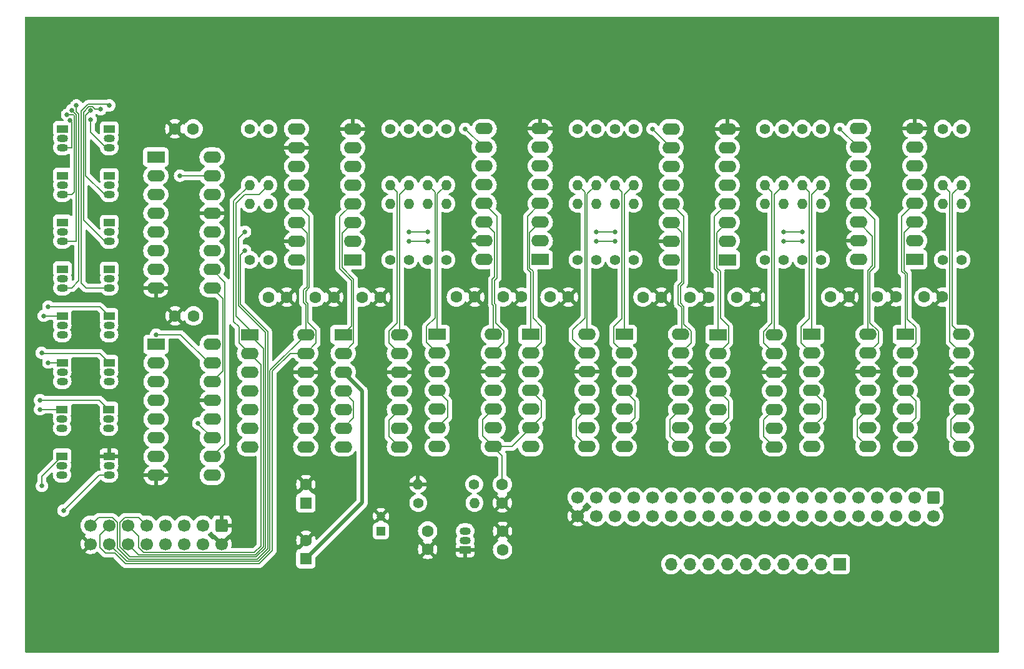
<source format=gbr>
%TF.GenerationSoftware,KiCad,Pcbnew,(6.0.6)*%
%TF.CreationDate,2022-07-31T05:49:08-04:00*%
%TF.ProjectId,calculator_interface,63616c63-756c-4617-946f-725f696e7465,rev?*%
%TF.SameCoordinates,Original*%
%TF.FileFunction,Copper,L2,Bot*%
%TF.FilePolarity,Positive*%
%FSLAX46Y46*%
G04 Gerber Fmt 4.6, Leading zero omitted, Abs format (unit mm)*
G04 Created by KiCad (PCBNEW (6.0.6)) date 2022-07-31 05:49:08*
%MOMM*%
%LPD*%
G01*
G04 APERTURE LIST*
G04 Aperture macros list*
%AMRoundRect*
0 Rectangle with rounded corners*
0 $1 Rounding radius*
0 $2 $3 $4 $5 $6 $7 $8 $9 X,Y pos of 4 corners*
0 Add a 4 corners polygon primitive as box body*
4,1,4,$2,$3,$4,$5,$6,$7,$8,$9,$2,$3,0*
0 Add four circle primitives for the rounded corners*
1,1,$1+$1,$2,$3*
1,1,$1+$1,$4,$5*
1,1,$1+$1,$6,$7*
1,1,$1+$1,$8,$9*
0 Add four rect primitives between the rounded corners*
20,1,$1+$1,$2,$3,$4,$5,0*
20,1,$1+$1,$4,$5,$6,$7,0*
20,1,$1+$1,$6,$7,$8,$9,0*
20,1,$1+$1,$8,$9,$2,$3,0*%
G04 Aperture macros list end*
%TA.AperFunction,ComponentPad*%
%ADD10C,1.400000*%
%TD*%
%TA.AperFunction,ComponentPad*%
%ADD11O,1.400000X1.400000*%
%TD*%
%TA.AperFunction,ComponentPad*%
%ADD12R,1.600000X1.600000*%
%TD*%
%TA.AperFunction,ComponentPad*%
%ADD13C,1.600000*%
%TD*%
%TA.AperFunction,ComponentPad*%
%ADD14C,0.900000*%
%TD*%
%TA.AperFunction,ComponentPad*%
%ADD15C,10.000000*%
%TD*%
%TA.AperFunction,ComponentPad*%
%ADD16R,1.500000X1.050000*%
%TD*%
%TA.AperFunction,ComponentPad*%
%ADD17O,1.500000X1.050000*%
%TD*%
%TA.AperFunction,ComponentPad*%
%ADD18R,2.400000X1.600000*%
%TD*%
%TA.AperFunction,ComponentPad*%
%ADD19O,2.400000X1.600000*%
%TD*%
%TA.AperFunction,ComponentPad*%
%ADD20R,1.200000X1.200000*%
%TD*%
%TA.AperFunction,ComponentPad*%
%ADD21C,1.200000*%
%TD*%
%TA.AperFunction,ComponentPad*%
%ADD22R,1.700000X1.700000*%
%TD*%
%TA.AperFunction,ComponentPad*%
%ADD23O,1.700000X1.700000*%
%TD*%
%TA.AperFunction,ComponentPad*%
%ADD24RoundRect,0.250000X-0.600000X0.600000X-0.600000X-0.600000X0.600000X-0.600000X0.600000X0.600000X0*%
%TD*%
%TA.AperFunction,ComponentPad*%
%ADD25C,1.700000*%
%TD*%
%TA.AperFunction,ViaPad*%
%ADD26C,0.660400*%
%TD*%
%TA.AperFunction,Conductor*%
%ADD27C,0.152400*%
%TD*%
%TA.AperFunction,Conductor*%
%ADD28C,0.508000*%
%TD*%
G04 APERTURE END LIST*
D10*
%TO.P,R13,1*%
%TO.N,+3V3*%
X105410000Y-60960000D03*
D11*
%TO.P,R13,2*%
%TO.N,/LCD Reading/DAT-13*%
X105410000Y-53340000D03*
%TD*%
D12*
%TO.P,C5,1*%
%TO.N,+3V3*%
X66040000Y-93980000D03*
D13*
%TO.P,C5,2*%
%TO.N,GND*%
X66040000Y-91480000D03*
%TD*%
%TO.P,C2,1*%
%TO.N,+5V*%
X92710000Y-100330000D03*
%TO.P,C2,2*%
%TO.N,GND*%
X92710000Y-97830000D03*
%TD*%
D14*
%TO.P,J4,1,Pin_1*%
%TO.N,GND*%
X157591650Y-30368350D03*
X152288350Y-30368350D03*
X151190000Y-33020000D03*
X152288350Y-35671650D03*
X157591650Y-35671650D03*
D15*
X154940000Y-33020000D03*
D14*
X154940000Y-29270000D03*
X154940000Y-36770000D03*
X158690000Y-33020000D03*
%TD*%
D10*
%TO.P,R11,1*%
%TO.N,+3V3*%
X85090000Y-60960000D03*
D11*
%TO.P,R11,2*%
%TO.N,/LCD Reading/DAT-11*%
X85090000Y-53340000D03*
%TD*%
D16*
%TO.P,Q8,1,S*%
%TO.N,Net-(Q1-Pad1)*%
X39370000Y-62245000D03*
D17*
%TO.P,Q8,2,G*%
%TO.N,/Keypad Driving/XA7*%
X39370000Y-63515000D03*
%TO.P,Q8,3,D*%
%TO.N,/Keypad Driving/A7*%
X39370000Y-64785000D03*
%TD*%
D13*
%TO.P,C20,1*%
%TO.N,+3V3*%
X50800000Y-68595000D03*
%TO.P,C20,2*%
%TO.N,GND*%
X48300000Y-68595000D03*
%TD*%
D18*
%TO.P,U9,1*%
%TO.N,/LCD Reading/DAT-18*%
X109205000Y-71115000D03*
D19*
%TO.P,U9,2*%
%TO.N,/LCD Reading/DAT-17*%
X109205000Y-73655000D03*
%TO.P,U9,3,V+*%
%TO.N,+5V*%
X109205000Y-76195000D03*
%TO.P,U9,4,-*%
%TO.N,Net-(C17-Pad1)*%
X109205000Y-78735000D03*
%TO.P,U9,5,+*%
%TO.N,/LCD Reading/LCD-17*%
X109205000Y-81275000D03*
%TO.P,U9,6,-*%
%TO.N,Net-(C17-Pad1)*%
X109205000Y-83815000D03*
%TO.P,U9,7,+*%
%TO.N,/LCD Reading/LCD-18*%
X109205000Y-86355000D03*
%TO.P,U9,8,-*%
%TO.N,Net-(C17-Pad1)*%
X116825000Y-86355000D03*
%TO.P,U9,9,+*%
%TO.N,/LCD Reading/LCD-20*%
X116825000Y-83815000D03*
%TO.P,U9,10,-*%
%TO.N,Net-(C17-Pad1)*%
X116825000Y-81275000D03*
%TO.P,U9,11,+*%
%TO.N,/LCD Reading/LCD-19*%
X116825000Y-78735000D03*
%TO.P,U9,12,V-*%
%TO.N,GND*%
X116825000Y-76195000D03*
%TO.P,U9,13*%
%TO.N,/LCD Reading/DAT-19*%
X116825000Y-73655000D03*
%TO.P,U9,14*%
%TO.N,/LCD Reading/DAT-20*%
X116825000Y-71115000D03*
%TD*%
D10*
%TO.P,R33,1*%
%TO.N,+1V5*%
X81280000Y-93980000D03*
D11*
%TO.P,R33,2*%
%TO.N,Net-(C17-Pad1)*%
X88900000Y-93980000D03*
%TD*%
D10*
%TO.P,R9,1*%
%TO.N,+3V3*%
X82550000Y-43180000D03*
D11*
%TO.P,R9,2*%
%TO.N,/LCD Reading/DAT-9*%
X82550000Y-50800000D03*
%TD*%
D20*
%TO.P,C4,1*%
%TO.N,+1V5*%
X76200000Y-97790000D03*
D21*
%TO.P,C4,2*%
%TO.N,GND*%
X76200000Y-95790000D03*
%TD*%
D13*
%TO.P,C3,1*%
%TO.N,+1V5*%
X82550000Y-97790000D03*
%TO.P,C3,2*%
%TO.N,GND*%
X82550000Y-100290000D03*
%TD*%
D10*
%TO.P,R27,1*%
%TO.N,+3V3*%
X135890000Y-60960000D03*
D11*
%TO.P,R27,2*%
%TO.N,/LCD Reading/DAT-27*%
X135890000Y-53340000D03*
%TD*%
D10*
%TO.P,R23,1*%
%TO.N,+3V3*%
X128270000Y-43180000D03*
D11*
%TO.P,R23,2*%
%TO.N,/LCD Reading/DAT-23*%
X128270000Y-50800000D03*
%TD*%
D18*
%TO.P,U8,1,~{PL}*%
%TO.N,/LCD Reading/~{SAMPLE}*%
X123190000Y-60960000D03*
D19*
%TO.P,U8,2,CP*%
%TO.N,/LCD Reading/CLOCK*%
X123190000Y-58420000D03*
%TO.P,U8,3,D4*%
%TO.N,/LCD Reading/DAT-21*%
X123190000Y-55880000D03*
%TO.P,U8,4,D5*%
%TO.N,/LCD Reading/DAT-22*%
X123190000Y-53340000D03*
%TO.P,U8,5,D6*%
%TO.N,/LCD Reading/DAT-23*%
X123190000Y-50800000D03*
%TO.P,U8,6,D7*%
%TO.N,/LCD Reading/DAT-24*%
X123190000Y-48260000D03*
%TO.P,U8,7,~{Q7}*%
%TO.N,unconnected-(U8-Pad7)*%
X123190000Y-45720000D03*
%TO.P,U8,8,GND*%
%TO.N,GND*%
X123190000Y-43180000D03*
%TO.P,U8,9,Q7*%
%TO.N,Net-(U11-Pad10)*%
X115570000Y-43180000D03*
%TO.P,U8,10,DS*%
%TO.N,Net-(U5-Pad9)*%
X115570000Y-45720000D03*
%TO.P,U8,11,D0*%
%TO.N,/LCD Reading/DAT-17*%
X115570000Y-48260000D03*
%TO.P,U8,12,D1*%
%TO.N,/LCD Reading/DAT-18*%
X115570000Y-50800000D03*
%TO.P,U8,13,D2*%
%TO.N,/LCD Reading/DAT-19*%
X115570000Y-53340000D03*
%TO.P,U8,14,D3*%
%TO.N,/LCD Reading/DAT-20*%
X115570000Y-55880000D03*
%TO.P,U8,15,~{CE}*%
%TO.N,GND*%
X115570000Y-58420000D03*
%TO.P,U8,16,VCC*%
%TO.N,+3V3*%
X115570000Y-60960000D03*
%TD*%
D14*
%TO.P,J6,1,Pin_1*%
%TO.N,GND*%
X154940000Y-112970000D03*
D15*
X154940000Y-109220000D03*
D14*
X152288350Y-106568350D03*
X157591650Y-106568350D03*
X152288350Y-111871650D03*
X151190000Y-109220000D03*
X157591650Y-111871650D03*
X154940000Y-105470000D03*
X158690000Y-109220000D03*
%TD*%
D13*
%TO.P,C16,1*%
%TO.N,+5V*%
X137185000Y-66035000D03*
%TO.P,C16,2*%
%TO.N,GND*%
X139685000Y-66035000D03*
%TD*%
D10*
%TO.P,R34,1*%
%TO.N,Net-(C17-Pad1)*%
X88860000Y-91440000D03*
D11*
%TO.P,R34,2*%
%TO.N,GND*%
X81240000Y-91440000D03*
%TD*%
D16*
%TO.P,Q4,1,S*%
%TO.N,Net-(Q1-Pad1)*%
X39370000Y-49545000D03*
D17*
%TO.P,Q4,2,G*%
%TO.N,/Keypad Driving/XA3*%
X39370000Y-50815000D03*
%TO.P,Q4,3,D*%
%TO.N,/Keypad Driving/A3*%
X39370000Y-52085000D03*
%TD*%
D18*
%TO.P,U13,1*%
%TO.N,/LCD Reading/DAT-30*%
X147305000Y-71110000D03*
D19*
%TO.P,U13,2*%
%TO.N,/LCD Reading/DAT-29*%
X147305000Y-73650000D03*
%TO.P,U13,3,V+*%
%TO.N,+5V*%
X147305000Y-76190000D03*
%TO.P,U13,4,-*%
%TO.N,Net-(C17-Pad1)*%
X147305000Y-78730000D03*
%TO.P,U13,5,+*%
%TO.N,/LCD Reading/LCD-29*%
X147305000Y-81270000D03*
%TO.P,U13,6,-*%
%TO.N,Net-(C17-Pad1)*%
X147305000Y-83810000D03*
%TO.P,U13,7,+*%
%TO.N,/LCD Reading/LCD-30*%
X147305000Y-86350000D03*
%TO.P,U13,8,-*%
%TO.N,Net-(C17-Pad1)*%
X154925000Y-86350000D03*
%TO.P,U13,9,+*%
%TO.N,/LCD Reading/LCD-32*%
X154925000Y-83810000D03*
%TO.P,U13,10,-*%
%TO.N,Net-(C17-Pad1)*%
X154925000Y-81270000D03*
%TO.P,U13,11,+*%
%TO.N,/LCD Reading/LCD-31*%
X154925000Y-78730000D03*
%TO.P,U13,12,V-*%
%TO.N,GND*%
X154925000Y-76190000D03*
%TO.P,U13,13*%
%TO.N,/LCD Reading/DAT-31*%
X154925000Y-73650000D03*
%TO.P,U13,14*%
%TO.N,/LCD Reading/DAT-32*%
X154925000Y-71110000D03*
%TD*%
D10*
%TO.P,R32,1*%
%TO.N,+3V3*%
X154940000Y-43180000D03*
D11*
%TO.P,R32,2*%
%TO.N,/LCD Reading/DAT-32*%
X154940000Y-50800000D03*
%TD*%
D10*
%TO.P,R8,1*%
%TO.N,+3V3*%
X80010000Y-43180000D03*
D11*
%TO.P,R8,2*%
%TO.N,/LCD Reading/DAT-8*%
X80010000Y-50800000D03*
%TD*%
D13*
%TO.P,C7,1*%
%TO.N,GND*%
X95280000Y-66025000D03*
%TO.P,C7,2*%
%TO.N,+3V3*%
X92780000Y-66025000D03*
%TD*%
D16*
%TO.P,Q2,1,S*%
%TO.N,Net-(Q1-Pad1)*%
X39370000Y-43195000D03*
D17*
%TO.P,Q2,2,G*%
%TO.N,/Keypad Driving/XA1*%
X39370000Y-44465000D03*
%TO.P,Q2,3,D*%
%TO.N,/Keypad Driving/A1*%
X39370000Y-45735000D03*
%TD*%
D18*
%TO.P,U7,1*%
%TO.N,/LCD Reading/DAT-14*%
X96535000Y-71100000D03*
D19*
%TO.P,U7,2*%
%TO.N,/LCD Reading/DAT-13*%
X96535000Y-73640000D03*
%TO.P,U7,3,V+*%
%TO.N,+5V*%
X96535000Y-76180000D03*
%TO.P,U7,4,-*%
%TO.N,Net-(C17-Pad1)*%
X96535000Y-78720000D03*
%TO.P,U7,5,+*%
%TO.N,/LCD Reading/LCD-13*%
X96535000Y-81260000D03*
%TO.P,U7,6,-*%
%TO.N,Net-(C17-Pad1)*%
X96535000Y-83800000D03*
%TO.P,U7,7,+*%
%TO.N,/LCD Reading/LCD-14*%
X96535000Y-86340000D03*
%TO.P,U7,8,-*%
%TO.N,Net-(C17-Pad1)*%
X104155000Y-86340000D03*
%TO.P,U7,9,+*%
%TO.N,/LCD Reading/LCD-16*%
X104155000Y-83800000D03*
%TO.P,U7,10,-*%
%TO.N,Net-(C17-Pad1)*%
X104155000Y-81260000D03*
%TO.P,U7,11,+*%
%TO.N,/LCD Reading/LCD-15*%
X104155000Y-78720000D03*
%TO.P,U7,12,V-*%
%TO.N,GND*%
X104155000Y-76180000D03*
%TO.P,U7,13*%
%TO.N,/LCD Reading/DAT-15*%
X104155000Y-73640000D03*
%TO.P,U7,14*%
%TO.N,/LCD Reading/DAT-16*%
X104155000Y-71100000D03*
%TD*%
D10*
%TO.P,R15,1*%
%TO.N,+3V3*%
X102870000Y-43180000D03*
D11*
%TO.P,R15,2*%
%TO.N,/LCD Reading/DAT-15*%
X102870000Y-50800000D03*
%TD*%
D10*
%TO.P,R16,1*%
%TO.N,+3V3*%
X105410000Y-43180000D03*
D11*
%TO.P,R16,2*%
%TO.N,/LCD Reading/DAT-16*%
X105410000Y-50800000D03*
%TD*%
D10*
%TO.P,R18,1*%
%TO.N,+3V3*%
X110490000Y-43180000D03*
D11*
%TO.P,R18,2*%
%TO.N,/LCD Reading/DAT-18*%
X110490000Y-50800000D03*
%TD*%
D16*
%TO.P,Q16,1,S*%
%TO.N,GND*%
X39340000Y-87630000D03*
D17*
%TO.P,Q16,2,G*%
%TO.N,/Keypad Driving/XRESET*%
X39340000Y-88900000D03*
%TO.P,Q16,3,D*%
%TO.N,/Keypad Driving/RESET*%
X39340000Y-90170000D03*
%TD*%
D16*
%TO.P,Q5,1,S*%
%TO.N,Net-(Q1-Pad1)*%
X33020000Y-55880000D03*
D17*
%TO.P,Q5,2,G*%
%TO.N,/Keypad Driving/XA4*%
X33020000Y-57150000D03*
%TO.P,Q5,3,D*%
%TO.N,/Keypad Driving/A4*%
X33020000Y-58420000D03*
%TD*%
D10*
%TO.P,R30,1*%
%TO.N,+3V3*%
X152400000Y-60960000D03*
D11*
%TO.P,R30,2*%
%TO.N,/LCD Reading/DAT-30*%
X152400000Y-53340000D03*
%TD*%
D13*
%TO.P,C14,1*%
%TO.N,+5V*%
X111745000Y-66040000D03*
%TO.P,C14,2*%
%TO.N,GND*%
X114245000Y-66040000D03*
%TD*%
D14*
%TO.P,J3,1,Pin_1*%
%TO.N,GND*%
X36770000Y-33020000D03*
X30368350Y-30368350D03*
X35671650Y-30368350D03*
D15*
X33020000Y-33020000D03*
D14*
X29270000Y-33020000D03*
X33020000Y-29270000D03*
X30368350Y-35671650D03*
X35671650Y-35671650D03*
X33020000Y-36770000D03*
%TD*%
D10*
%TO.P,R26,1*%
%TO.N,+3V3*%
X135890000Y-43180000D03*
D11*
%TO.P,R26,2*%
%TO.N,/LCD Reading/DAT-26*%
X135890000Y-50800000D03*
%TD*%
D18*
%TO.P,U2,1,~{PL}*%
%TO.N,/LCD Reading/~{SAMPLE}*%
X72375000Y-60975000D03*
D19*
%TO.P,U2,2,CP*%
%TO.N,/LCD Reading/CLOCK*%
X72375000Y-58435000D03*
%TO.P,U2,3,D4*%
%TO.N,/LCD Reading/DAT-5*%
X72375000Y-55895000D03*
%TO.P,U2,4,D5*%
%TO.N,/LCD Reading/DAT-6*%
X72375000Y-53355000D03*
%TO.P,U2,5,D6*%
%TO.N,/LCD Reading/DAT-7*%
X72375000Y-50815000D03*
%TO.P,U2,6,D7*%
%TO.N,/LCD Reading/DAT-8*%
X72375000Y-48275000D03*
%TO.P,U2,7,~{Q7}*%
%TO.N,unconnected-(U2-Pad7)*%
X72375000Y-45735000D03*
%TO.P,U2,8,GND*%
%TO.N,GND*%
X72375000Y-43195000D03*
%TO.P,U2,9,Q7*%
%TO.N,Net-(U2-Pad9)*%
X64755000Y-43195000D03*
%TO.P,U2,10,DS*%
%TO.N,GND*%
X64755000Y-45735000D03*
%TO.P,U2,11,D0*%
%TO.N,/LCD Reading/DAT-1*%
X64755000Y-48275000D03*
%TO.P,U2,12,D1*%
%TO.N,/LCD Reading/DAT-2*%
X64755000Y-50815000D03*
%TO.P,U2,13,D2*%
%TO.N,/LCD Reading/DAT-3*%
X64755000Y-53355000D03*
%TO.P,U2,14,D3*%
%TO.N,/LCD Reading/DAT-4*%
X64755000Y-55895000D03*
%TO.P,U2,15,~{CE}*%
%TO.N,GND*%
X64755000Y-58435000D03*
%TO.P,U2,16,VCC*%
%TO.N,+3V3*%
X64755000Y-60975000D03*
%TD*%
D10*
%TO.P,R25,1*%
%TO.N,+3V3*%
X133350000Y-43180000D03*
D11*
%TO.P,R25,2*%
%TO.N,/LCD Reading/DAT-25*%
X133350000Y-50800000D03*
%TD*%
D10*
%TO.P,R19,1*%
%TO.N,+3V3*%
X110490000Y-60960000D03*
D11*
%TO.P,R19,2*%
%TO.N,/LCD Reading/DAT-19*%
X110490000Y-53340000D03*
%TD*%
D10*
%TO.P,R20,1*%
%TO.N,+3V3*%
X107950000Y-60960000D03*
D11*
%TO.P,R20,2*%
%TO.N,/LCD Reading/DAT-20*%
X107950000Y-53340000D03*
%TD*%
D16*
%TO.P,Q1,1,S*%
%TO.N,Net-(Q1-Pad1)*%
X33020000Y-43180000D03*
D17*
%TO.P,Q1,2,G*%
%TO.N,/Keypad Driving/XA0*%
X33020000Y-44450000D03*
%TO.P,Q1,3,D*%
%TO.N,/Keypad Driving/A0*%
X33020000Y-45720000D03*
%TD*%
D16*
%TO.P,Q11,1,S*%
%TO.N,/Keypad Driving/B2*%
X32990000Y-74930000D03*
D17*
%TO.P,Q11,2,G*%
%TO.N,/Keypad Driving/XB2*%
X32990000Y-76200000D03*
%TO.P,Q11,3,D*%
%TO.N,Net-(Q1-Pad1)*%
X32990000Y-77470000D03*
%TD*%
D10*
%TO.P,R2,1*%
%TO.N,+3V3*%
X60960000Y-43180000D03*
D11*
%TO.P,R2,2*%
%TO.N,/LCD Reading/DAT-2*%
X60960000Y-50800000D03*
%TD*%
D10*
%TO.P,R6,1*%
%TO.N,+3V3*%
X77470000Y-60960000D03*
D11*
%TO.P,R6,2*%
%TO.N,/LCD Reading/DAT-6*%
X77470000Y-53340000D03*
%TD*%
D16*
%TO.P,Q14,1,S*%
%TO.N,/Keypad Driving/B5*%
X39325000Y-81280000D03*
D17*
%TO.P,Q14,2,G*%
%TO.N,/Keypad Driving/XB5*%
X39325000Y-82550000D03*
%TO.P,Q14,3,D*%
%TO.N,Net-(Q1-Pad1)*%
X39325000Y-83820000D03*
%TD*%
D10*
%TO.P,R21,1*%
%TO.N,+3V3*%
X130810000Y-60960000D03*
D11*
%TO.P,R21,2*%
%TO.N,/LCD Reading/DAT-21*%
X130810000Y-53340000D03*
%TD*%
D13*
%TO.P,C11,1*%
%TO.N,+5V*%
X73645000Y-66055000D03*
%TO.P,C11,2*%
%TO.N,GND*%
X76145000Y-66055000D03*
%TD*%
D22*
%TO.P,J7,1,A3*%
%TO.N,/Keypad Driving/A3*%
X138425000Y-102320000D03*
D23*
%TO.P,J7,2,A4*%
%TO.N,/Keypad Driving/A4*%
X135885000Y-102320000D03*
%TO.P,J7,3,A5*%
%TO.N,/Keypad Driving/A5*%
X133345000Y-102320000D03*
%TO.P,J7,4,A6*%
%TO.N,/Keypad Driving/A6*%
X130805000Y-102320000D03*
%TO.P,J7,5,A7*%
%TO.N,/Keypad Driving/A7*%
X128265000Y-102320000D03*
%TO.P,J7,6,B3*%
%TO.N,/Keypad Driving/B3*%
X125725000Y-102320000D03*
%TO.P,J7,7,B4*%
%TO.N,/Keypad Driving/B4*%
X123185000Y-102320000D03*
%TO.P,J7,8,B5*%
%TO.N,/Keypad Driving/B5*%
X120645000Y-102320000D03*
%TO.P,J7,9,B6*%
%TO.N,/Keypad Driving/B6*%
X118105000Y-102320000D03*
%TO.P,J7,10,RESET*%
%TO.N,/Keypad Driving/RESET*%
X115565000Y-102320000D03*
%TD*%
D16*
%TO.P,Q9,1,S*%
%TO.N,/Keypad Driving/B0*%
X32990000Y-68580000D03*
D17*
%TO.P,Q9,2,G*%
%TO.N,/Keypad Driving/XB0*%
X32990000Y-69850000D03*
%TO.P,Q9,3,D*%
%TO.N,Net-(Q1-Pad1)*%
X32990000Y-71120000D03*
%TD*%
D18*
%TO.P,U4,1*%
%TO.N,/LCD Reading/DAT-6*%
X71090000Y-71130000D03*
D19*
%TO.P,U4,2*%
%TO.N,/LCD Reading/DAT-5*%
X71090000Y-73670000D03*
%TO.P,U4,3,V+*%
%TO.N,+5V*%
X71090000Y-76210000D03*
%TO.P,U4,4,-*%
%TO.N,Net-(C17-Pad1)*%
X71090000Y-78750000D03*
%TO.P,U4,5,+*%
%TO.N,/LCD Reading/LCD-5*%
X71090000Y-81290000D03*
%TO.P,U4,6,-*%
%TO.N,Net-(C17-Pad1)*%
X71090000Y-83830000D03*
%TO.P,U4,7,+*%
%TO.N,/LCD Reading/LCD-6*%
X71090000Y-86370000D03*
%TO.P,U4,8,-*%
%TO.N,Net-(C17-Pad1)*%
X78710000Y-86370000D03*
%TO.P,U4,9,+*%
%TO.N,/LCD Reading/LCD-8*%
X78710000Y-83830000D03*
%TO.P,U4,10,-*%
%TO.N,Net-(C17-Pad1)*%
X78710000Y-81290000D03*
%TO.P,U4,11,+*%
%TO.N,/LCD Reading/LCD-7*%
X78710000Y-78750000D03*
%TO.P,U4,12,V-*%
%TO.N,GND*%
X78710000Y-76210000D03*
%TO.P,U4,13*%
%TO.N,/LCD Reading/DAT-7*%
X78710000Y-73670000D03*
%TO.P,U4,14*%
%TO.N,/LCD Reading/DAT-8*%
X78710000Y-71130000D03*
%TD*%
D13*
%TO.P,C13,1*%
%TO.N,+5V*%
X99130000Y-66025000D03*
%TO.P,C13,2*%
%TO.N,GND*%
X101630000Y-66025000D03*
%TD*%
D16*
%TO.P,Q10,1,S*%
%TO.N,/Keypad Driving/B1*%
X39340000Y-68580000D03*
D17*
%TO.P,Q10,2,G*%
%TO.N,/Keypad Driving/XB1*%
X39340000Y-69850000D03*
%TO.P,Q10,3,D*%
%TO.N,Net-(Q1-Pad1)*%
X39340000Y-71120000D03*
%TD*%
D10*
%TO.P,R22,1*%
%TO.N,+3V3*%
X128270000Y-60960000D03*
D11*
%TO.P,R22,2*%
%TO.N,/LCD Reading/DAT-22*%
X128270000Y-53340000D03*
%TD*%
D16*
%TO.P,U1,1,GND*%
%TO.N,GND*%
X87630000Y-100330000D03*
D17*
%TO.P,U1,2,VIN*%
%TO.N,+5V*%
X87630000Y-99060000D03*
%TO.P,U1,3,VOUT*%
%TO.N,+1V5*%
X87630000Y-97790000D03*
%TD*%
D10*
%TO.P,R29,1*%
%TO.N,+3V3*%
X154940000Y-60960000D03*
D11*
%TO.P,R29,2*%
%TO.N,/LCD Reading/DAT-29*%
X154940000Y-53340000D03*
%TD*%
D16*
%TO.P,Q7,1,S*%
%TO.N,Net-(Q1-Pad1)*%
X33020000Y-62230000D03*
D17*
%TO.P,Q7,2,G*%
%TO.N,/Keypad Driving/XA6*%
X33020000Y-63500000D03*
%TO.P,Q7,3,D*%
%TO.N,/Keypad Driving/A6*%
X33020000Y-64770000D03*
%TD*%
D18*
%TO.P,U3,1*%
%TO.N,/LCD Reading/DAT-2*%
X58390000Y-71130000D03*
D19*
%TO.P,U3,2*%
%TO.N,/LCD Reading/DAT-1*%
X58390000Y-73670000D03*
%TO.P,U3,3,V+*%
%TO.N,+5V*%
X58390000Y-76210000D03*
%TO.P,U3,4,-*%
%TO.N,+3V3*%
X58390000Y-78750000D03*
%TO.P,U3,5,+*%
%TO.N,/LCD Reading/LCD-1*%
X58390000Y-81290000D03*
%TO.P,U3,6,-*%
%TO.N,+3V3*%
X58390000Y-83830000D03*
%TO.P,U3,7,+*%
%TO.N,/LCD Reading/LCD-2*%
X58390000Y-86370000D03*
%TO.P,U3,8,-*%
%TO.N,+3V3*%
X66010000Y-86370000D03*
%TO.P,U3,9,+*%
%TO.N,/LCD Reading/LCD-4*%
X66010000Y-83830000D03*
%TO.P,U3,10,-*%
%TO.N,+3V3*%
X66010000Y-81290000D03*
%TO.P,U3,11,+*%
%TO.N,/LCD Reading/LCD-3*%
X66010000Y-78750000D03*
%TO.P,U3,12,V-*%
%TO.N,GND*%
X66010000Y-76210000D03*
%TO.P,U3,13*%
%TO.N,/LCD Reading/DAT-3*%
X66010000Y-73670000D03*
%TO.P,U3,14*%
%TO.N,/LCD Reading/DAT-4*%
X66010000Y-71130000D03*
%TD*%
D13*
%TO.P,C19,1*%
%TO.N,GND*%
X48260000Y-43195000D03*
%TO.P,C19,2*%
%TO.N,+3V3*%
X50760000Y-43195000D03*
%TD*%
D18*
%TO.P,U15,1,QB*%
%TO.N,/Keypad Driving/XB1*%
X45705000Y-72450000D03*
D19*
%TO.P,U15,2,QC*%
%TO.N,/Keypad Driving/XB2*%
X45705000Y-74990000D03*
%TO.P,U15,3,QD*%
%TO.N,/Keypad Driving/XB3*%
X45705000Y-77530000D03*
%TO.P,U15,4,QE*%
%TO.N,/Keypad Driving/XB4*%
X45705000Y-80070000D03*
%TO.P,U15,5,QF*%
%TO.N,/Keypad Driving/XB5*%
X45705000Y-82610000D03*
%TO.P,U15,6,QG*%
%TO.N,/Keypad Driving/XB6*%
X45705000Y-85150000D03*
%TO.P,U15,7,QH*%
%TO.N,/Keypad Driving/XRESET*%
X45705000Y-87690000D03*
%TO.P,U15,8,GND*%
%TO.N,GND*%
X45705000Y-90230000D03*
%TO.P,U15,9,QH'*%
%TO.N,unconnected-(U15-Pad9)*%
X53325000Y-90230000D03*
%TO.P,U15,10,~{SRCLR}*%
%TO.N,/Keypad Driving/~{BLANK}*%
X53325000Y-87690000D03*
%TO.P,U15,11,SRCLK*%
%TO.N,/Keypad Driving/CLOCK*%
X53325000Y-85150000D03*
%TO.P,U15,12,RCLK*%
%TO.N,/Keypad Driving/SHOW*%
X53325000Y-82610000D03*
%TO.P,U15,13,~{OE}*%
%TO.N,GND*%
X53325000Y-80070000D03*
%TO.P,U15,14,SER*%
%TO.N,Net-(U14-Pad9)*%
X53325000Y-77530000D03*
%TO.P,U15,15,QA*%
%TO.N,/Keypad Driving/XB0*%
X53325000Y-74990000D03*
%TO.P,U15,16,VCC*%
%TO.N,+3V3*%
X53325000Y-72450000D03*
%TD*%
D10*
%TO.P,R12,1*%
%TO.N,+3V3*%
X82550000Y-60960000D03*
D11*
%TO.P,R12,2*%
%TO.N,/LCD Reading/DAT-12*%
X82550000Y-53340000D03*
%TD*%
D13*
%TO.P,C18,1*%
%TO.N,+5V*%
X149845000Y-66035000D03*
%TO.P,C18,2*%
%TO.N,GND*%
X152345000Y-66035000D03*
%TD*%
D10*
%TO.P,R3,1*%
%TO.N,+3V3*%
X60960000Y-60960000D03*
D11*
%TO.P,R3,2*%
%TO.N,/LCD Reading/DAT-3*%
X60960000Y-53340000D03*
%TD*%
D13*
%TO.P,C10,1*%
%TO.N,+5V*%
X60945000Y-66055000D03*
%TO.P,C10,2*%
%TO.N,GND*%
X63445000Y-66055000D03*
%TD*%
D12*
%TO.P,C1,1*%
%TO.N,+5V*%
X66040000Y-101560000D03*
D13*
%TO.P,C1,2*%
%TO.N,GND*%
X66040000Y-99060000D03*
%TD*%
D18*
%TO.P,U10,1*%
%TO.N,/LCD Reading/DAT-22*%
X121920000Y-71120000D03*
D19*
%TO.P,U10,2*%
%TO.N,/LCD Reading/DAT-21*%
X121920000Y-73660000D03*
%TO.P,U10,3,V+*%
%TO.N,+5V*%
X121920000Y-76200000D03*
%TO.P,U10,4,-*%
%TO.N,Net-(C17-Pad1)*%
X121920000Y-78740000D03*
%TO.P,U10,5,+*%
%TO.N,/LCD Reading/LCD-21*%
X121920000Y-81280000D03*
%TO.P,U10,6,-*%
%TO.N,Net-(C17-Pad1)*%
X121920000Y-83820000D03*
%TO.P,U10,7,+*%
%TO.N,/LCD Reading/LCD-22*%
X121920000Y-86360000D03*
%TO.P,U10,8,-*%
%TO.N,Net-(C17-Pad1)*%
X129540000Y-86360000D03*
%TO.P,U10,9,+*%
%TO.N,/LCD Reading/LCD-24*%
X129540000Y-83820000D03*
%TO.P,U10,10,-*%
%TO.N,Net-(C17-Pad1)*%
X129540000Y-81280000D03*
%TO.P,U10,11,+*%
%TO.N,/LCD Reading/LCD-23*%
X129540000Y-78740000D03*
%TO.P,U10,12,V-*%
%TO.N,GND*%
X129540000Y-76200000D03*
%TO.P,U10,13*%
%TO.N,/LCD Reading/DAT-23*%
X129540000Y-73660000D03*
%TO.P,U10,14*%
%TO.N,/LCD Reading/DAT-24*%
X129540000Y-71120000D03*
%TD*%
D16*
%TO.P,Q6,1,S*%
%TO.N,Net-(Q1-Pad1)*%
X39370000Y-55895000D03*
D17*
%TO.P,Q6,2,G*%
%TO.N,/Keypad Driving/XA5*%
X39370000Y-57165000D03*
%TO.P,Q6,3,D*%
%TO.N,/Keypad Driving/A5*%
X39370000Y-58435000D03*
%TD*%
D18*
%TO.P,U14,1,QB*%
%TO.N,/Keypad Driving/XA1*%
X45690000Y-47020000D03*
D19*
%TO.P,U14,2,QC*%
%TO.N,/Keypad Driving/XA2*%
X45690000Y-49560000D03*
%TO.P,U14,3,QD*%
%TO.N,/Keypad Driving/XA3*%
X45690000Y-52100000D03*
%TO.P,U14,4,QE*%
%TO.N,/Keypad Driving/XA4*%
X45690000Y-54640000D03*
%TO.P,U14,5,QF*%
%TO.N,/Keypad Driving/XA5*%
X45690000Y-57180000D03*
%TO.P,U14,6,QG*%
%TO.N,/Keypad Driving/XA6*%
X45690000Y-59720000D03*
%TO.P,U14,7,QH*%
%TO.N,/Keypad Driving/XA7*%
X45690000Y-62260000D03*
%TO.P,U14,8,GND*%
%TO.N,GND*%
X45690000Y-64800000D03*
%TO.P,U14,9,QH'*%
%TO.N,Net-(U14-Pad9)*%
X53310000Y-64800000D03*
%TO.P,U14,10,~{SRCLR}*%
%TO.N,/Keypad Driving/~{BLANK}*%
X53310000Y-62260000D03*
%TO.P,U14,11,SRCLK*%
%TO.N,/Keypad Driving/CLOCK*%
X53310000Y-59720000D03*
%TO.P,U14,12,RCLK*%
%TO.N,/Keypad Driving/SHOW*%
X53310000Y-57180000D03*
%TO.P,U14,13,~{OE}*%
%TO.N,GND*%
X53310000Y-54640000D03*
%TO.P,U14,14,SER*%
%TO.N,/Keypad Driving/DATA*%
X53310000Y-52100000D03*
%TO.P,U14,15,QA*%
%TO.N,/Keypad Driving/XA0*%
X53310000Y-49560000D03*
%TO.P,U14,16,VCC*%
%TO.N,+3V3*%
X53310000Y-47020000D03*
%TD*%
D16*
%TO.P,Q13,1,S*%
%TO.N,/Keypad Driving/B4*%
X32975000Y-81280000D03*
D17*
%TO.P,Q13,2,G*%
%TO.N,/Keypad Driving/XB4*%
X32975000Y-82550000D03*
%TO.P,Q13,3,D*%
%TO.N,Net-(Q1-Pad1)*%
X32975000Y-83820000D03*
%TD*%
D18*
%TO.P,U12,1*%
%TO.N,/LCD Reading/DAT-26*%
X134605000Y-71115000D03*
D19*
%TO.P,U12,2*%
%TO.N,/LCD Reading/DAT-25*%
X134605000Y-73655000D03*
%TO.P,U12,3,V+*%
%TO.N,+5V*%
X134605000Y-76195000D03*
%TO.P,U12,4,-*%
%TO.N,Net-(C17-Pad1)*%
X134605000Y-78735000D03*
%TO.P,U12,5,+*%
%TO.N,/LCD Reading/LCD-25*%
X134605000Y-81275000D03*
%TO.P,U12,6,-*%
%TO.N,Net-(C17-Pad1)*%
X134605000Y-83815000D03*
%TO.P,U12,7,+*%
%TO.N,/LCD Reading/LCD-26*%
X134605000Y-86355000D03*
%TO.P,U12,8,-*%
%TO.N,Net-(C17-Pad1)*%
X142225000Y-86355000D03*
%TO.P,U12,9,+*%
%TO.N,/LCD Reading/LCD-28*%
X142225000Y-83815000D03*
%TO.P,U12,10,-*%
%TO.N,Net-(C17-Pad1)*%
X142225000Y-81275000D03*
%TO.P,U12,11,+*%
%TO.N,/LCD Reading/LCD-27*%
X142225000Y-78735000D03*
%TO.P,U12,12,V-*%
%TO.N,GND*%
X142225000Y-76195000D03*
%TO.P,U12,13*%
%TO.N,/LCD Reading/DAT-27*%
X142225000Y-73655000D03*
%TO.P,U12,14*%
%TO.N,/LCD Reading/DAT-28*%
X142225000Y-71115000D03*
%TD*%
D16*
%TO.P,Q12,1,S*%
%TO.N,/Keypad Driving/B3*%
X39340000Y-74930000D03*
D17*
%TO.P,Q12,2,G*%
%TO.N,/Keypad Driving/XB3*%
X39340000Y-76200000D03*
%TO.P,Q12,3,D*%
%TO.N,Net-(Q1-Pad1)*%
X39340000Y-77470000D03*
%TD*%
D10*
%TO.P,R5,1*%
%TO.N,+3V3*%
X80010000Y-60960000D03*
D11*
%TO.P,R5,2*%
%TO.N,/LCD Reading/DAT-5*%
X80010000Y-53340000D03*
%TD*%
D10*
%TO.P,R4,1*%
%TO.N,+3V3*%
X58420000Y-60960000D03*
D11*
%TO.P,R4,2*%
%TO.N,/LCD Reading/DAT-4*%
X58420000Y-53340000D03*
%TD*%
D16*
%TO.P,Q15,1,S*%
%TO.N,/Keypad Driving/B6*%
X32975000Y-87630000D03*
D17*
%TO.P,Q15,2,G*%
%TO.N,/Keypad Driving/XB6*%
X32975000Y-88900000D03*
%TO.P,Q15,3,D*%
%TO.N,Net-(Q1-Pad1)*%
X32975000Y-90170000D03*
%TD*%
D10*
%TO.P,R14,1*%
%TO.N,+3V3*%
X102870000Y-60960000D03*
D11*
%TO.P,R14,2*%
%TO.N,/LCD Reading/DAT-14*%
X102870000Y-53340000D03*
%TD*%
D18*
%TO.P,U5,1,~{PL}*%
%TO.N,/LCD Reading/~{SAMPLE}*%
X97820000Y-60945000D03*
D19*
%TO.P,U5,2,CP*%
%TO.N,/LCD Reading/CLOCK*%
X97820000Y-58405000D03*
%TO.P,U5,3,D4*%
%TO.N,/LCD Reading/DAT-13*%
X97820000Y-55865000D03*
%TO.P,U5,4,D5*%
%TO.N,/LCD Reading/DAT-14*%
X97820000Y-53325000D03*
%TO.P,U5,5,D6*%
%TO.N,/LCD Reading/DAT-15*%
X97820000Y-50785000D03*
%TO.P,U5,6,D7*%
%TO.N,/LCD Reading/DAT-16*%
X97820000Y-48245000D03*
%TO.P,U5,7,~{Q7}*%
%TO.N,unconnected-(U5-Pad7)*%
X97820000Y-45705000D03*
%TO.P,U5,8,GND*%
%TO.N,GND*%
X97820000Y-43165000D03*
%TO.P,U5,9,Q7*%
%TO.N,Net-(U5-Pad9)*%
X90200000Y-43165000D03*
%TO.P,U5,10,DS*%
%TO.N,Net-(U2-Pad9)*%
X90200000Y-45705000D03*
%TO.P,U5,11,D0*%
%TO.N,/LCD Reading/DAT-9*%
X90200000Y-48245000D03*
%TO.P,U5,12,D1*%
%TO.N,/LCD Reading/DAT-10*%
X90200000Y-50785000D03*
%TO.P,U5,13,D2*%
%TO.N,/LCD Reading/DAT-11*%
X90200000Y-53325000D03*
%TO.P,U5,14,D3*%
%TO.N,/LCD Reading/DAT-12*%
X90200000Y-55865000D03*
%TO.P,U5,15,~{CE}*%
%TO.N,GND*%
X90200000Y-58405000D03*
%TO.P,U5,16,VCC*%
%TO.N,+3V3*%
X90200000Y-60945000D03*
%TD*%
D10*
%TO.P,R24,1*%
%TO.N,+3V3*%
X130810000Y-43180000D03*
D11*
%TO.P,R24,2*%
%TO.N,/LCD Reading/DAT-24*%
X130810000Y-50800000D03*
%TD*%
D24*
%TO.P,J1,1,GND*%
%TO.N,GND*%
X54610000Y-97037500D03*
D25*
%TO.P,J1,2,GND2*%
X54610000Y-99577500D03*
%TO.P,J1,3,3V3*%
%TO.N,+3V3*%
X52070000Y-97037500D03*
%TO.P,J1,4,5V*%
%TO.N,+5V*%
X52070000Y-99577500D03*
%TO.P,J1,5,KEYPAD_CLOCK*%
%TO.N,/Keypad Driving/CLOCK*%
X49530000Y-97037500D03*
%TO.P,J1,6,KEYPAD_DATA*%
%TO.N,/Keypad Driving/DATA*%
X49530000Y-99577500D03*
%TO.P,J1,7,KEYPAD_SHOW*%
%TO.N,/Keypad Driving/SHOW*%
X46990000Y-97037500D03*
%TO.P,J1,8,KEYPAD_~{BLANK}*%
%TO.N,/Keypad Driving/~{BLANK}*%
X46990000Y-99577500D03*
%TO.P,J1,9,LCD_CLOCK*%
%TO.N,/LCD Reading/CLOCK*%
X44450000Y-97037500D03*
%TO.P,J1,10,LCD_DATA*%
%TO.N,/LCD Reading/DATA*%
X44450000Y-99577500D03*
%TO.P,J1,11,LCD_PLANE_1*%
%TO.N,/LCD Reading/DAT-1*%
X41910000Y-97037500D03*
%TO.P,J1,12,LCD_PLANE_2*%
%TO.N,/LCD Reading/DAT-2*%
X41910000Y-99577500D03*
%TO.P,J1,13,LCD_PLANE_3*%
%TO.N,/LCD Reading/DAT-3*%
X39370000Y-97037500D03*
%TO.P,J1,14,LCD_PLANE_4*%
%TO.N,/LCD Reading/DAT-4*%
X39370000Y-99577500D03*
%TO.P,J1,15,LCD_~{SAMPLE}*%
%TO.N,/LCD Reading/~{SAMPLE}*%
X36830000Y-97037500D03*
%TO.P,J1,16,GND3*%
%TO.N,GND*%
X36830000Y-99577500D03*
%TD*%
D14*
%TO.P,J5,1,Pin_1*%
%TO.N,GND*%
X33020000Y-112970000D03*
D15*
X33020000Y-109220000D03*
D14*
X30368350Y-106568350D03*
X33020000Y-105470000D03*
X36770000Y-109220000D03*
X29270000Y-109220000D03*
X30368350Y-111871650D03*
X35671650Y-111871650D03*
X35671650Y-106568350D03*
%TD*%
D18*
%TO.P,U11,1,~{PL}*%
%TO.N,/LCD Reading/~{SAMPLE}*%
X148590000Y-60925000D03*
D19*
%TO.P,U11,2,CP*%
%TO.N,/LCD Reading/CLOCK*%
X148590000Y-58385000D03*
%TO.P,U11,3,D4*%
%TO.N,/LCD Reading/DAT-29*%
X148590000Y-55845000D03*
%TO.P,U11,4,D5*%
%TO.N,/LCD Reading/DAT-30*%
X148590000Y-53305000D03*
%TO.P,U11,5,D6*%
%TO.N,/LCD Reading/DAT-31*%
X148590000Y-50765000D03*
%TO.P,U11,6,D7*%
%TO.N,/LCD Reading/DAT-32*%
X148590000Y-48225000D03*
%TO.P,U11,7,~{Q7}*%
%TO.N,unconnected-(U11-Pad7)*%
X148590000Y-45685000D03*
%TO.P,U11,8,GND*%
%TO.N,GND*%
X148590000Y-43145000D03*
%TO.P,U11,9,Q7*%
%TO.N,/LCD Reading/DATA*%
X140970000Y-43145000D03*
%TO.P,U11,10,DS*%
%TO.N,Net-(U11-Pad10)*%
X140970000Y-45685000D03*
%TO.P,U11,11,D0*%
%TO.N,/LCD Reading/DAT-25*%
X140970000Y-48225000D03*
%TO.P,U11,12,D1*%
%TO.N,/LCD Reading/DAT-26*%
X140970000Y-50765000D03*
%TO.P,U11,13,D2*%
%TO.N,/LCD Reading/DAT-27*%
X140970000Y-53305000D03*
%TO.P,U11,14,D3*%
%TO.N,/LCD Reading/DAT-28*%
X140970000Y-55845000D03*
%TO.P,U11,15,~{CE}*%
%TO.N,GND*%
X140970000Y-58385000D03*
%TO.P,U11,16,VCC*%
%TO.N,+3V3*%
X140970000Y-60925000D03*
%TD*%
D10*
%TO.P,R31,1*%
%TO.N,+3V3*%
X152400000Y-43180000D03*
D11*
%TO.P,R31,2*%
%TO.N,/LCD Reading/DAT-31*%
X152400000Y-50800000D03*
%TD*%
D16*
%TO.P,Q3,1,S*%
%TO.N,Net-(Q1-Pad1)*%
X33020000Y-49530000D03*
D17*
%TO.P,Q3,2,G*%
%TO.N,/Keypad Driving/XA2*%
X33020000Y-50800000D03*
%TO.P,Q3,3,D*%
%TO.N,/Keypad Driving/A2*%
X33020000Y-52070000D03*
%TD*%
D13*
%TO.P,C17,1*%
%TO.N,Net-(C17-Pad1)*%
X92670000Y-91480000D03*
%TO.P,C17,2*%
%TO.N,GND*%
X92670000Y-93980000D03*
%TD*%
D10*
%TO.P,R28,1*%
%TO.N,+3V3*%
X133350000Y-60960000D03*
D11*
%TO.P,R28,2*%
%TO.N,/LCD Reading/DAT-28*%
X133350000Y-53340000D03*
%TD*%
D13*
%TO.P,C15,1*%
%TO.N,+5V*%
X124500000Y-66040000D03*
%TO.P,C15,2*%
%TO.N,GND*%
X127000000Y-66040000D03*
%TD*%
D10*
%TO.P,R10,1*%
%TO.N,+3V3*%
X85090000Y-43180000D03*
D11*
%TO.P,R10,2*%
%TO.N,/LCD Reading/DAT-10*%
X85090000Y-50800000D03*
%TD*%
D10*
%TO.P,R7,1*%
%TO.N,+3V3*%
X77470000Y-43180000D03*
D11*
%TO.P,R7,2*%
%TO.N,/LCD Reading/DAT-7*%
X77470000Y-50800000D03*
%TD*%
D10*
%TO.P,R1,1*%
%TO.N,+3V3*%
X58420000Y-43180000D03*
D11*
%TO.P,R1,2*%
%TO.N,/LCD Reading/DAT-1*%
X58420000Y-50800000D03*
%TD*%
D13*
%TO.P,C8,1*%
%TO.N,GND*%
X120650000Y-66040000D03*
%TO.P,C8,2*%
%TO.N,+3V3*%
X118150000Y-66040000D03*
%TD*%
D24*
%TO.P,J2,1,LCD_31*%
%TO.N,/LCD Reading/LCD-31*%
X151130000Y-93242500D03*
D25*
%TO.P,J2,2,LCD_32*%
%TO.N,/LCD Reading/LCD-32*%
X151130000Y-95782500D03*
%TO.P,J2,3,LCD_29*%
%TO.N,/LCD Reading/LCD-29*%
X148590000Y-93242500D03*
%TO.P,J2,4,LCD_30*%
%TO.N,/LCD Reading/LCD-30*%
X148590000Y-95782500D03*
%TO.P,J2,5,LCD_27*%
%TO.N,/LCD Reading/LCD-27*%
X146050000Y-93242500D03*
%TO.P,J2,6,LCD_28*%
%TO.N,/LCD Reading/LCD-28*%
X146050000Y-95782500D03*
%TO.P,J2,7,LCD_25*%
%TO.N,/LCD Reading/LCD-25*%
X143510000Y-93242500D03*
%TO.P,J2,8,LCD_26*%
%TO.N,/LCD Reading/LCD-26*%
X143510000Y-95782500D03*
%TO.P,J2,9,LCD_23*%
%TO.N,/LCD Reading/LCD-23*%
X140970000Y-93242500D03*
%TO.P,J2,10,LCD_24*%
%TO.N,/LCD Reading/LCD-24*%
X140970000Y-95782500D03*
%TO.P,J2,11,LCD_21*%
%TO.N,/LCD Reading/LCD-21*%
X138430000Y-93242500D03*
%TO.P,J2,12,LCD_22*%
%TO.N,/LCD Reading/LCD-22*%
X138430000Y-95782500D03*
%TO.P,J2,13,LCD_19*%
%TO.N,/LCD Reading/LCD-19*%
X135890000Y-93242500D03*
%TO.P,J2,14,LCD_20*%
%TO.N,/LCD Reading/LCD-20*%
X135890000Y-95782500D03*
%TO.P,J2,15,LCD_17*%
%TO.N,/LCD Reading/LCD-17*%
X133350000Y-93242500D03*
%TO.P,J2,16,LCD_18*%
%TO.N,/LCD Reading/LCD-18*%
X133350000Y-95782500D03*
%TO.P,J2,17,LCD_15*%
%TO.N,/LCD Reading/LCD-15*%
X130810000Y-93242500D03*
%TO.P,J2,18,LCD_16*%
%TO.N,/LCD Reading/LCD-16*%
X130810000Y-95782500D03*
%TO.P,J2,19,LCD_13*%
%TO.N,/LCD Reading/LCD-13*%
X128270000Y-93242500D03*
%TO.P,J2,20,LCD_14*%
%TO.N,/LCD Reading/LCD-14*%
X128270000Y-95782500D03*
%TO.P,J2,21,LCD_11*%
%TO.N,/LCD Reading/LCD-11*%
X125730000Y-93242500D03*
%TO.P,J2,22,LCD_12*%
%TO.N,/LCD Reading/LCD-12*%
X125730000Y-95782500D03*
%TO.P,J2,23,LCD_9*%
%TO.N,/LCD Reading/LCD-9*%
X123190000Y-93242500D03*
%TO.P,J2,24,LCD_10*%
%TO.N,/LCD Reading/LCD-10*%
X123190000Y-95782500D03*
%TO.P,J2,25,LCD_7*%
%TO.N,/LCD Reading/LCD-7*%
X120650000Y-93242500D03*
%TO.P,J2,26,LCD_8*%
%TO.N,/LCD Reading/LCD-8*%
X120650000Y-95782500D03*
%TO.P,J2,27,LCD_5*%
%TO.N,/LCD Reading/LCD-5*%
X118110000Y-93242500D03*
%TO.P,J2,28,LCD_6*%
%TO.N,/LCD Reading/LCD-6*%
X118110000Y-95782500D03*
%TO.P,J2,29,LCD_3(A)*%
%TO.N,/LCD Reading/LCD-3*%
X115570000Y-93242500D03*
%TO.P,J2,30,LCD_4(B)*%
%TO.N,/LCD Reading/LCD-4*%
X115570000Y-95782500D03*
%TO.P,J2,31,LCD_1(D)*%
%TO.N,/LCD Reading/LCD-1*%
X113030000Y-93242500D03*
%TO.P,J2,32,LCD_2(C)*%
%TO.N,/LCD Reading/LCD-2*%
X113030000Y-95782500D03*
%TO.P,J2,33,B0*%
%TO.N,/Keypad Driving/B0*%
X110490000Y-93242500D03*
%TO.P,J2,34,A0*%
%TO.N,/Keypad Driving/A0*%
X110490000Y-95782500D03*
%TO.P,J2,35,B1*%
%TO.N,/Keypad Driving/B1*%
X107950000Y-93242500D03*
%TO.P,J2,36,A1*%
%TO.N,/Keypad Driving/A1*%
X107950000Y-95782500D03*
%TO.P,J2,37,B2*%
%TO.N,/Keypad Driving/B2*%
X105410000Y-93242500D03*
%TO.P,J2,38,A2*%
%TO.N,/Keypad Driving/A2*%
X105410000Y-95782500D03*
%TO.P,J2,39,B+*%
%TO.N,+1V5*%
X102870000Y-93242500D03*
%TO.P,J2,40,GND*%
%TO.N,GND*%
X102870000Y-95782500D03*
%TD*%
D13*
%TO.P,C12,1*%
%TO.N,+5V*%
X86430000Y-66025000D03*
%TO.P,C12,2*%
%TO.N,GND*%
X88930000Y-66025000D03*
%TD*%
%TO.P,C9,1*%
%TO.N,GND*%
X146050000Y-66005000D03*
%TO.P,C9,2*%
%TO.N,+3V3*%
X143550000Y-66005000D03*
%TD*%
D18*
%TO.P,U6,1*%
%TO.N,/LCD Reading/DAT-10*%
X83835000Y-71100000D03*
D19*
%TO.P,U6,2*%
%TO.N,/LCD Reading/DAT-9*%
X83835000Y-73640000D03*
%TO.P,U6,3,V+*%
%TO.N,+5V*%
X83835000Y-76180000D03*
%TO.P,U6,4,-*%
%TO.N,Net-(C17-Pad1)*%
X83835000Y-78720000D03*
%TO.P,U6,5,+*%
%TO.N,/LCD Reading/LCD-9*%
X83835000Y-81260000D03*
%TO.P,U6,6,-*%
%TO.N,Net-(C17-Pad1)*%
X83835000Y-83800000D03*
%TO.P,U6,7,+*%
%TO.N,/LCD Reading/LCD-10*%
X83835000Y-86340000D03*
%TO.P,U6,8,-*%
%TO.N,Net-(C17-Pad1)*%
X91455000Y-86340000D03*
%TO.P,U6,9,+*%
%TO.N,/LCD Reading/LCD-12*%
X91455000Y-83800000D03*
%TO.P,U6,10,-*%
%TO.N,Net-(C17-Pad1)*%
X91455000Y-81260000D03*
%TO.P,U6,11,+*%
%TO.N,/LCD Reading/LCD-11*%
X91455000Y-78720000D03*
%TO.P,U6,12,V-*%
%TO.N,GND*%
X91455000Y-76180000D03*
%TO.P,U6,13*%
%TO.N,/LCD Reading/DAT-11*%
X91455000Y-73640000D03*
%TO.P,U6,14*%
%TO.N,/LCD Reading/DAT-12*%
X91455000Y-71100000D03*
%TD*%
D13*
%TO.P,C6,1*%
%TO.N,GND*%
X69835000Y-66055000D03*
%TO.P,C6,2*%
%TO.N,+3V3*%
X67335000Y-66055000D03*
%TD*%
D10*
%TO.P,R17,1*%
%TO.N,+3V3*%
X107950000Y-43180000D03*
D11*
%TO.P,R17,2*%
%TO.N,/LCD Reading/DAT-17*%
X107950000Y-50800000D03*
%TD*%
D26*
%TO.N,/Keypad Driving/CLOCK*%
X51435000Y-83185000D03*
%TO.N,/LCD Reading/CLOCK*%
X82550000Y-57150000D03*
X107950000Y-57150000D03*
X130810000Y-57150000D03*
X105410000Y-57150000D03*
X57785000Y-57150000D03*
X80010000Y-57150000D03*
X133350000Y-57150000D03*
%TO.N,/LCD Reading/~{SAMPLE}*%
X133350000Y-58420000D03*
X82550000Y-58420000D03*
X57785000Y-59690000D03*
X105410000Y-58420000D03*
X130810000Y-58420000D03*
X80010000Y-58420000D03*
X107950000Y-58420000D03*
%TO.N,/Keypad Driving/B0*%
X30480000Y-68580000D03*
%TO.N,/Keypad Driving/A0*%
X34036500Y-41992140D03*
%TO.N,/Keypad Driving/B1*%
X31115000Y-67310000D03*
%TO.N,/Keypad Driving/A1*%
X36830000Y-41910000D03*
%TO.N,/Keypad Driving/B2*%
X31115000Y-74930000D03*
%TO.N,/Keypad Driving/A2*%
X33655000Y-41275000D03*
%TO.N,/Keypad Driving/A3*%
X36830000Y-40716700D03*
%TO.N,/Keypad Driving/A4*%
X34290000Y-40640000D03*
%TO.N,/Keypad Driving/A5*%
X38216559Y-40523440D03*
%TO.N,/Keypad Driving/A6*%
X34925000Y-40005000D03*
%TO.N,/Keypad Driving/A7*%
X39370000Y-40005000D03*
%TO.N,/Keypad Driving/B3*%
X30193080Y-73601180D03*
%TO.N,/Keypad Driving/B4*%
X29972500Y-81280000D03*
%TO.N,/Keypad Driving/B5*%
X29972500Y-80010000D03*
%TO.N,/Keypad Driving/B6*%
X30244716Y-91675283D03*
%TO.N,/Keypad Driving/RESET*%
X33153640Y-95015260D03*
%TO.N,Net-(U2-Pad9)*%
X87630000Y-43180000D03*
%TO.N,Net-(U5-Pad9)*%
X113030000Y-43180000D03*
%TO.N,Net-(U11-Pad10)*%
X138430000Y-43180000D03*
%TO.N,/Keypad Driving/XA0*%
X48971700Y-49555400D03*
%TO.N,/Keypad Driving/XB0*%
X45720000Y-71120000D03*
%TD*%
D27*
%TO.N,/Keypad Driving/XA0*%
X48976300Y-49560000D02*
X53310000Y-49560000D01*
X48971700Y-49555400D02*
X48976300Y-49560000D01*
D28*
%TO.N,+5V*%
X73660000Y-78780000D02*
X71090000Y-76210000D01*
X66040000Y-101560000D02*
X73660000Y-93940000D01*
X73660000Y-93940000D02*
X73660000Y-78780000D01*
D27*
%TO.N,/LCD Reading/DAT-3*%
X63901052Y-73670000D02*
X66010000Y-73670000D01*
X61468000Y-76103052D02*
X63901052Y-73670000D01*
X59713904Y-102235000D02*
X61468000Y-100480904D01*
X61468000Y-100480904D02*
X61468000Y-76103052D01*
X41596448Y-102235000D02*
X59713904Y-102235000D01*
X38100000Y-100050600D02*
X38862000Y-100812600D01*
X38862000Y-100812600D02*
X40174048Y-100812600D01*
X38100000Y-98307500D02*
X38100000Y-100050600D01*
X40174048Y-100812600D02*
X41596448Y-102235000D01*
X39370000Y-97037500D02*
X38100000Y-98307500D01*
%TO.N,/LCD Reading/DAT-4*%
X61163200Y-100354652D02*
X61163200Y-75976800D01*
X41722700Y-101930200D02*
X59587652Y-101930200D01*
X61163200Y-75976800D02*
X66010000Y-71130000D01*
X39370000Y-99577500D02*
X41722700Y-101930200D01*
X59587652Y-101930200D02*
X61163200Y-100354652D01*
%TO.N,/LCD Reading/~{SAMPLE}*%
X37908600Y-95958900D02*
X36830000Y-97037500D01*
X39824900Y-95958900D02*
X37908600Y-95958900D01*
X40487600Y-96621600D02*
X39824900Y-95958900D01*
X40487600Y-100111523D02*
X40487600Y-96621600D01*
X59461400Y-101625400D02*
X42001477Y-101625400D01*
X60858400Y-100228400D02*
X59461400Y-101625400D01*
X42001477Y-101625400D02*
X40487600Y-100111523D01*
X60858400Y-70710148D02*
X60858400Y-100228400D01*
X57174900Y-67026648D02*
X60858400Y-70710148D01*
X57174900Y-60300100D02*
X57174900Y-67026648D01*
X57785000Y-59690000D02*
X57174900Y-60300100D01*
%TO.N,/LCD Reading/CLOCK*%
X43348300Y-95935800D02*
X44450000Y-97037500D01*
X41486329Y-95935800D02*
X43348300Y-95935800D01*
X40792400Y-96629729D02*
X41486329Y-95935800D01*
X40792400Y-99985271D02*
X40792400Y-96629729D01*
X42127729Y-101320600D02*
X40792400Y-99985271D01*
X59310204Y-101320600D02*
X42127729Y-101320600D01*
X60553600Y-70836400D02*
X60553600Y-100077204D01*
X56870100Y-58064900D02*
X56870100Y-67152900D01*
X56870100Y-67152900D02*
X60553600Y-70836400D01*
X57785000Y-57150000D02*
X56870100Y-58064900D01*
X60553600Y-100077204D02*
X59310204Y-101320600D01*
%TO.N,/LCD Reading/DAT-2*%
X60248800Y-72988800D02*
X58390000Y-71130000D01*
X60248800Y-99950952D02*
X60248800Y-72988800D01*
X59183952Y-101015800D02*
X60248800Y-99950952D01*
X43348300Y-101015800D02*
X59183952Y-101015800D01*
X41910000Y-99577500D02*
X43348300Y-101015800D01*
%TO.N,/LCD Reading/DAT-1*%
X59944000Y-75224000D02*
X58390000Y-73670000D01*
X59057700Y-100711000D02*
X59944000Y-99824700D01*
X43371400Y-100038800D02*
X44043600Y-100711000D01*
X44043600Y-100711000D02*
X59057700Y-100711000D01*
X43371400Y-98498900D02*
X43371400Y-100038800D01*
X59944000Y-99824700D02*
X59944000Y-75224000D01*
X41910000Y-97037500D02*
X43371400Y-98498900D01*
%TO.N,Net-(C17-Pad1)*%
X153496400Y-84921400D02*
X153496400Y-82698600D01*
X97963600Y-82371400D02*
X97963600Y-80148600D01*
X121920000Y-83820000D02*
X123348600Y-82391400D01*
X71090000Y-83830000D02*
X72518600Y-82401400D01*
X104155000Y-86340000D02*
X102726400Y-84911400D01*
X128111400Y-84931400D02*
X128111400Y-82708600D01*
X140796400Y-84926400D02*
X140796400Y-82703600D01*
X115396400Y-82703600D02*
X116825000Y-81275000D01*
X96535000Y-83800000D02*
X97963600Y-82371400D01*
X78710000Y-86370000D02*
X77281400Y-84941400D01*
X91455000Y-86340000D02*
X90026400Y-84911400D01*
X110633600Y-80163600D02*
X109205000Y-78735000D01*
X92670000Y-87555000D02*
X91455000Y-86340000D01*
X142225000Y-86355000D02*
X140796400Y-84926400D01*
X92670000Y-91480000D02*
X92670000Y-87555000D01*
X115396400Y-84926400D02*
X115396400Y-82703600D01*
X136033600Y-82386400D02*
X136033600Y-80163600D01*
X102726400Y-82688600D02*
X104155000Y-81260000D01*
X148733600Y-80158600D02*
X147305000Y-78730000D01*
X93995000Y-86340000D02*
X96535000Y-83800000D01*
X147305000Y-83810000D02*
X148733600Y-82381400D01*
X148733600Y-82381400D02*
X148733600Y-80158600D01*
X90026400Y-82688600D02*
X91455000Y-81260000D01*
X129540000Y-86360000D02*
X128111400Y-84931400D01*
X110633600Y-82386400D02*
X110633600Y-80163600D01*
X85263600Y-80148600D02*
X83835000Y-78720000D01*
X134605000Y-83815000D02*
X136033600Y-82386400D01*
X116825000Y-86355000D02*
X115396400Y-84926400D01*
X83835000Y-83800000D02*
X85263600Y-82371400D01*
X72518600Y-80178600D02*
X71090000Y-78750000D01*
X140796400Y-82703600D02*
X142225000Y-81275000D01*
X102726400Y-84911400D02*
X102726400Y-82688600D01*
X153496400Y-82698600D02*
X154925000Y-81270000D01*
X154925000Y-86350000D02*
X153496400Y-84921400D01*
X109205000Y-83815000D02*
X110633600Y-82386400D01*
X123348600Y-80168600D02*
X121920000Y-78740000D01*
X123348600Y-82391400D02*
X123348600Y-80168600D01*
X90026400Y-84911400D02*
X90026400Y-82688600D01*
X85263600Y-82371400D02*
X85263600Y-80148600D01*
X77281400Y-84941400D02*
X77281400Y-82718600D01*
X72518600Y-82401400D02*
X72518600Y-80178600D01*
X136033600Y-80163600D02*
X134605000Y-78735000D01*
X128111400Y-82708600D02*
X129540000Y-81280000D01*
X77281400Y-82718600D02*
X78710000Y-81290000D01*
X97963600Y-80148600D02*
X96535000Y-78720000D01*
X91455000Y-86340000D02*
X93995000Y-86340000D01*
%TO.N,/Keypad Driving/CLOCK*%
X51435000Y-83185000D02*
X51435000Y-83260000D01*
X51435000Y-83260000D02*
X53325000Y-85150000D01*
%TO.N,/Keypad Driving/~{BLANK}*%
X55058400Y-85956600D02*
X53325000Y-87690000D01*
X55058400Y-64008400D02*
X55058400Y-85956600D01*
X53310000Y-62260000D02*
X55058400Y-64008400D01*
%TO.N,/LCD Reading/CLOCK*%
X107950000Y-57150000D02*
X105410000Y-57150000D01*
X133350000Y-57150000D02*
X130810000Y-57150000D01*
X82550000Y-57150000D02*
X80010000Y-57150000D01*
%TO.N,/LCD Reading/DAT-1*%
X58390000Y-73670000D02*
X56961400Y-72241400D01*
X56961400Y-72241400D02*
X56961400Y-70038600D01*
X56961400Y-70038600D02*
X56261000Y-69338200D01*
X56261000Y-52959000D02*
X58420000Y-50800000D01*
X56261000Y-69338200D02*
X56261000Y-52959000D01*
%TO.N,/LCD Reading/DAT-2*%
X56565800Y-53289200D02*
X56565800Y-68630800D01*
X59690000Y-52070000D02*
X57785000Y-52070000D01*
X56565800Y-68630800D02*
X58390000Y-70455000D01*
X57785000Y-52070000D02*
X56565800Y-53289200D01*
X60960000Y-50800000D02*
X59690000Y-52070000D01*
%TO.N,/LCD Reading/DAT-3*%
X66014600Y-65226452D02*
X66488400Y-64752652D01*
X66488400Y-64752652D02*
X66488400Y-55088400D01*
X66314800Y-69439000D02*
X66314800Y-66949800D01*
X66488400Y-55088400D02*
X64755000Y-53355000D01*
X66314800Y-66949800D02*
X66014600Y-66649600D01*
X66010000Y-73670000D02*
X67438600Y-72241400D01*
X66014600Y-66649600D02*
X66014600Y-65226452D01*
X67438600Y-72241400D02*
X67438600Y-70562800D01*
X67438600Y-70562800D02*
X66314800Y-69439000D01*
%TO.N,/LCD Reading/DAT-4*%
X66010000Y-71130000D02*
X66010000Y-67076052D01*
X66183600Y-57323600D02*
X64755000Y-55895000D01*
X65709800Y-65100200D02*
X66183600Y-64626400D01*
X66010000Y-67076052D02*
X65709800Y-66775852D01*
X65709800Y-66775852D02*
X65709800Y-65100200D01*
X66183600Y-64626400D02*
X66183600Y-57323600D01*
%TO.N,/LCD Reading/~{SAMPLE}*%
X107950000Y-58420000D02*
X105410000Y-58420000D01*
X133350000Y-58420000D02*
X130810000Y-58420000D01*
X82550000Y-58420000D02*
X80010000Y-58420000D01*
%TO.N,/Keypad Driving/B0*%
X30480000Y-68580000D02*
X32990000Y-68580000D01*
%TO.N,/Keypad Driving/A0*%
X34036500Y-41992140D02*
X34290000Y-42245640D01*
X34290000Y-45720000D02*
X33020000Y-45720000D01*
X34290000Y-42245640D02*
X34290000Y-45720000D01*
%TO.N,/Keypad Driving/B1*%
X38070000Y-67310000D02*
X39340000Y-68580000D01*
X31115000Y-67310000D02*
X38070000Y-67310000D01*
%TO.N,/Keypad Driving/A1*%
X36830000Y-43647400D02*
X38917600Y-45735000D01*
X36830000Y-41910000D02*
X36830000Y-43647400D01*
%TO.N,/Keypad Driving/B2*%
X31115000Y-74930000D02*
X32990000Y-74930000D01*
%TO.N,/Keypad Driving/A2*%
X34290000Y-52070000D02*
X33020000Y-52070000D01*
X34594800Y-41375852D02*
X34594800Y-51765200D01*
X33655000Y-41275000D02*
X34493948Y-41275000D01*
X34594800Y-51765200D02*
X34290000Y-52070000D01*
X34493948Y-41275000D02*
X34594800Y-41375852D01*
%TO.N,/Keypad Driving/A3*%
X36195000Y-41351700D02*
X36195000Y-49530000D01*
X36830000Y-40716700D02*
X36195000Y-41351700D01*
X36195000Y-49530000D02*
X38750000Y-52085000D01*
%TO.N,/Keypad Driving/A4*%
X34925000Y-58420000D02*
X33020000Y-58420000D01*
X34290000Y-40640000D02*
X34925000Y-41275000D01*
X34925000Y-41275000D02*
X34925000Y-58420000D01*
%TO.N,/Keypad Driving/A5*%
X35864800Y-40891637D02*
X35864800Y-55549800D01*
X38216559Y-40523440D02*
X37427003Y-40523440D01*
X37427003Y-40523440D02*
X37061463Y-40157900D01*
X37061463Y-40157900D02*
X36598537Y-40157900D01*
X35864800Y-55549800D02*
X38750000Y-58435000D01*
X36598537Y-40157900D02*
X35864800Y-40891637D01*
%TO.N,/Keypad Driving/A6*%
X34290000Y-64770000D02*
X33020000Y-64770000D01*
X35229800Y-41148748D02*
X35229800Y-63830200D01*
X35229800Y-63830200D02*
X34290000Y-64770000D01*
X34925000Y-40843948D02*
X35229800Y-41148748D01*
X34925000Y-40005000D02*
X34925000Y-40843948D01*
%TO.N,/Keypad Driving/A7*%
X35560000Y-40765385D02*
X35560000Y-64135000D01*
X36210000Y-64785000D02*
X39370000Y-64785000D01*
X35560000Y-64135000D02*
X36210000Y-64785000D01*
X36472285Y-39853100D02*
X35560000Y-40765385D01*
X39218100Y-39853100D02*
X36472285Y-39853100D01*
X39370000Y-40005000D02*
X39218100Y-39853100D01*
%TO.N,/Keypad Driving/B3*%
X38070000Y-73660000D02*
X39340000Y-74930000D01*
X30193080Y-73601180D02*
X30251900Y-73660000D01*
X30251900Y-73660000D02*
X38070000Y-73660000D01*
%TO.N,/Keypad Driving/B4*%
X29972500Y-81280000D02*
X32975000Y-81280000D01*
%TO.N,/Keypad Driving/B5*%
X38055000Y-80010000D02*
X39325000Y-81280000D01*
X29972500Y-80010000D02*
X38055000Y-80010000D01*
%TO.N,/Keypad Driving/B6*%
X30244716Y-91675283D02*
X30244716Y-90339533D01*
X30244716Y-90339533D02*
X32954249Y-87630000D01*
%TO.N,/Keypad Driving/RESET*%
X37998900Y-90170000D02*
X39340000Y-90170000D01*
X33153640Y-95015260D02*
X37998900Y-90170000D01*
%TO.N,/LCD Reading/DAT-5*%
X71090000Y-73670000D02*
X72518600Y-72241400D01*
X72518600Y-63628600D02*
X70946400Y-62056400D01*
X70946400Y-57323600D02*
X72375000Y-55895000D01*
X70946400Y-62056400D02*
X70946400Y-57323600D01*
X72518600Y-72241400D02*
X72518600Y-63628600D01*
%TO.N,/LCD Reading/DAT-6*%
X70641600Y-55088400D02*
X72375000Y-53355000D01*
X71090000Y-71130000D02*
X72213800Y-70006200D01*
X72213800Y-63754852D02*
X70641600Y-62182652D01*
X70641600Y-62182652D02*
X70641600Y-55088400D01*
X72213800Y-70006200D02*
X72213800Y-63754852D01*
%TO.N,/LCD Reading/DAT-7*%
X78405200Y-51735200D02*
X77470000Y-50800000D01*
X77281400Y-72241400D02*
X77281400Y-70673600D01*
X77281400Y-70673600D02*
X78405200Y-69549800D01*
X78405200Y-69549800D02*
X78405200Y-51735200D01*
X78710000Y-73670000D02*
X77281400Y-72241400D01*
%TO.N,/LCD Reading/DAT-8*%
X78710000Y-71130000D02*
X78710000Y-52100000D01*
X78710000Y-52100000D02*
X80010000Y-50800000D01*
%TO.N,/LCD Reading/DAT-9*%
X83530200Y-68869800D02*
X83530200Y-51780200D01*
X83835000Y-73640000D02*
X82406400Y-72211400D01*
X82406400Y-72211400D02*
X82406400Y-69993600D01*
X83530200Y-51780200D02*
X82550000Y-50800000D01*
X82406400Y-69993600D02*
X83530200Y-68869800D01*
%TO.N,/LCD Reading/DAT-10*%
X83835000Y-71100000D02*
X83835000Y-52055000D01*
X83835000Y-52055000D02*
X85090000Y-50800000D01*
%TO.N,/LCD Reading/DAT-11*%
X91933400Y-55058400D02*
X90200000Y-53325000D01*
X91617800Y-66902631D02*
X91617800Y-63753252D01*
X91933400Y-63437652D02*
X91933400Y-55058400D01*
X91617800Y-63753252D02*
X91933400Y-63437652D01*
X91759800Y-67044631D02*
X91617800Y-66902631D01*
X92883600Y-70673940D02*
X91759800Y-69550140D01*
X92883600Y-72211400D02*
X92883600Y-70673940D01*
X91759800Y-69550140D02*
X91759800Y-67044631D01*
X91455000Y-73640000D02*
X92883600Y-72211400D01*
%TO.N,/LCD Reading/DAT-12*%
X91628600Y-57293600D02*
X90200000Y-55865000D01*
X91455000Y-71100000D02*
X91455000Y-67170883D01*
X91313000Y-63627000D02*
X91628600Y-63311400D01*
X91455000Y-67170883D02*
X91313000Y-67028883D01*
X91628600Y-63311400D02*
X91628600Y-57293600D01*
X91313000Y-67028883D02*
X91313000Y-63627000D01*
%TO.N,/LCD Reading/DAT-13*%
X96391400Y-57293600D02*
X97820000Y-55865000D01*
X97963600Y-72211400D02*
X97963600Y-70023600D01*
X96535000Y-73640000D02*
X97963600Y-72211400D01*
X96391400Y-62101400D02*
X96391400Y-57293600D01*
X96839800Y-68899800D02*
X96839800Y-62549800D01*
X97963600Y-70023600D02*
X96839800Y-68899800D01*
X96839800Y-62549800D02*
X96391400Y-62101400D01*
%TO.N,/LCD Reading/DAT-14*%
X96535000Y-71100000D02*
X96535000Y-62676052D01*
X96086600Y-62227652D02*
X96086600Y-55058400D01*
X96535000Y-62676052D02*
X96086600Y-62227652D01*
X96086600Y-55058400D02*
X97820000Y-53325000D01*
%TO.N,/LCD Reading/DAT-15*%
X103850200Y-51780200D02*
X102870000Y-50800000D01*
X103850200Y-68869800D02*
X103850200Y-51780200D01*
X102235000Y-70485000D02*
X103850200Y-68869800D01*
X104155000Y-73640000D02*
X102235000Y-71720000D01*
X102235000Y-71720000D02*
X102235000Y-70485000D01*
%TO.N,/LCD Reading/DAT-16*%
X104155000Y-52055000D02*
X105410000Y-50800000D01*
X104155000Y-71100000D02*
X104155000Y-52055000D01*
%TO.N,/LCD Reading/DAT-17*%
X108900200Y-68962600D02*
X108900200Y-51750200D01*
X107776400Y-72226400D02*
X107776400Y-70086400D01*
X107776400Y-70086400D02*
X108900200Y-68962600D01*
X109205000Y-73655000D02*
X107776400Y-72226400D01*
X108900200Y-51750200D02*
X107950000Y-50800000D01*
%TO.N,/LCD Reading/DAT-18*%
X109205000Y-52085000D02*
X110490000Y-50800000D01*
X109205000Y-71115000D02*
X109205000Y-52085000D01*
%TO.N,/LCD Reading/DAT-19*%
X116825000Y-73655000D02*
X118253600Y-72226400D01*
X116840000Y-64566052D02*
X117303400Y-64102652D01*
X118253600Y-72226400D02*
X118253600Y-70628600D01*
X117303400Y-64102652D02*
X117303400Y-55073400D01*
X117303400Y-67342348D02*
X116840000Y-66878948D01*
X117303400Y-69678400D02*
X117303400Y-67342348D01*
X117303400Y-55073400D02*
X115570000Y-53340000D01*
X118253600Y-70628600D02*
X117303400Y-69678400D01*
X116840000Y-66878948D02*
X116840000Y-64566052D01*
%TO.N,/LCD Reading/DAT-20*%
X116998600Y-63976400D02*
X116998600Y-57308600D01*
X116535200Y-67005200D02*
X116535200Y-64439800D01*
X116998600Y-67468600D02*
X116535200Y-67005200D01*
X116998600Y-70941400D02*
X116998600Y-67468600D01*
X116535200Y-64439800D02*
X116998600Y-63976400D01*
X116998600Y-57308600D02*
X115570000Y-55880000D01*
%TO.N,/LCD Reading/DAT-21*%
X122224800Y-62534800D02*
X121761400Y-62071400D01*
X121761400Y-57308600D02*
X123190000Y-55880000D01*
X123348600Y-72231400D02*
X123348600Y-70008600D01*
X123348600Y-70008600D02*
X122224800Y-68884800D01*
X122224800Y-68884800D02*
X122224800Y-62534800D01*
X121920000Y-73660000D02*
X123348600Y-72231400D01*
X121761400Y-62071400D02*
X121761400Y-57308600D01*
%TO.N,/LCD Reading/DAT-22*%
X121920000Y-71120000D02*
X121920000Y-62661052D01*
X121456600Y-62197652D02*
X121456600Y-55073400D01*
X121456600Y-55073400D02*
X123190000Y-53340000D01*
X121920000Y-62661052D02*
X121456600Y-62197652D01*
%TO.N,/LCD Reading/DAT-23*%
X128111400Y-70693940D02*
X129235200Y-69570140D01*
X128111400Y-72231400D02*
X128111400Y-70693940D01*
X129540000Y-73660000D02*
X128111400Y-72231400D01*
X129235200Y-51765200D02*
X128270000Y-50800000D01*
X129235200Y-69570140D02*
X129235200Y-51765200D01*
%TO.N,/LCD Reading/DAT-24*%
X129540000Y-52070000D02*
X130810000Y-50800000D01*
X129540000Y-71120000D02*
X129540000Y-52070000D01*
%TO.N,/LCD Reading/DAT-25*%
X134605000Y-73655000D02*
X133176400Y-72226400D01*
X133176400Y-72226400D02*
X133176400Y-70023600D01*
X133176400Y-70023600D02*
X134278600Y-68921400D01*
X134278600Y-68921400D02*
X134278600Y-51728600D01*
X134278600Y-51728600D02*
X133350000Y-50800000D01*
%TO.N,/LCD Reading/DAT-26*%
X134605000Y-71115000D02*
X134605000Y-52085000D01*
X134605000Y-52085000D02*
X135890000Y-50800000D01*
%TO.N,/LCD Reading/DAT-27*%
X143179800Y-61925200D02*
X143179800Y-55514800D01*
X143653600Y-70679400D02*
X142529800Y-69555600D01*
X143179800Y-55514800D02*
X140970000Y-53305000D01*
X142521400Y-62583600D02*
X143179800Y-61925200D01*
X142225000Y-73655000D02*
X143653600Y-72226400D01*
X142521400Y-66956400D02*
X142521400Y-62583600D01*
X142529800Y-69555600D02*
X142529800Y-66964800D01*
X143653600Y-72226400D02*
X143653600Y-70679400D01*
X142529800Y-66964800D02*
X142521400Y-66956400D01*
%TO.N,/LCD Reading/DAT-28*%
X142225000Y-67091052D02*
X142216600Y-67082652D01*
X142225000Y-71115000D02*
X142225000Y-67091052D01*
X142875000Y-57750000D02*
X140970000Y-55845000D01*
X142216600Y-62457348D02*
X142875000Y-61798948D01*
X142875000Y-61798948D02*
X142875000Y-57750000D01*
X142216600Y-67082652D02*
X142216600Y-62457348D01*
%TO.N,/LCD Reading/DAT-29*%
X147161400Y-62401600D02*
X147161400Y-57273600D01*
X147161400Y-57273600D02*
X148590000Y-55845000D01*
X147609800Y-69047600D02*
X147609800Y-62850000D01*
X148733600Y-70171400D02*
X147609800Y-69047600D01*
X147609800Y-62850000D02*
X147161400Y-62401600D01*
X147305000Y-73650000D02*
X148733600Y-72221400D01*
X148733600Y-72221400D02*
X148733600Y-70171400D01*
%TO.N,/LCD Reading/DAT-30*%
X146856600Y-62527852D02*
X146856600Y-55038400D01*
X146856600Y-55038400D02*
X148590000Y-53305000D01*
X147305000Y-71110000D02*
X147305000Y-62976252D01*
X147305000Y-62976252D02*
X146856600Y-62527852D01*
%TO.N,/LCD Reading/DAT-31*%
X153373600Y-72093600D02*
X153373600Y-51773600D01*
X154925000Y-73645000D02*
X153373600Y-72093600D01*
X153373600Y-51773600D02*
X152400000Y-50800000D01*
%TO.N,/LCD Reading/DAT-32*%
X154925000Y-71110000D02*
X153678400Y-69863400D01*
X153678400Y-52061600D02*
X154940000Y-50800000D01*
X153678400Y-69863400D02*
X153678400Y-52061600D01*
%TO.N,Net-(U2-Pad9)*%
X90155000Y-45705000D02*
X87630000Y-43180000D01*
%TO.N,Net-(U5-Pad9)*%
X115570000Y-45720000D02*
X113030000Y-43180000D01*
%TO.N,Net-(U11-Pad10)*%
X140935000Y-45685000D02*
X138430000Y-43180000D01*
%TO.N,Net-(U14-Pad9)*%
X54753600Y-66243600D02*
X53310000Y-64800000D01*
X53325000Y-77530000D02*
X54753600Y-76101400D01*
X54753600Y-76101400D02*
X54753600Y-66243600D01*
%TO.N,/Keypad Driving/XB0*%
X45720000Y-71120000D02*
X49055000Y-71120000D01*
X49055000Y-71120000D02*
X52925000Y-74990000D01*
%TD*%
%TA.AperFunction,Conductor*%
%TO.N,GND*%
G36*
X159962121Y-27960002D02*
G01*
X160008614Y-28013658D01*
X160020000Y-28066000D01*
X160020000Y-114174000D01*
X159999998Y-114242121D01*
X159946342Y-114288614D01*
X159894000Y-114300000D01*
X28066000Y-114300000D01*
X27997879Y-114279998D01*
X27951386Y-114226342D01*
X27940000Y-114174000D01*
X27940000Y-113802386D01*
X32552443Y-113802386D01*
X32557353Y-113808945D01*
X32629232Y-113849118D01*
X32640471Y-113854027D01*
X32807429Y-113908275D01*
X32819403Y-113910908D01*
X32993728Y-113931695D01*
X33005977Y-113931952D01*
X33181017Y-113918483D01*
X33193095Y-113916353D01*
X33362179Y-113869144D01*
X33373609Y-113864711D01*
X33478288Y-113811834D01*
X33488362Y-113802386D01*
X154472443Y-113802386D01*
X154477353Y-113808945D01*
X154549232Y-113849118D01*
X154560471Y-113854027D01*
X154727429Y-113908275D01*
X154739403Y-113910908D01*
X154913728Y-113931695D01*
X154925977Y-113931952D01*
X155101017Y-113918483D01*
X155113095Y-113916353D01*
X155282179Y-113869144D01*
X155293609Y-113864711D01*
X155398288Y-113811834D01*
X155408572Y-113802189D01*
X155406334Y-113795545D01*
X154952811Y-113342021D01*
X154938868Y-113334408D01*
X154937034Y-113334539D01*
X154930420Y-113338790D01*
X154479200Y-113790011D01*
X154472443Y-113802386D01*
X33488362Y-113802386D01*
X33488572Y-113802189D01*
X33486334Y-113795545D01*
X33032811Y-113342021D01*
X33018868Y-113334408D01*
X33017034Y-113334539D01*
X33010420Y-113338790D01*
X32559200Y-113790011D01*
X32552443Y-113802386D01*
X27940000Y-113802386D01*
X27940000Y-112962704D01*
X32057975Y-112962704D01*
X32072664Y-113137632D01*
X32074879Y-113149699D01*
X32123265Y-113318443D01*
X32127784Y-113329855D01*
X32178282Y-113428113D01*
X32188001Y-113438332D01*
X32194801Y-113435988D01*
X32647979Y-112982811D01*
X32654356Y-112971132D01*
X33384408Y-112971132D01*
X33384539Y-112972966D01*
X33388790Y-112979580D01*
X33839992Y-113430781D01*
X33852367Y-113437538D01*
X33859101Y-113432497D01*
X33896364Y-113366902D01*
X33901358Y-113355686D01*
X33956766Y-113189122D01*
X33959486Y-113177150D01*
X33981818Y-113000381D01*
X33982309Y-112993354D01*
X33982586Y-112973505D01*
X33982293Y-112966512D01*
X33981920Y-112962704D01*
X153977975Y-112962704D01*
X153992664Y-113137632D01*
X153994879Y-113149699D01*
X154043265Y-113318443D01*
X154047784Y-113329855D01*
X154098282Y-113428113D01*
X154108001Y-113438332D01*
X154114801Y-113435988D01*
X154567979Y-112982811D01*
X154574356Y-112971132D01*
X155304408Y-112971132D01*
X155304539Y-112972966D01*
X155308790Y-112979580D01*
X155759992Y-113430781D01*
X155772367Y-113437538D01*
X155779101Y-113432497D01*
X155816364Y-113366902D01*
X155821358Y-113355686D01*
X155876766Y-113189122D01*
X155879486Y-113177150D01*
X155901818Y-113000381D01*
X155902309Y-112993354D01*
X155902586Y-112973505D01*
X155902293Y-112966512D01*
X155884903Y-112789156D01*
X155882520Y-112777121D01*
X155860454Y-112704036D01*
X157124093Y-112704036D01*
X157129003Y-112710595D01*
X157200882Y-112750768D01*
X157212121Y-112755677D01*
X157379079Y-112809925D01*
X157391053Y-112812558D01*
X157565378Y-112833345D01*
X157577627Y-112833602D01*
X157752667Y-112820133D01*
X157764745Y-112818003D01*
X157933829Y-112770794D01*
X157945259Y-112766361D01*
X158049938Y-112713484D01*
X158060222Y-112703839D01*
X158057984Y-112697195D01*
X157604461Y-112243671D01*
X157590518Y-112236058D01*
X157588684Y-112236189D01*
X157582070Y-112240440D01*
X157130850Y-112691661D01*
X157124093Y-112704036D01*
X155860454Y-112704036D01*
X155831781Y-112609069D01*
X155827108Y-112597729D01*
X155781590Y-112512121D01*
X155771730Y-112502040D01*
X155764603Y-112504608D01*
X155312021Y-112957189D01*
X155304408Y-112971132D01*
X154574356Y-112971132D01*
X154575592Y-112968868D01*
X154575461Y-112967034D01*
X154571210Y-112960420D01*
X154119935Y-112509146D01*
X154107560Y-112502389D01*
X154101171Y-112507171D01*
X154058175Y-112585381D01*
X154053345Y-112596651D01*
X154000264Y-112763984D01*
X153997714Y-112775978D01*
X153978146Y-112950435D01*
X153977975Y-112962704D01*
X33981920Y-112962704D01*
X33964903Y-112789156D01*
X33962520Y-112777121D01*
X33940454Y-112704036D01*
X35204093Y-112704036D01*
X35209003Y-112710595D01*
X35280882Y-112750768D01*
X35292121Y-112755677D01*
X35459079Y-112809925D01*
X35471053Y-112812558D01*
X35645378Y-112833345D01*
X35657627Y-112833602D01*
X35832667Y-112820133D01*
X35844745Y-112818003D01*
X36013829Y-112770794D01*
X36025259Y-112766361D01*
X36129938Y-112713484D01*
X36140012Y-112704036D01*
X151820793Y-112704036D01*
X151825703Y-112710595D01*
X151897582Y-112750768D01*
X151908821Y-112755677D01*
X152075779Y-112809925D01*
X152087753Y-112812558D01*
X152262078Y-112833345D01*
X152274327Y-112833602D01*
X152449367Y-112820133D01*
X152461445Y-112818003D01*
X152630529Y-112770794D01*
X152641959Y-112766361D01*
X152746638Y-112713484D01*
X152756922Y-112703839D01*
X152754684Y-112697195D01*
X152301161Y-112243671D01*
X152287218Y-112236058D01*
X152285384Y-112236189D01*
X152278770Y-112240440D01*
X151827550Y-112691661D01*
X151820793Y-112704036D01*
X36140012Y-112704036D01*
X36140222Y-112703839D01*
X36137984Y-112697195D01*
X35684461Y-112243671D01*
X35670518Y-112236058D01*
X35668684Y-112236189D01*
X35662070Y-112240440D01*
X35210850Y-112691661D01*
X35204093Y-112704036D01*
X33940454Y-112704036D01*
X33911781Y-112609069D01*
X33907108Y-112597729D01*
X33861590Y-112512121D01*
X33851730Y-112502040D01*
X33844603Y-112504608D01*
X33392021Y-112957189D01*
X33384408Y-112971132D01*
X32654356Y-112971132D01*
X32655592Y-112968868D01*
X32655461Y-112967034D01*
X32651210Y-112960420D01*
X32199935Y-112509146D01*
X32187560Y-112502389D01*
X32181171Y-112507171D01*
X32138175Y-112585381D01*
X32133345Y-112596651D01*
X32080264Y-112763984D01*
X32077714Y-112775978D01*
X32058146Y-112950435D01*
X32057975Y-112962704D01*
X27940000Y-112962704D01*
X27940000Y-112704036D01*
X29900793Y-112704036D01*
X29905703Y-112710595D01*
X29977582Y-112750768D01*
X29988821Y-112755677D01*
X30155779Y-112809925D01*
X30167753Y-112812558D01*
X30342078Y-112833345D01*
X30354327Y-112833602D01*
X30529367Y-112820133D01*
X30541445Y-112818003D01*
X30710529Y-112770794D01*
X30721959Y-112766361D01*
X30826638Y-112713484D01*
X30836922Y-112703839D01*
X30834684Y-112697195D01*
X30381161Y-112243671D01*
X30367218Y-112236058D01*
X30365384Y-112236189D01*
X30358770Y-112240440D01*
X29907550Y-112691661D01*
X29900793Y-112704036D01*
X27940000Y-112704036D01*
X27940000Y-111864354D01*
X29406325Y-111864354D01*
X29421014Y-112039282D01*
X29423229Y-112051349D01*
X29471615Y-112220093D01*
X29476134Y-112231505D01*
X29526632Y-112329763D01*
X29536351Y-112339982D01*
X29543151Y-112337638D01*
X29996329Y-111884461D01*
X30002706Y-111872782D01*
X30732758Y-111872782D01*
X30732889Y-111874616D01*
X30737140Y-111881230D01*
X31188342Y-112332431D01*
X31200717Y-112339188D01*
X31207451Y-112334147D01*
X31244714Y-112268552D01*
X31249708Y-112257336D01*
X31289355Y-112138152D01*
X32551871Y-112138152D01*
X32554324Y-112145113D01*
X33007189Y-112597979D01*
X33021132Y-112605592D01*
X33022966Y-112605461D01*
X33029580Y-112601210D01*
X33480943Y-112149846D01*
X33487700Y-112137471D01*
X33483041Y-112131247D01*
X33398456Y-112085513D01*
X33387150Y-112080760D01*
X33219452Y-112028849D01*
X33207439Y-112026383D01*
X33032848Y-112008032D01*
X33020580Y-112007947D01*
X32845759Y-112023857D01*
X32833710Y-112026155D01*
X32665300Y-112075721D01*
X32653931Y-112080314D01*
X32562020Y-112128364D01*
X32551871Y-112138152D01*
X31289355Y-112138152D01*
X31305116Y-112090772D01*
X31307836Y-112078800D01*
X31330168Y-111902031D01*
X31330659Y-111895004D01*
X31330936Y-111875155D01*
X31330643Y-111868162D01*
X31330270Y-111864354D01*
X34709625Y-111864354D01*
X34724314Y-112039282D01*
X34726529Y-112051349D01*
X34774915Y-112220093D01*
X34779434Y-112231505D01*
X34829932Y-112329763D01*
X34839651Y-112339982D01*
X34846451Y-112337638D01*
X35299629Y-111884461D01*
X35306006Y-111872782D01*
X36036058Y-111872782D01*
X36036189Y-111874616D01*
X36040440Y-111881230D01*
X36491642Y-112332431D01*
X36504017Y-112339188D01*
X36510751Y-112334147D01*
X36548014Y-112268552D01*
X36553008Y-112257336D01*
X36608416Y-112090772D01*
X36611136Y-112078800D01*
X36633468Y-111902031D01*
X36633959Y-111895004D01*
X36634236Y-111875155D01*
X36633943Y-111868162D01*
X36633570Y-111864354D01*
X151326325Y-111864354D01*
X151341014Y-112039282D01*
X151343229Y-112051349D01*
X151391615Y-112220093D01*
X151396134Y-112231505D01*
X151446632Y-112329763D01*
X151456351Y-112339982D01*
X151463151Y-112337638D01*
X151916329Y-111884461D01*
X151922706Y-111872782D01*
X152652758Y-111872782D01*
X152652889Y-111874616D01*
X152657140Y-111881230D01*
X153108342Y-112332431D01*
X153120717Y-112339188D01*
X153127451Y-112334147D01*
X153164714Y-112268552D01*
X153169708Y-112257336D01*
X153209355Y-112138152D01*
X154471871Y-112138152D01*
X154474324Y-112145113D01*
X154927189Y-112597979D01*
X154941132Y-112605592D01*
X154942966Y-112605461D01*
X154949580Y-112601210D01*
X155400943Y-112149846D01*
X155407700Y-112137471D01*
X155403041Y-112131247D01*
X155318456Y-112085513D01*
X155307150Y-112080760D01*
X155139452Y-112028849D01*
X155127439Y-112026383D01*
X154952848Y-112008032D01*
X154940580Y-112007947D01*
X154765759Y-112023857D01*
X154753710Y-112026155D01*
X154585300Y-112075721D01*
X154573931Y-112080314D01*
X154482020Y-112128364D01*
X154471871Y-112138152D01*
X153209355Y-112138152D01*
X153225116Y-112090772D01*
X153227836Y-112078800D01*
X153250168Y-111902031D01*
X153250659Y-111895004D01*
X153250936Y-111875155D01*
X153250643Y-111868162D01*
X153250270Y-111864354D01*
X156629625Y-111864354D01*
X156644314Y-112039282D01*
X156646529Y-112051349D01*
X156694915Y-112220093D01*
X156699434Y-112231505D01*
X156749932Y-112329763D01*
X156759651Y-112339982D01*
X156766451Y-112337638D01*
X157219629Y-111884461D01*
X157226006Y-111872782D01*
X157956058Y-111872782D01*
X157956189Y-111874616D01*
X157960440Y-111881230D01*
X158411642Y-112332431D01*
X158424017Y-112339188D01*
X158430751Y-112334147D01*
X158468014Y-112268552D01*
X158473008Y-112257336D01*
X158528416Y-112090772D01*
X158531136Y-112078800D01*
X158553468Y-111902031D01*
X158553959Y-111895004D01*
X158554236Y-111875155D01*
X158553943Y-111868162D01*
X158536553Y-111690806D01*
X158534170Y-111678771D01*
X158483431Y-111510719D01*
X158478758Y-111499379D01*
X158433240Y-111413771D01*
X158423380Y-111403690D01*
X158416253Y-111406258D01*
X157963671Y-111858839D01*
X157956058Y-111872782D01*
X157226006Y-111872782D01*
X157227242Y-111870518D01*
X157227111Y-111868684D01*
X157222860Y-111862070D01*
X156771585Y-111410796D01*
X156759210Y-111404039D01*
X156752821Y-111408821D01*
X156709825Y-111487031D01*
X156704995Y-111498301D01*
X156651914Y-111665634D01*
X156649364Y-111677628D01*
X156629796Y-111852085D01*
X156629625Y-111864354D01*
X153250270Y-111864354D01*
X153233253Y-111690806D01*
X153230870Y-111678771D01*
X153180131Y-111510719D01*
X153175458Y-111499379D01*
X153129940Y-111413771D01*
X153120080Y-111403690D01*
X153112953Y-111406258D01*
X152660371Y-111858839D01*
X152652758Y-111872782D01*
X151922706Y-111872782D01*
X151923942Y-111870518D01*
X151923811Y-111868684D01*
X151919560Y-111862070D01*
X151468285Y-111410796D01*
X151455910Y-111404039D01*
X151449521Y-111408821D01*
X151406525Y-111487031D01*
X151401695Y-111498301D01*
X151348614Y-111665634D01*
X151346064Y-111677628D01*
X151326496Y-111852085D01*
X151326325Y-111864354D01*
X36633570Y-111864354D01*
X36616553Y-111690806D01*
X36614170Y-111678771D01*
X36563431Y-111510719D01*
X36558758Y-111499379D01*
X36513240Y-111413771D01*
X36503380Y-111403690D01*
X36496253Y-111406258D01*
X36043671Y-111858839D01*
X36036058Y-111872782D01*
X35306006Y-111872782D01*
X35307242Y-111870518D01*
X35307111Y-111868684D01*
X35302860Y-111862070D01*
X34851585Y-111410796D01*
X34839210Y-111404039D01*
X34832821Y-111408821D01*
X34789825Y-111487031D01*
X34784995Y-111498301D01*
X34731914Y-111665634D01*
X34729364Y-111677628D01*
X34709796Y-111852085D01*
X34709625Y-111864354D01*
X31330270Y-111864354D01*
X31313253Y-111690806D01*
X31310870Y-111678771D01*
X31260131Y-111510719D01*
X31255458Y-111499379D01*
X31209940Y-111413771D01*
X31200080Y-111403690D01*
X31192953Y-111406258D01*
X30740371Y-111858839D01*
X30732758Y-111872782D01*
X30002706Y-111872782D01*
X30003942Y-111870518D01*
X30003811Y-111868684D01*
X29999560Y-111862070D01*
X29548285Y-111410796D01*
X29535910Y-111404039D01*
X29529521Y-111408821D01*
X29486525Y-111487031D01*
X29481695Y-111498301D01*
X29428614Y-111665634D01*
X29426064Y-111677628D01*
X29406496Y-111852085D01*
X29406325Y-111864354D01*
X27940000Y-111864354D01*
X27940000Y-111039802D01*
X29900221Y-111039802D01*
X29902674Y-111046763D01*
X30355539Y-111499629D01*
X30369482Y-111507242D01*
X30371316Y-111507111D01*
X30377930Y-111502860D01*
X30829293Y-111051496D01*
X30835678Y-111039802D01*
X35203521Y-111039802D01*
X35205974Y-111046763D01*
X35658839Y-111499629D01*
X35672782Y-111507242D01*
X35674616Y-111507111D01*
X35681230Y-111502860D01*
X36132593Y-111051496D01*
X36138978Y-111039802D01*
X151820221Y-111039802D01*
X151822674Y-111046763D01*
X152275539Y-111499629D01*
X152289482Y-111507242D01*
X152291316Y-111507111D01*
X152297930Y-111502860D01*
X152749293Y-111051496D01*
X152755678Y-111039802D01*
X157123521Y-111039802D01*
X157125974Y-111046763D01*
X157578839Y-111499629D01*
X157592782Y-111507242D01*
X157594616Y-111507111D01*
X157601230Y-111502860D01*
X158052593Y-111051496D01*
X158059350Y-111039121D01*
X158054691Y-111032897D01*
X157970106Y-110987163D01*
X157958800Y-110982410D01*
X157791102Y-110930499D01*
X157779089Y-110928033D01*
X157604498Y-110909682D01*
X157592230Y-110909597D01*
X157417409Y-110925507D01*
X157405360Y-110927805D01*
X157236950Y-110977371D01*
X157225581Y-110981964D01*
X157133670Y-111030014D01*
X157123521Y-111039802D01*
X152755678Y-111039802D01*
X152756050Y-111039121D01*
X152751391Y-111032897D01*
X152666806Y-110987163D01*
X152655500Y-110982410D01*
X152487802Y-110930499D01*
X152475789Y-110928033D01*
X152301198Y-110909682D01*
X152288930Y-110909597D01*
X152114109Y-110925507D01*
X152102060Y-110927805D01*
X151933650Y-110977371D01*
X151922281Y-110981964D01*
X151830370Y-111030014D01*
X151820221Y-111039802D01*
X36138978Y-111039802D01*
X36139350Y-111039121D01*
X36134691Y-111032897D01*
X36050106Y-110987163D01*
X36038800Y-110982410D01*
X35871102Y-110930499D01*
X35859089Y-110928033D01*
X35684498Y-110909682D01*
X35672230Y-110909597D01*
X35497409Y-110925507D01*
X35485360Y-110927805D01*
X35316950Y-110977371D01*
X35305581Y-110981964D01*
X35213670Y-111030014D01*
X35203521Y-111039802D01*
X30835678Y-111039802D01*
X30836050Y-111039121D01*
X30831391Y-111032897D01*
X30746806Y-110987163D01*
X30735500Y-110982410D01*
X30567802Y-110930499D01*
X30555789Y-110928033D01*
X30381198Y-110909682D01*
X30368930Y-110909597D01*
X30194109Y-110925507D01*
X30182060Y-110927805D01*
X30013650Y-110977371D01*
X30002281Y-110981964D01*
X29910370Y-111030014D01*
X29900221Y-111039802D01*
X27940000Y-111039802D01*
X27940000Y-110052386D01*
X28802443Y-110052386D01*
X28807353Y-110058945D01*
X28879232Y-110099118D01*
X28890471Y-110104027D01*
X29057429Y-110158275D01*
X29069403Y-110160908D01*
X29243728Y-110181695D01*
X29255977Y-110181952D01*
X29431017Y-110168483D01*
X29443095Y-110166353D01*
X29612179Y-110119144D01*
X29623609Y-110114711D01*
X29728288Y-110061834D01*
X29738362Y-110052386D01*
X36302443Y-110052386D01*
X36307353Y-110058945D01*
X36379232Y-110099118D01*
X36390471Y-110104027D01*
X36557429Y-110158275D01*
X36569403Y-110160908D01*
X36743728Y-110181695D01*
X36755977Y-110181952D01*
X36931017Y-110168483D01*
X36943095Y-110166353D01*
X37112179Y-110119144D01*
X37123609Y-110114711D01*
X37228288Y-110061834D01*
X37238362Y-110052386D01*
X150722443Y-110052386D01*
X150727353Y-110058945D01*
X150799232Y-110099118D01*
X150810471Y-110104027D01*
X150977429Y-110158275D01*
X150989403Y-110160908D01*
X151163728Y-110181695D01*
X151175977Y-110181952D01*
X151351017Y-110168483D01*
X151363095Y-110166353D01*
X151532179Y-110119144D01*
X151543609Y-110114711D01*
X151648288Y-110061834D01*
X151658362Y-110052386D01*
X158222443Y-110052386D01*
X158227353Y-110058945D01*
X158299232Y-110099118D01*
X158310471Y-110104027D01*
X158477429Y-110158275D01*
X158489403Y-110160908D01*
X158663728Y-110181695D01*
X158675977Y-110181952D01*
X158851017Y-110168483D01*
X158863095Y-110166353D01*
X159032179Y-110119144D01*
X159043609Y-110114711D01*
X159148288Y-110061834D01*
X159158572Y-110052189D01*
X159156334Y-110045545D01*
X158702811Y-109592021D01*
X158688868Y-109584408D01*
X158687034Y-109584539D01*
X158680420Y-109588790D01*
X158229200Y-110040011D01*
X158222443Y-110052386D01*
X151658362Y-110052386D01*
X151658572Y-110052189D01*
X151656334Y-110045545D01*
X151202811Y-109592021D01*
X151188868Y-109584408D01*
X151187034Y-109584539D01*
X151180420Y-109588790D01*
X150729200Y-110040011D01*
X150722443Y-110052386D01*
X37238362Y-110052386D01*
X37238572Y-110052189D01*
X37236334Y-110045545D01*
X36782811Y-109592021D01*
X36768868Y-109584408D01*
X36767034Y-109584539D01*
X36760420Y-109588790D01*
X36309200Y-110040011D01*
X36302443Y-110052386D01*
X29738362Y-110052386D01*
X29738572Y-110052189D01*
X29736334Y-110045545D01*
X29282811Y-109592021D01*
X29268868Y-109584408D01*
X29267034Y-109584539D01*
X29260420Y-109588790D01*
X28809200Y-110040011D01*
X28802443Y-110052386D01*
X27940000Y-110052386D01*
X27940000Y-109212704D01*
X28307975Y-109212704D01*
X28322664Y-109387632D01*
X28324879Y-109399699D01*
X28373265Y-109568443D01*
X28377784Y-109579855D01*
X28428282Y-109678113D01*
X28438001Y-109688332D01*
X28444801Y-109685988D01*
X28897979Y-109232811D01*
X28904356Y-109221132D01*
X29634408Y-109221132D01*
X29634539Y-109222966D01*
X29638790Y-109229580D01*
X30089992Y-109680781D01*
X30102367Y-109687538D01*
X30109101Y-109682497D01*
X30146364Y-109616902D01*
X30151358Y-109605686D01*
X30206766Y-109439122D01*
X30209486Y-109427150D01*
X30231818Y-109250381D01*
X30232309Y-109243354D01*
X30232586Y-109223505D01*
X30232293Y-109216512D01*
X30231920Y-109212704D01*
X35807975Y-109212704D01*
X35822664Y-109387632D01*
X35824879Y-109399699D01*
X35873265Y-109568443D01*
X35877784Y-109579855D01*
X35928282Y-109678113D01*
X35938001Y-109688332D01*
X35944801Y-109685988D01*
X36397979Y-109232811D01*
X36404356Y-109221132D01*
X37134408Y-109221132D01*
X37134539Y-109222966D01*
X37138790Y-109229580D01*
X37589992Y-109680781D01*
X37602367Y-109687538D01*
X37609101Y-109682497D01*
X37646364Y-109616902D01*
X37651358Y-109605686D01*
X37706766Y-109439122D01*
X37709486Y-109427150D01*
X37731818Y-109250381D01*
X37732309Y-109243354D01*
X37732586Y-109223505D01*
X37732293Y-109216512D01*
X37731920Y-109212704D01*
X150227975Y-109212704D01*
X150242664Y-109387632D01*
X150244879Y-109399699D01*
X150293265Y-109568443D01*
X150297784Y-109579855D01*
X150348282Y-109678113D01*
X150358001Y-109688332D01*
X150364801Y-109685988D01*
X150817979Y-109232811D01*
X150824356Y-109221132D01*
X151554408Y-109221132D01*
X151554539Y-109222966D01*
X151558790Y-109229580D01*
X152009992Y-109680781D01*
X152022367Y-109687538D01*
X152029101Y-109682497D01*
X152066364Y-109616902D01*
X152071358Y-109605686D01*
X152126766Y-109439122D01*
X152129486Y-109427150D01*
X152151818Y-109250381D01*
X152152309Y-109243354D01*
X152152586Y-109223505D01*
X152152293Y-109216512D01*
X152151920Y-109212704D01*
X157727975Y-109212704D01*
X157742664Y-109387632D01*
X157744879Y-109399699D01*
X157793265Y-109568443D01*
X157797784Y-109579855D01*
X157848282Y-109678113D01*
X157858001Y-109688332D01*
X157864801Y-109685988D01*
X158317979Y-109232811D01*
X158324356Y-109221132D01*
X159054408Y-109221132D01*
X159054539Y-109222966D01*
X159058790Y-109229580D01*
X159509992Y-109680781D01*
X159522367Y-109687538D01*
X159529101Y-109682497D01*
X159566364Y-109616902D01*
X159571358Y-109605686D01*
X159626766Y-109439122D01*
X159629486Y-109427150D01*
X159651818Y-109250381D01*
X159652309Y-109243354D01*
X159652586Y-109223505D01*
X159652293Y-109216512D01*
X159634903Y-109039156D01*
X159632520Y-109027121D01*
X159581781Y-108859069D01*
X159577108Y-108847729D01*
X159531590Y-108762121D01*
X159521730Y-108752040D01*
X159514603Y-108754608D01*
X159062021Y-109207189D01*
X159054408Y-109221132D01*
X158324356Y-109221132D01*
X158325592Y-109218868D01*
X158325461Y-109217034D01*
X158321210Y-109210420D01*
X157869935Y-108759146D01*
X157857560Y-108752389D01*
X157851171Y-108757171D01*
X157808175Y-108835381D01*
X157803345Y-108846651D01*
X157750264Y-109013984D01*
X157747714Y-109025978D01*
X157728146Y-109200435D01*
X157727975Y-109212704D01*
X152151920Y-109212704D01*
X152134903Y-109039156D01*
X152132520Y-109027121D01*
X152081781Y-108859069D01*
X152077108Y-108847729D01*
X152031590Y-108762121D01*
X152021730Y-108752040D01*
X152014603Y-108754608D01*
X151562021Y-109207189D01*
X151554408Y-109221132D01*
X150824356Y-109221132D01*
X150825592Y-109218868D01*
X150825461Y-109217034D01*
X150821210Y-109210420D01*
X150369935Y-108759146D01*
X150357560Y-108752389D01*
X150351171Y-108757171D01*
X150308175Y-108835381D01*
X150303345Y-108846651D01*
X150250264Y-109013984D01*
X150247714Y-109025978D01*
X150228146Y-109200435D01*
X150227975Y-109212704D01*
X37731920Y-109212704D01*
X37714903Y-109039156D01*
X37712520Y-109027121D01*
X37661781Y-108859069D01*
X37657108Y-108847729D01*
X37611590Y-108762121D01*
X37601730Y-108752040D01*
X37594603Y-108754608D01*
X37142021Y-109207189D01*
X37134408Y-109221132D01*
X36404356Y-109221132D01*
X36405592Y-109218868D01*
X36405461Y-109217034D01*
X36401210Y-109210420D01*
X35949935Y-108759146D01*
X35937560Y-108752389D01*
X35931171Y-108757171D01*
X35888175Y-108835381D01*
X35883345Y-108846651D01*
X35830264Y-109013984D01*
X35827714Y-109025978D01*
X35808146Y-109200435D01*
X35807975Y-109212704D01*
X30231920Y-109212704D01*
X30214903Y-109039156D01*
X30212520Y-109027121D01*
X30161781Y-108859069D01*
X30157108Y-108847729D01*
X30111590Y-108762121D01*
X30101730Y-108752040D01*
X30094603Y-108754608D01*
X29642021Y-109207189D01*
X29634408Y-109221132D01*
X28904356Y-109221132D01*
X28905592Y-109218868D01*
X28905461Y-109217034D01*
X28901210Y-109210420D01*
X28449935Y-108759146D01*
X28437560Y-108752389D01*
X28431171Y-108757171D01*
X28388175Y-108835381D01*
X28383345Y-108846651D01*
X28330264Y-109013984D01*
X28327714Y-109025978D01*
X28308146Y-109200435D01*
X28307975Y-109212704D01*
X27940000Y-109212704D01*
X27940000Y-108388152D01*
X28801871Y-108388152D01*
X28804324Y-108395113D01*
X29257189Y-108847979D01*
X29271132Y-108855592D01*
X29272966Y-108855461D01*
X29279580Y-108851210D01*
X29730943Y-108399846D01*
X29737328Y-108388152D01*
X36301871Y-108388152D01*
X36304324Y-108395113D01*
X36757189Y-108847979D01*
X36771132Y-108855592D01*
X36772966Y-108855461D01*
X36779580Y-108851210D01*
X37230943Y-108399846D01*
X37237328Y-108388152D01*
X150721871Y-108388152D01*
X150724324Y-108395113D01*
X151177189Y-108847979D01*
X151191132Y-108855592D01*
X151192966Y-108855461D01*
X151199580Y-108851210D01*
X151650943Y-108399846D01*
X151657328Y-108388152D01*
X158221871Y-108388152D01*
X158224324Y-108395113D01*
X158677189Y-108847979D01*
X158691132Y-108855592D01*
X158692966Y-108855461D01*
X158699580Y-108851210D01*
X159150943Y-108399846D01*
X159157700Y-108387471D01*
X159153041Y-108381247D01*
X159068456Y-108335513D01*
X159057150Y-108330760D01*
X158889452Y-108278849D01*
X158877439Y-108276383D01*
X158702848Y-108258032D01*
X158690580Y-108257947D01*
X158515759Y-108273857D01*
X158503710Y-108276155D01*
X158335300Y-108325721D01*
X158323931Y-108330314D01*
X158232020Y-108378364D01*
X158221871Y-108388152D01*
X151657328Y-108388152D01*
X151657700Y-108387471D01*
X151653041Y-108381247D01*
X151568456Y-108335513D01*
X151557150Y-108330760D01*
X151389452Y-108278849D01*
X151377439Y-108276383D01*
X151202848Y-108258032D01*
X151190580Y-108257947D01*
X151015759Y-108273857D01*
X151003710Y-108276155D01*
X150835300Y-108325721D01*
X150823931Y-108330314D01*
X150732020Y-108378364D01*
X150721871Y-108388152D01*
X37237328Y-108388152D01*
X37237700Y-108387471D01*
X37233041Y-108381247D01*
X37148456Y-108335513D01*
X37137150Y-108330760D01*
X36969452Y-108278849D01*
X36957439Y-108276383D01*
X36782848Y-108258032D01*
X36770580Y-108257947D01*
X36595759Y-108273857D01*
X36583710Y-108276155D01*
X36415300Y-108325721D01*
X36403931Y-108330314D01*
X36312020Y-108378364D01*
X36301871Y-108388152D01*
X29737328Y-108388152D01*
X29737700Y-108387471D01*
X29733041Y-108381247D01*
X29648456Y-108335513D01*
X29637150Y-108330760D01*
X29469452Y-108278849D01*
X29457439Y-108276383D01*
X29282848Y-108258032D01*
X29270580Y-108257947D01*
X29095759Y-108273857D01*
X29083710Y-108276155D01*
X28915300Y-108325721D01*
X28903931Y-108330314D01*
X28812020Y-108378364D01*
X28801871Y-108388152D01*
X27940000Y-108388152D01*
X27940000Y-107400736D01*
X29900793Y-107400736D01*
X29905703Y-107407295D01*
X29977582Y-107447468D01*
X29988821Y-107452377D01*
X30155779Y-107506625D01*
X30167753Y-107509258D01*
X30342078Y-107530045D01*
X30354327Y-107530302D01*
X30529367Y-107516833D01*
X30541445Y-107514703D01*
X30710529Y-107467494D01*
X30721959Y-107463061D01*
X30826638Y-107410184D01*
X30836712Y-107400736D01*
X35204093Y-107400736D01*
X35209003Y-107407295D01*
X35280882Y-107447468D01*
X35292121Y-107452377D01*
X35459079Y-107506625D01*
X35471053Y-107509258D01*
X35645378Y-107530045D01*
X35657627Y-107530302D01*
X35832667Y-107516833D01*
X35844745Y-107514703D01*
X36013829Y-107467494D01*
X36025259Y-107463061D01*
X36129938Y-107410184D01*
X36140012Y-107400736D01*
X151820793Y-107400736D01*
X151825703Y-107407295D01*
X151897582Y-107447468D01*
X151908821Y-107452377D01*
X152075779Y-107506625D01*
X152087753Y-107509258D01*
X152262078Y-107530045D01*
X152274327Y-107530302D01*
X152449367Y-107516833D01*
X152461445Y-107514703D01*
X152630529Y-107467494D01*
X152641959Y-107463061D01*
X152746638Y-107410184D01*
X152756712Y-107400736D01*
X157124093Y-107400736D01*
X157129003Y-107407295D01*
X157200882Y-107447468D01*
X157212121Y-107452377D01*
X157379079Y-107506625D01*
X157391053Y-107509258D01*
X157565378Y-107530045D01*
X157577627Y-107530302D01*
X157752667Y-107516833D01*
X157764745Y-107514703D01*
X157933829Y-107467494D01*
X157945259Y-107463061D01*
X158049938Y-107410184D01*
X158060222Y-107400539D01*
X158057984Y-107393895D01*
X157604461Y-106940371D01*
X157590518Y-106932758D01*
X157588684Y-106932889D01*
X157582070Y-106937140D01*
X157130850Y-107388361D01*
X157124093Y-107400736D01*
X152756712Y-107400736D01*
X152756922Y-107400539D01*
X152754684Y-107393895D01*
X152301161Y-106940371D01*
X152287218Y-106932758D01*
X152285384Y-106932889D01*
X152278770Y-106937140D01*
X151827550Y-107388361D01*
X151820793Y-107400736D01*
X36140012Y-107400736D01*
X36140222Y-107400539D01*
X36137984Y-107393895D01*
X35684461Y-106940371D01*
X35670518Y-106932758D01*
X35668684Y-106932889D01*
X35662070Y-106937140D01*
X35210850Y-107388361D01*
X35204093Y-107400736D01*
X30836712Y-107400736D01*
X30836922Y-107400539D01*
X30834684Y-107393895D01*
X30381161Y-106940371D01*
X30367218Y-106932758D01*
X30365384Y-106932889D01*
X30358770Y-106937140D01*
X29907550Y-107388361D01*
X29900793Y-107400736D01*
X27940000Y-107400736D01*
X27940000Y-106561054D01*
X29406325Y-106561054D01*
X29421014Y-106735982D01*
X29423229Y-106748049D01*
X29471615Y-106916793D01*
X29476134Y-106928205D01*
X29526632Y-107026463D01*
X29536351Y-107036682D01*
X29543151Y-107034338D01*
X29996329Y-106581161D01*
X30002706Y-106569482D01*
X30732758Y-106569482D01*
X30732889Y-106571316D01*
X30737140Y-106577930D01*
X31188342Y-107029131D01*
X31200717Y-107035888D01*
X31207451Y-107030847D01*
X31244714Y-106965252D01*
X31249708Y-106954036D01*
X31305116Y-106787472D01*
X31307836Y-106775500D01*
X31330168Y-106598731D01*
X31330659Y-106591704D01*
X31330936Y-106571855D01*
X31330643Y-106564862D01*
X31330270Y-106561054D01*
X34709625Y-106561054D01*
X34724314Y-106735982D01*
X34726529Y-106748049D01*
X34774915Y-106916793D01*
X34779434Y-106928205D01*
X34829932Y-107026463D01*
X34839651Y-107036682D01*
X34846451Y-107034338D01*
X35299629Y-106581161D01*
X35306006Y-106569482D01*
X36036058Y-106569482D01*
X36036189Y-106571316D01*
X36040440Y-106577930D01*
X36491642Y-107029131D01*
X36504017Y-107035888D01*
X36510751Y-107030847D01*
X36548014Y-106965252D01*
X36553008Y-106954036D01*
X36608416Y-106787472D01*
X36611136Y-106775500D01*
X36633468Y-106598731D01*
X36633959Y-106591704D01*
X36634236Y-106571855D01*
X36633943Y-106564862D01*
X36633570Y-106561054D01*
X151326325Y-106561054D01*
X151341014Y-106735982D01*
X151343229Y-106748049D01*
X151391615Y-106916793D01*
X151396134Y-106928205D01*
X151446632Y-107026463D01*
X151456351Y-107036682D01*
X151463151Y-107034338D01*
X151916329Y-106581161D01*
X151922706Y-106569482D01*
X152652758Y-106569482D01*
X152652889Y-106571316D01*
X152657140Y-106577930D01*
X153108342Y-107029131D01*
X153120717Y-107035888D01*
X153127451Y-107030847D01*
X153164714Y-106965252D01*
X153169708Y-106954036D01*
X153225116Y-106787472D01*
X153227836Y-106775500D01*
X153250168Y-106598731D01*
X153250659Y-106591704D01*
X153250936Y-106571855D01*
X153250643Y-106564862D01*
X153250270Y-106561054D01*
X156629625Y-106561054D01*
X156644314Y-106735982D01*
X156646529Y-106748049D01*
X156694915Y-106916793D01*
X156699434Y-106928205D01*
X156749932Y-107026463D01*
X156759651Y-107036682D01*
X156766451Y-107034338D01*
X157219629Y-106581161D01*
X157226006Y-106569482D01*
X157956058Y-106569482D01*
X157956189Y-106571316D01*
X157960440Y-106577930D01*
X158411642Y-107029131D01*
X158424017Y-107035888D01*
X158430751Y-107030847D01*
X158468014Y-106965252D01*
X158473008Y-106954036D01*
X158528416Y-106787472D01*
X158531136Y-106775500D01*
X158553468Y-106598731D01*
X158553959Y-106591704D01*
X158554236Y-106571855D01*
X158553943Y-106564862D01*
X158536553Y-106387506D01*
X158534170Y-106375471D01*
X158483431Y-106207419D01*
X158478758Y-106196079D01*
X158433240Y-106110471D01*
X158423380Y-106100390D01*
X158416253Y-106102958D01*
X157963671Y-106555539D01*
X157956058Y-106569482D01*
X157226006Y-106569482D01*
X157227242Y-106567218D01*
X157227111Y-106565384D01*
X157222860Y-106558770D01*
X156771585Y-106107496D01*
X156759210Y-106100739D01*
X156752821Y-106105521D01*
X156709825Y-106183731D01*
X156704995Y-106195001D01*
X156651914Y-106362334D01*
X156649364Y-106374328D01*
X156629796Y-106548785D01*
X156629625Y-106561054D01*
X153250270Y-106561054D01*
X153233253Y-106387506D01*
X153230870Y-106375471D01*
X153208804Y-106302386D01*
X154472443Y-106302386D01*
X154477353Y-106308945D01*
X154549232Y-106349118D01*
X154560471Y-106354027D01*
X154727429Y-106408275D01*
X154739403Y-106410908D01*
X154913728Y-106431695D01*
X154925977Y-106431952D01*
X155101017Y-106418483D01*
X155113095Y-106416353D01*
X155282179Y-106369144D01*
X155293609Y-106364711D01*
X155398288Y-106311834D01*
X155408572Y-106302189D01*
X155406334Y-106295545D01*
X154952811Y-105842021D01*
X154938868Y-105834408D01*
X154937034Y-105834539D01*
X154930420Y-105838790D01*
X154479200Y-106290011D01*
X154472443Y-106302386D01*
X153208804Y-106302386D01*
X153180131Y-106207419D01*
X153175458Y-106196079D01*
X153129940Y-106110471D01*
X153120080Y-106100390D01*
X153112953Y-106102958D01*
X152660371Y-106555539D01*
X152652758Y-106569482D01*
X151922706Y-106569482D01*
X151923942Y-106567218D01*
X151923811Y-106565384D01*
X151919560Y-106558770D01*
X151468285Y-106107496D01*
X151455910Y-106100739D01*
X151449521Y-106105521D01*
X151406525Y-106183731D01*
X151401695Y-106195001D01*
X151348614Y-106362334D01*
X151346064Y-106374328D01*
X151326496Y-106548785D01*
X151326325Y-106561054D01*
X36633570Y-106561054D01*
X36616553Y-106387506D01*
X36614170Y-106375471D01*
X36563431Y-106207419D01*
X36558758Y-106196079D01*
X36513240Y-106110471D01*
X36503380Y-106100390D01*
X36496253Y-106102958D01*
X36043671Y-106555539D01*
X36036058Y-106569482D01*
X35306006Y-106569482D01*
X35307242Y-106567218D01*
X35307111Y-106565384D01*
X35302860Y-106558770D01*
X34851585Y-106107496D01*
X34839210Y-106100739D01*
X34832821Y-106105521D01*
X34789825Y-106183731D01*
X34784995Y-106195001D01*
X34731914Y-106362334D01*
X34729364Y-106374328D01*
X34709796Y-106548785D01*
X34709625Y-106561054D01*
X31330270Y-106561054D01*
X31313253Y-106387506D01*
X31310870Y-106375471D01*
X31288804Y-106302386D01*
X32552443Y-106302386D01*
X32557353Y-106308945D01*
X32629232Y-106349118D01*
X32640471Y-106354027D01*
X32807429Y-106408275D01*
X32819403Y-106410908D01*
X32993728Y-106431695D01*
X33005977Y-106431952D01*
X33181017Y-106418483D01*
X33193095Y-106416353D01*
X33362179Y-106369144D01*
X33373609Y-106364711D01*
X33478288Y-106311834D01*
X33488572Y-106302189D01*
X33486334Y-106295545D01*
X33032811Y-105842021D01*
X33018868Y-105834408D01*
X33017034Y-105834539D01*
X33010420Y-105838790D01*
X32559200Y-106290011D01*
X32552443Y-106302386D01*
X31288804Y-106302386D01*
X31260131Y-106207419D01*
X31255458Y-106196079D01*
X31209940Y-106110471D01*
X31200080Y-106100390D01*
X31192953Y-106102958D01*
X30740371Y-106555539D01*
X30732758Y-106569482D01*
X30002706Y-106569482D01*
X30003942Y-106567218D01*
X30003811Y-106565384D01*
X29999560Y-106558770D01*
X29548285Y-106107496D01*
X29535910Y-106100739D01*
X29529521Y-106105521D01*
X29486525Y-106183731D01*
X29481695Y-106195001D01*
X29428614Y-106362334D01*
X29426064Y-106374328D01*
X29406496Y-106548785D01*
X29406325Y-106561054D01*
X27940000Y-106561054D01*
X27940000Y-105736502D01*
X29900221Y-105736502D01*
X29902674Y-105743463D01*
X30355539Y-106196329D01*
X30369482Y-106203942D01*
X30371316Y-106203811D01*
X30377930Y-106199560D01*
X30829293Y-105748196D01*
X30836050Y-105735821D01*
X30831391Y-105729597D01*
X30746806Y-105683863D01*
X30735500Y-105679110D01*
X30567802Y-105627199D01*
X30555789Y-105624733D01*
X30381198Y-105606382D01*
X30368930Y-105606297D01*
X30194109Y-105622207D01*
X30182060Y-105624505D01*
X30013650Y-105674071D01*
X30002281Y-105678664D01*
X29910370Y-105726714D01*
X29900221Y-105736502D01*
X27940000Y-105736502D01*
X27940000Y-105462704D01*
X32057975Y-105462704D01*
X32072664Y-105637632D01*
X32074879Y-105649699D01*
X32123265Y-105818443D01*
X32127784Y-105829855D01*
X32178282Y-105928113D01*
X32188001Y-105938332D01*
X32194801Y-105935988D01*
X32647979Y-105482811D01*
X32654356Y-105471132D01*
X33384408Y-105471132D01*
X33384539Y-105472966D01*
X33388790Y-105479580D01*
X33839992Y-105930781D01*
X33852367Y-105937538D01*
X33859101Y-105932497D01*
X33896364Y-105866902D01*
X33901358Y-105855686D01*
X33941005Y-105736502D01*
X35203521Y-105736502D01*
X35205974Y-105743463D01*
X35658839Y-106196329D01*
X35672782Y-106203942D01*
X35674616Y-106203811D01*
X35681230Y-106199560D01*
X36132593Y-105748196D01*
X36138978Y-105736502D01*
X151820221Y-105736502D01*
X151822674Y-105743463D01*
X152275539Y-106196329D01*
X152289482Y-106203942D01*
X152291316Y-106203811D01*
X152297930Y-106199560D01*
X152749293Y-105748196D01*
X152756050Y-105735821D01*
X152751391Y-105729597D01*
X152666806Y-105683863D01*
X152655500Y-105679110D01*
X152487802Y-105627199D01*
X152475789Y-105624733D01*
X152301198Y-105606382D01*
X152288930Y-105606297D01*
X152114109Y-105622207D01*
X152102060Y-105624505D01*
X151933650Y-105674071D01*
X151922281Y-105678664D01*
X151830370Y-105726714D01*
X151820221Y-105736502D01*
X36138978Y-105736502D01*
X36139350Y-105735821D01*
X36134691Y-105729597D01*
X36050106Y-105683863D01*
X36038800Y-105679110D01*
X35871102Y-105627199D01*
X35859089Y-105624733D01*
X35684498Y-105606382D01*
X35672230Y-105606297D01*
X35497409Y-105622207D01*
X35485360Y-105624505D01*
X35316950Y-105674071D01*
X35305581Y-105678664D01*
X35213670Y-105726714D01*
X35203521Y-105736502D01*
X33941005Y-105736502D01*
X33956766Y-105689122D01*
X33959486Y-105677150D01*
X33981818Y-105500381D01*
X33982309Y-105493354D01*
X33982586Y-105473505D01*
X33982293Y-105466512D01*
X33981920Y-105462704D01*
X153977975Y-105462704D01*
X153992664Y-105637632D01*
X153994879Y-105649699D01*
X154043265Y-105818443D01*
X154047784Y-105829855D01*
X154098282Y-105928113D01*
X154108001Y-105938332D01*
X154114801Y-105935988D01*
X154567979Y-105482811D01*
X154574356Y-105471132D01*
X155304408Y-105471132D01*
X155304539Y-105472966D01*
X155308790Y-105479580D01*
X155759992Y-105930781D01*
X155772367Y-105937538D01*
X155779101Y-105932497D01*
X155816364Y-105866902D01*
X155821358Y-105855686D01*
X155861005Y-105736502D01*
X157123521Y-105736502D01*
X157125974Y-105743463D01*
X157578839Y-106196329D01*
X157592782Y-106203942D01*
X157594616Y-106203811D01*
X157601230Y-106199560D01*
X158052593Y-105748196D01*
X158059350Y-105735821D01*
X158054691Y-105729597D01*
X157970106Y-105683863D01*
X157958800Y-105679110D01*
X157791102Y-105627199D01*
X157779089Y-105624733D01*
X157604498Y-105606382D01*
X157592230Y-105606297D01*
X157417409Y-105622207D01*
X157405360Y-105624505D01*
X157236950Y-105674071D01*
X157225581Y-105678664D01*
X157133670Y-105726714D01*
X157123521Y-105736502D01*
X155861005Y-105736502D01*
X155876766Y-105689122D01*
X155879486Y-105677150D01*
X155901818Y-105500381D01*
X155902309Y-105493354D01*
X155902586Y-105473505D01*
X155902293Y-105466512D01*
X155884903Y-105289156D01*
X155882520Y-105277121D01*
X155831781Y-105109069D01*
X155827108Y-105097729D01*
X155781590Y-105012121D01*
X155771730Y-105002040D01*
X155764603Y-105004608D01*
X155312021Y-105457189D01*
X155304408Y-105471132D01*
X154574356Y-105471132D01*
X154575592Y-105468868D01*
X154575461Y-105467034D01*
X154571210Y-105460420D01*
X154119935Y-105009146D01*
X154107560Y-105002389D01*
X154101171Y-105007171D01*
X154058175Y-105085381D01*
X154053345Y-105096651D01*
X154000264Y-105263984D01*
X153997714Y-105275978D01*
X153978146Y-105450435D01*
X153977975Y-105462704D01*
X33981920Y-105462704D01*
X33964903Y-105289156D01*
X33962520Y-105277121D01*
X33911781Y-105109069D01*
X33907108Y-105097729D01*
X33861590Y-105012121D01*
X33851730Y-105002040D01*
X33844603Y-105004608D01*
X33392021Y-105457189D01*
X33384408Y-105471132D01*
X32654356Y-105471132D01*
X32655592Y-105468868D01*
X32655461Y-105467034D01*
X32651210Y-105460420D01*
X32199935Y-105009146D01*
X32187560Y-105002389D01*
X32181171Y-105007171D01*
X32138175Y-105085381D01*
X32133345Y-105096651D01*
X32080264Y-105263984D01*
X32077714Y-105275978D01*
X32058146Y-105450435D01*
X32057975Y-105462704D01*
X27940000Y-105462704D01*
X27940000Y-104638152D01*
X32551871Y-104638152D01*
X32554324Y-104645113D01*
X33007189Y-105097979D01*
X33021132Y-105105592D01*
X33022966Y-105105461D01*
X33029580Y-105101210D01*
X33480943Y-104649846D01*
X33487328Y-104638152D01*
X154471871Y-104638152D01*
X154474324Y-104645113D01*
X154927189Y-105097979D01*
X154941132Y-105105592D01*
X154942966Y-105105461D01*
X154949580Y-105101210D01*
X155400943Y-104649846D01*
X155407700Y-104637471D01*
X155403041Y-104631247D01*
X155318456Y-104585513D01*
X155307150Y-104580760D01*
X155139452Y-104528849D01*
X155127439Y-104526383D01*
X154952848Y-104508032D01*
X154940580Y-104507947D01*
X154765759Y-104523857D01*
X154753710Y-104526155D01*
X154585300Y-104575721D01*
X154573931Y-104580314D01*
X154482020Y-104628364D01*
X154471871Y-104638152D01*
X33487328Y-104638152D01*
X33487700Y-104637471D01*
X33483041Y-104631247D01*
X33398456Y-104585513D01*
X33387150Y-104580760D01*
X33219452Y-104528849D01*
X33207439Y-104526383D01*
X33032848Y-104508032D01*
X33020580Y-104507947D01*
X32845759Y-104523857D01*
X32833710Y-104526155D01*
X32665300Y-104575721D01*
X32653931Y-104580314D01*
X32562020Y-104628364D01*
X32551871Y-104638152D01*
X27940000Y-104638152D01*
X27940000Y-99549363D01*
X35468050Y-99549363D01*
X35480309Y-99761977D01*
X35481745Y-99772197D01*
X35528565Y-99979946D01*
X35531645Y-99989775D01*
X35611770Y-100187103D01*
X35616413Y-100196294D01*
X35696460Y-100326920D01*
X35706916Y-100336380D01*
X35715694Y-100332596D01*
X36457978Y-99590312D01*
X36465592Y-99576368D01*
X36465461Y-99574535D01*
X36461210Y-99567920D01*
X35719849Y-98826559D01*
X35708313Y-98820259D01*
X35696031Y-98829882D01*
X35648089Y-98900162D01*
X35643004Y-98909113D01*
X35553338Y-99102283D01*
X35549775Y-99111970D01*
X35492864Y-99317181D01*
X35490933Y-99327300D01*
X35468302Y-99539074D01*
X35468050Y-99549363D01*
X27940000Y-99549363D01*
X27940000Y-97004195D01*
X35467251Y-97004195D01*
X35467548Y-97009348D01*
X35467548Y-97009351D01*
X35478802Y-97204528D01*
X35480110Y-97227215D01*
X35481247Y-97232261D01*
X35481248Y-97232267D01*
X35498680Y-97309615D01*
X35529222Y-97445139D01*
X35613266Y-97652116D01*
X35664942Y-97736444D01*
X35727291Y-97838188D01*
X35729987Y-97842588D01*
X35876250Y-98011438D01*
X36048126Y-98154132D01*
X36100076Y-98184489D01*
X36121955Y-98197274D01*
X36170679Y-98248912D01*
X36183750Y-98318695D01*
X36157019Y-98384467D01*
X36116562Y-98417827D01*
X36108460Y-98422044D01*
X36099734Y-98427539D01*
X36079677Y-98442599D01*
X36071223Y-98453927D01*
X36077968Y-98466258D01*
X37100115Y-99488405D01*
X37134141Y-99550717D01*
X37129076Y-99621532D01*
X37100115Y-99666595D01*
X36076737Y-100689973D01*
X36069977Y-100702353D01*
X36075258Y-100709407D01*
X36236756Y-100803779D01*
X36246042Y-100808229D01*
X36445001Y-100884203D01*
X36454899Y-100887079D01*
X36663595Y-100929538D01*
X36673823Y-100930757D01*
X36886650Y-100938562D01*
X36896936Y-100938095D01*
X37108185Y-100911034D01*
X37118262Y-100908892D01*
X37322255Y-100847691D01*
X37331842Y-100843933D01*
X37523095Y-100750239D01*
X37531945Y-100744964D01*
X37699312Y-100625582D01*
X37766385Y-100602309D01*
X37835394Y-100618992D01*
X37861575Y-100639065D01*
X38138929Y-100916420D01*
X38415616Y-101193107D01*
X38426483Y-101205498D01*
X38444987Y-101229613D01*
X38475651Y-101253142D01*
X38475652Y-101253143D01*
X38567127Y-101323334D01*
X38709363Y-101382250D01*
X38862000Y-101402346D01*
X38892138Y-101398378D01*
X38908585Y-101397300D01*
X39879668Y-101397300D01*
X39947789Y-101417302D01*
X39968763Y-101434205D01*
X41150064Y-102615507D01*
X41160931Y-102627898D01*
X41179435Y-102652013D01*
X41210099Y-102675542D01*
X41301575Y-102745734D01*
X41360491Y-102770138D01*
X41436181Y-102801490D01*
X41436184Y-102801491D01*
X41443811Y-102804650D01*
X41451999Y-102805728D01*
X41558124Y-102819700D01*
X41558129Y-102819700D01*
X41596448Y-102824745D01*
X41604636Y-102823667D01*
X41626581Y-102820778D01*
X41643027Y-102819700D01*
X59667326Y-102819700D01*
X59683773Y-102820778D01*
X59713904Y-102824745D01*
X59752223Y-102819700D01*
X59752228Y-102819700D01*
X59858353Y-102805728D01*
X59866541Y-102804650D01*
X59967117Y-102762990D01*
X60008777Y-102745734D01*
X60053290Y-102711577D01*
X60130917Y-102652013D01*
X60135943Y-102645463D01*
X60135947Y-102645459D01*
X60149427Y-102627891D01*
X60160295Y-102615499D01*
X60367660Y-102408134D01*
X64731500Y-102408134D01*
X64738255Y-102470316D01*
X64789385Y-102606705D01*
X64876739Y-102723261D01*
X64993295Y-102810615D01*
X65129684Y-102861745D01*
X65191866Y-102868500D01*
X66888134Y-102868500D01*
X66950316Y-102861745D01*
X67086705Y-102810615D01*
X67203261Y-102723261D01*
X67290615Y-102606705D01*
X67341745Y-102470316D01*
X67348500Y-102408134D01*
X67348500Y-102286695D01*
X114202251Y-102286695D01*
X114215110Y-102509715D01*
X114216247Y-102514761D01*
X114216248Y-102514767D01*
X114235073Y-102598297D01*
X114264222Y-102727639D01*
X114348266Y-102934616D01*
X114385685Y-102995678D01*
X114462291Y-103120688D01*
X114464987Y-103125088D01*
X114611250Y-103293938D01*
X114783126Y-103436632D01*
X114976000Y-103549338D01*
X115184692Y-103629030D01*
X115189760Y-103630061D01*
X115189763Y-103630062D01*
X115297017Y-103651883D01*
X115403597Y-103673567D01*
X115408772Y-103673757D01*
X115408774Y-103673757D01*
X115621673Y-103681564D01*
X115621677Y-103681564D01*
X115626837Y-103681753D01*
X115631957Y-103681097D01*
X115631959Y-103681097D01*
X115843288Y-103654025D01*
X115843289Y-103654025D01*
X115848416Y-103653368D01*
X115853366Y-103651883D01*
X116057429Y-103590661D01*
X116057434Y-103590659D01*
X116062384Y-103589174D01*
X116262994Y-103490896D01*
X116444860Y-103361173D01*
X116603096Y-103203489D01*
X116662594Y-103120689D01*
X116733453Y-103022077D01*
X116734776Y-103023028D01*
X116781645Y-102979857D01*
X116851580Y-102967625D01*
X116917026Y-102995144D01*
X116944875Y-103026994D01*
X117004987Y-103125088D01*
X117151250Y-103293938D01*
X117323126Y-103436632D01*
X117516000Y-103549338D01*
X117724692Y-103629030D01*
X117729760Y-103630061D01*
X117729763Y-103630062D01*
X117837017Y-103651883D01*
X117943597Y-103673567D01*
X117948772Y-103673757D01*
X117948774Y-103673757D01*
X118161673Y-103681564D01*
X118161677Y-103681564D01*
X118166837Y-103681753D01*
X118171957Y-103681097D01*
X118171959Y-103681097D01*
X118383288Y-103654025D01*
X118383289Y-103654025D01*
X118388416Y-103653368D01*
X118393366Y-103651883D01*
X118597429Y-103590661D01*
X118597434Y-103590659D01*
X118602384Y-103589174D01*
X118802994Y-103490896D01*
X118984860Y-103361173D01*
X119143096Y-103203489D01*
X119202594Y-103120689D01*
X119273453Y-103022077D01*
X119274776Y-103023028D01*
X119321645Y-102979857D01*
X119391580Y-102967625D01*
X119457026Y-102995144D01*
X119484875Y-103026994D01*
X119544987Y-103125088D01*
X119691250Y-103293938D01*
X119863126Y-103436632D01*
X120056000Y-103549338D01*
X120264692Y-103629030D01*
X120269760Y-103630061D01*
X120269763Y-103630062D01*
X120377017Y-103651883D01*
X120483597Y-103673567D01*
X120488772Y-103673757D01*
X120488774Y-103673757D01*
X120701673Y-103681564D01*
X120701677Y-103681564D01*
X120706837Y-103681753D01*
X120711957Y-103681097D01*
X120711959Y-103681097D01*
X120923288Y-103654025D01*
X120923289Y-103654025D01*
X120928416Y-103653368D01*
X120933366Y-103651883D01*
X121137429Y-103590661D01*
X121137434Y-103590659D01*
X121142384Y-103589174D01*
X121342994Y-103490896D01*
X121524860Y-103361173D01*
X121683096Y-103203489D01*
X121742594Y-103120689D01*
X121813453Y-103022077D01*
X121814776Y-103023028D01*
X121861645Y-102979857D01*
X121931580Y-102967625D01*
X121997026Y-102995144D01*
X122024875Y-103026994D01*
X122084987Y-103125088D01*
X122231250Y-103293938D01*
X122403126Y-103436632D01*
X122596000Y-103549338D01*
X122804692Y-103629030D01*
X122809760Y-103630061D01*
X122809763Y-103630062D01*
X122917017Y-103651883D01*
X123023597Y-103673567D01*
X123028772Y-103673757D01*
X123028774Y-103673757D01*
X123241673Y-103681564D01*
X123241677Y-103681564D01*
X123246837Y-103681753D01*
X123251957Y-103681097D01*
X123251959Y-103681097D01*
X123463288Y-103654025D01*
X123463289Y-103654025D01*
X123468416Y-103653368D01*
X123473366Y-103651883D01*
X123677429Y-103590661D01*
X123677434Y-103590659D01*
X123682384Y-103589174D01*
X123882994Y-103490896D01*
X124064860Y-103361173D01*
X124223096Y-103203489D01*
X124282594Y-103120689D01*
X124353453Y-103022077D01*
X124354776Y-103023028D01*
X124401645Y-102979857D01*
X124471580Y-102967625D01*
X124537026Y-102995144D01*
X124564875Y-103026994D01*
X124624987Y-103125088D01*
X124771250Y-103293938D01*
X124943126Y-103436632D01*
X125136000Y-103549338D01*
X125344692Y-103629030D01*
X125349760Y-103630061D01*
X125349763Y-103630062D01*
X125457017Y-103651883D01*
X125563597Y-103673567D01*
X125568772Y-103673757D01*
X125568774Y-103673757D01*
X125781673Y-103681564D01*
X125781677Y-103681564D01*
X125786837Y-103681753D01*
X125791957Y-103681097D01*
X125791959Y-103681097D01*
X126003288Y-103654025D01*
X126003289Y-103654025D01*
X126008416Y-103653368D01*
X126013366Y-103651883D01*
X126217429Y-103590661D01*
X126217434Y-103590659D01*
X126222384Y-103589174D01*
X126422994Y-103490896D01*
X126604860Y-103361173D01*
X126763096Y-103203489D01*
X126822594Y-103120689D01*
X126893453Y-103022077D01*
X126894776Y-103023028D01*
X126941645Y-102979857D01*
X127011580Y-102967625D01*
X127077026Y-102995144D01*
X127104875Y-103026994D01*
X127164987Y-103125088D01*
X127311250Y-103293938D01*
X127483126Y-103436632D01*
X127676000Y-103549338D01*
X127884692Y-103629030D01*
X127889760Y-103630061D01*
X127889763Y-103630062D01*
X127997017Y-103651883D01*
X128103597Y-103673567D01*
X128108772Y-103673757D01*
X128108774Y-103673757D01*
X128321673Y-103681564D01*
X128321677Y-103681564D01*
X128326837Y-103681753D01*
X128331957Y-103681097D01*
X128331959Y-103681097D01*
X128543288Y-103654025D01*
X128543289Y-103654025D01*
X128548416Y-103653368D01*
X128553366Y-103651883D01*
X128757429Y-103590661D01*
X128757434Y-103590659D01*
X128762384Y-103589174D01*
X128962994Y-103490896D01*
X129144860Y-103361173D01*
X129303096Y-103203489D01*
X129362594Y-103120689D01*
X129433453Y-103022077D01*
X129434776Y-103023028D01*
X129481645Y-102979857D01*
X129551580Y-102967625D01*
X129617026Y-102995144D01*
X129644875Y-103026994D01*
X129704987Y-103125088D01*
X129851250Y-103293938D01*
X130023126Y-103436632D01*
X130216000Y-103549338D01*
X130424692Y-103629030D01*
X130429760Y-103630061D01*
X130429763Y-103630062D01*
X130537017Y-103651883D01*
X130643597Y-103673567D01*
X130648772Y-103673757D01*
X130648774Y-103673757D01*
X130861673Y-103681564D01*
X130861677Y-103681564D01*
X130866837Y-103681753D01*
X130871957Y-103681097D01*
X130871959Y-103681097D01*
X131083288Y-103654025D01*
X131083289Y-103654025D01*
X131088416Y-103653368D01*
X131093366Y-103651883D01*
X131297429Y-103590661D01*
X131297434Y-103590659D01*
X131302384Y-103589174D01*
X131502994Y-103490896D01*
X131684860Y-103361173D01*
X131843096Y-103203489D01*
X131902594Y-103120689D01*
X131973453Y-103022077D01*
X131974776Y-103023028D01*
X132021645Y-102979857D01*
X132091580Y-102967625D01*
X132157026Y-102995144D01*
X132184875Y-103026994D01*
X132244987Y-103125088D01*
X132391250Y-103293938D01*
X132563126Y-103436632D01*
X132756000Y-103549338D01*
X132964692Y-103629030D01*
X132969760Y-103630061D01*
X132969763Y-103630062D01*
X133077017Y-103651883D01*
X133183597Y-103673567D01*
X133188772Y-103673757D01*
X133188774Y-103673757D01*
X133401673Y-103681564D01*
X133401677Y-103681564D01*
X133406837Y-103681753D01*
X133411957Y-103681097D01*
X133411959Y-103681097D01*
X133623288Y-103654025D01*
X133623289Y-103654025D01*
X133628416Y-103653368D01*
X133633366Y-103651883D01*
X133837429Y-103590661D01*
X133837434Y-103590659D01*
X133842384Y-103589174D01*
X134042994Y-103490896D01*
X134224860Y-103361173D01*
X134383096Y-103203489D01*
X134442594Y-103120689D01*
X134513453Y-103022077D01*
X134514776Y-103023028D01*
X134561645Y-102979857D01*
X134631580Y-102967625D01*
X134697026Y-102995144D01*
X134724875Y-103026994D01*
X134784987Y-103125088D01*
X134931250Y-103293938D01*
X135103126Y-103436632D01*
X135296000Y-103549338D01*
X135504692Y-103629030D01*
X135509760Y-103630061D01*
X135509763Y-103630062D01*
X135617017Y-103651883D01*
X135723597Y-103673567D01*
X135728772Y-103673757D01*
X135728774Y-103673757D01*
X135941673Y-103681564D01*
X135941677Y-103681564D01*
X135946837Y-103681753D01*
X135951957Y-103681097D01*
X135951959Y-103681097D01*
X136163288Y-103654025D01*
X136163289Y-103654025D01*
X136168416Y-103653368D01*
X136173366Y-103651883D01*
X136377429Y-103590661D01*
X136377434Y-103590659D01*
X136382384Y-103589174D01*
X136582994Y-103490896D01*
X136764860Y-103361173D01*
X136873091Y-103253319D01*
X136935462Y-103219404D01*
X137006268Y-103224592D01*
X137063030Y-103267238D01*
X137080012Y-103298341D01*
X137124385Y-103416705D01*
X137211739Y-103533261D01*
X137328295Y-103620615D01*
X137464684Y-103671745D01*
X137526866Y-103678500D01*
X139323134Y-103678500D01*
X139385316Y-103671745D01*
X139521705Y-103620615D01*
X139638261Y-103533261D01*
X139725615Y-103416705D01*
X139776745Y-103280316D01*
X139783500Y-103218134D01*
X139783500Y-101421866D01*
X139776745Y-101359684D01*
X139725615Y-101223295D01*
X139638261Y-101106739D01*
X139521705Y-101019385D01*
X139385316Y-100968255D01*
X139323134Y-100961500D01*
X137526866Y-100961500D01*
X137464684Y-100968255D01*
X137328295Y-101019385D01*
X137211739Y-101106739D01*
X137124385Y-101223295D01*
X137121233Y-101231703D01*
X137079919Y-101341907D01*
X137037277Y-101398671D01*
X136970716Y-101423371D01*
X136901367Y-101408163D01*
X136868743Y-101382476D01*
X136818151Y-101326875D01*
X136818142Y-101326866D01*
X136814670Y-101323051D01*
X136810619Y-101319852D01*
X136810615Y-101319848D01*
X136643414Y-101187800D01*
X136643410Y-101187798D01*
X136639359Y-101184598D01*
X136612533Y-101169789D01*
X136587136Y-101155769D01*
X136443789Y-101076638D01*
X136438920Y-101074914D01*
X136438916Y-101074912D01*
X136238087Y-101003795D01*
X136238083Y-101003794D01*
X136233212Y-101002069D01*
X136228119Y-101001162D01*
X136228116Y-101001161D01*
X136018373Y-100963800D01*
X136018367Y-100963799D01*
X136013284Y-100962894D01*
X135939452Y-100961992D01*
X135795081Y-100960228D01*
X135795079Y-100960228D01*
X135789911Y-100960165D01*
X135569091Y-100993955D01*
X135356756Y-101063357D01*
X135158607Y-101166507D01*
X135154474Y-101169610D01*
X135154471Y-101169612D01*
X134990223Y-101292933D01*
X134979965Y-101300635D01*
X134952058Y-101329838D01*
X134886280Y-101398671D01*
X134825629Y-101462138D01*
X134718201Y-101619621D01*
X134663293Y-101664621D01*
X134592768Y-101672792D01*
X134529021Y-101641538D01*
X134508324Y-101617054D01*
X134427822Y-101492617D01*
X134427820Y-101492614D01*
X134425014Y-101488277D01*
X134274670Y-101323051D01*
X134270619Y-101319852D01*
X134270615Y-101319848D01*
X134103414Y-101187800D01*
X134103410Y-101187798D01*
X134099359Y-101184598D01*
X134072533Y-101169789D01*
X134047136Y-101155769D01*
X133903789Y-101076638D01*
X133898920Y-101074914D01*
X133898916Y-101074912D01*
X133698087Y-101003795D01*
X133698083Y-101003794D01*
X133693212Y-101002069D01*
X133688119Y-101001162D01*
X133688116Y-101001161D01*
X133478373Y-100963800D01*
X133478367Y-100963799D01*
X133473284Y-100962894D01*
X133399452Y-100961992D01*
X133255081Y-100960228D01*
X133255079Y-100960228D01*
X133249911Y-100960165D01*
X133029091Y-100993955D01*
X132816756Y-101063357D01*
X132618607Y-101166507D01*
X132614474Y-101169610D01*
X132614471Y-101169612D01*
X132450223Y-101292933D01*
X132439965Y-101300635D01*
X132412058Y-101329838D01*
X132346280Y-101398671D01*
X132285629Y-101462138D01*
X132178201Y-101619621D01*
X132123293Y-101664621D01*
X132052768Y-101672792D01*
X131989021Y-101641538D01*
X131968324Y-101617054D01*
X131887822Y-101492617D01*
X131887820Y-101492614D01*
X131885014Y-101488277D01*
X131734670Y-101323051D01*
X131730619Y-101319852D01*
X131730615Y-101319848D01*
X131563414Y-101187800D01*
X131563410Y-101187798D01*
X131559359Y-101184598D01*
X131532533Y-101169789D01*
X131507136Y-101155769D01*
X131363789Y-101076638D01*
X131358920Y-101074914D01*
X131358916Y-101074912D01*
X131158087Y-101003795D01*
X131158083Y-101003794D01*
X131153212Y-101002069D01*
X131148119Y-101001162D01*
X131148116Y-101001161D01*
X130938373Y-100963800D01*
X130938367Y-100963799D01*
X130933284Y-100962894D01*
X130859452Y-100961992D01*
X130715081Y-100960228D01*
X130715079Y-100960228D01*
X130709911Y-100960165D01*
X130489091Y-100993955D01*
X130276756Y-101063357D01*
X130078607Y-101166507D01*
X130074474Y-101169610D01*
X130074471Y-101169612D01*
X129910223Y-101292933D01*
X129899965Y-101300635D01*
X129872058Y-101329838D01*
X129806280Y-101398671D01*
X129745629Y-101462138D01*
X129638201Y-101619621D01*
X129583293Y-101664621D01*
X129512768Y-101672792D01*
X129449021Y-101641538D01*
X129428324Y-101617054D01*
X129347822Y-101492617D01*
X129347820Y-101492614D01*
X129345014Y-101488277D01*
X129194670Y-101323051D01*
X129190619Y-101319852D01*
X129190615Y-101319848D01*
X129023414Y-101187800D01*
X129023410Y-101187798D01*
X129019359Y-101184598D01*
X128992533Y-101169789D01*
X128967136Y-101155769D01*
X128823789Y-101076638D01*
X128818920Y-101074914D01*
X128818916Y-101074912D01*
X128618087Y-101003795D01*
X128618083Y-101003794D01*
X128613212Y-101002069D01*
X128608119Y-101001162D01*
X128608116Y-101001161D01*
X128398373Y-100963800D01*
X128398367Y-100963799D01*
X128393284Y-100962894D01*
X128319452Y-100961992D01*
X128175081Y-100960228D01*
X128175079Y-100960228D01*
X128169911Y-100960165D01*
X127949091Y-100993955D01*
X127736756Y-101063357D01*
X127538607Y-101166507D01*
X127534474Y-101169610D01*
X127534471Y-101169612D01*
X127370223Y-101292933D01*
X127359965Y-101300635D01*
X127332058Y-101329838D01*
X127266280Y-101398671D01*
X127205629Y-101462138D01*
X127098201Y-101619621D01*
X127043293Y-101664621D01*
X126972768Y-101672792D01*
X126909021Y-101641538D01*
X126888324Y-101617054D01*
X126807822Y-101492617D01*
X126807820Y-101492614D01*
X126805014Y-101488277D01*
X126654670Y-101323051D01*
X126650619Y-101319852D01*
X126650615Y-101319848D01*
X126483414Y-101187800D01*
X126483410Y-101187798D01*
X126479359Y-101184598D01*
X126452533Y-101169789D01*
X126427136Y-101155769D01*
X126283789Y-101076638D01*
X126278920Y-101074914D01*
X126278916Y-101074912D01*
X126078087Y-101003795D01*
X126078083Y-101003794D01*
X126073212Y-101002069D01*
X126068119Y-101001162D01*
X126068116Y-101001161D01*
X125858373Y-100963800D01*
X125858367Y-100963799D01*
X125853284Y-100962894D01*
X125779452Y-100961992D01*
X125635081Y-100960228D01*
X125635079Y-100960228D01*
X125629911Y-100960165D01*
X125409091Y-100993955D01*
X125196756Y-101063357D01*
X124998607Y-101166507D01*
X124994474Y-101169610D01*
X124994471Y-101169612D01*
X124830223Y-101292933D01*
X124819965Y-101300635D01*
X124792058Y-101329838D01*
X124726280Y-101398671D01*
X124665629Y-101462138D01*
X124558201Y-101619621D01*
X124503293Y-101664621D01*
X124432768Y-101672792D01*
X124369021Y-101641538D01*
X124348324Y-101617054D01*
X124267822Y-101492617D01*
X124267820Y-101492614D01*
X124265014Y-101488277D01*
X124114670Y-101323051D01*
X124110619Y-101319852D01*
X124110615Y-101319848D01*
X123943414Y-101187800D01*
X123943410Y-101187798D01*
X123939359Y-101184598D01*
X123912533Y-101169789D01*
X123887136Y-101155769D01*
X123743789Y-101076638D01*
X123738920Y-101074914D01*
X123738916Y-101074912D01*
X123538087Y-101003795D01*
X123538083Y-101003794D01*
X123533212Y-101002069D01*
X123528119Y-101001162D01*
X123528116Y-101001161D01*
X123318373Y-100963800D01*
X123318367Y-100963799D01*
X123313284Y-100962894D01*
X123239452Y-100961992D01*
X123095081Y-100960228D01*
X123095079Y-100960228D01*
X123089911Y-100960165D01*
X122869091Y-100993955D01*
X122656756Y-101063357D01*
X122458607Y-101166507D01*
X122454474Y-101169610D01*
X122454471Y-101169612D01*
X122290223Y-101292933D01*
X122279965Y-101300635D01*
X122252058Y-101329838D01*
X122186280Y-101398671D01*
X122125629Y-101462138D01*
X122018201Y-101619621D01*
X121963293Y-101664621D01*
X121892768Y-101672792D01*
X121829021Y-101641538D01*
X121808324Y-101617054D01*
X121727822Y-101492617D01*
X121727820Y-101492614D01*
X121725014Y-101488277D01*
X121574670Y-101323051D01*
X121570619Y-101319852D01*
X121570615Y-101319848D01*
X121403414Y-101187800D01*
X121403410Y-101187798D01*
X121399359Y-101184598D01*
X121372533Y-101169789D01*
X121347136Y-101155769D01*
X121203789Y-101076638D01*
X121198920Y-101074914D01*
X121198916Y-101074912D01*
X120998087Y-101003795D01*
X120998083Y-101003794D01*
X120993212Y-101002069D01*
X120988119Y-101001162D01*
X120988116Y-101001161D01*
X120778373Y-100963800D01*
X120778367Y-100963799D01*
X120773284Y-100962894D01*
X120699452Y-100961992D01*
X120555081Y-100960228D01*
X120555079Y-100960228D01*
X120549911Y-100960165D01*
X120329091Y-100993955D01*
X120116756Y-101063357D01*
X119918607Y-101166507D01*
X119914474Y-101169610D01*
X119914471Y-101169612D01*
X119750223Y-101292933D01*
X119739965Y-101300635D01*
X119712058Y-101329838D01*
X119646280Y-101398671D01*
X119585629Y-101462138D01*
X119478201Y-101619621D01*
X119423293Y-101664621D01*
X119352768Y-101672792D01*
X119289021Y-101641538D01*
X119268324Y-101617054D01*
X119187822Y-101492617D01*
X119187820Y-101492614D01*
X119185014Y-101488277D01*
X119034670Y-101323051D01*
X119030619Y-101319852D01*
X119030615Y-101319848D01*
X118863414Y-101187800D01*
X118863410Y-101187798D01*
X118859359Y-101184598D01*
X118832533Y-101169789D01*
X118807136Y-101155769D01*
X118663789Y-101076638D01*
X118658920Y-101074914D01*
X118658916Y-101074912D01*
X118458087Y-101003795D01*
X118458083Y-101003794D01*
X118453212Y-101002069D01*
X118448119Y-101001162D01*
X118448116Y-101001161D01*
X118238373Y-100963800D01*
X118238367Y-100963799D01*
X118233284Y-100962894D01*
X118159452Y-100961992D01*
X118015081Y-100960228D01*
X118015079Y-100960228D01*
X118009911Y-100960165D01*
X117789091Y-100993955D01*
X117576756Y-101063357D01*
X117378607Y-101166507D01*
X117374474Y-101169610D01*
X117374471Y-101169612D01*
X117210223Y-101292933D01*
X117199965Y-101300635D01*
X117172058Y-101329838D01*
X117106280Y-101398671D01*
X117045629Y-101462138D01*
X116938201Y-101619621D01*
X116883293Y-101664621D01*
X116812768Y-101672792D01*
X116749021Y-101641538D01*
X116728324Y-101617054D01*
X116647822Y-101492617D01*
X116647820Y-101492614D01*
X116645014Y-101488277D01*
X116494670Y-101323051D01*
X116490619Y-101319852D01*
X116490615Y-101319848D01*
X116323414Y-101187800D01*
X116323410Y-101187798D01*
X116319359Y-101184598D01*
X116292533Y-101169789D01*
X116267136Y-101155769D01*
X116123789Y-101076638D01*
X116118920Y-101074914D01*
X116118916Y-101074912D01*
X115918087Y-101003795D01*
X115918083Y-101003794D01*
X115913212Y-101002069D01*
X115908119Y-101001162D01*
X115908116Y-101001161D01*
X115698373Y-100963800D01*
X115698367Y-100963799D01*
X115693284Y-100962894D01*
X115619452Y-100961992D01*
X115475081Y-100960228D01*
X115475079Y-100960228D01*
X115469911Y-100960165D01*
X115249091Y-100993955D01*
X115036756Y-101063357D01*
X114838607Y-101166507D01*
X114834474Y-101169610D01*
X114834471Y-101169612D01*
X114670223Y-101292933D01*
X114659965Y-101300635D01*
X114632058Y-101329838D01*
X114566280Y-101398671D01*
X114505629Y-101462138D01*
X114502720Y-101466403D01*
X114502714Y-101466411D01*
X114422822Y-101583528D01*
X114379743Y-101646680D01*
X114285688Y-101849305D01*
X114225989Y-102064570D01*
X114202251Y-102286695D01*
X67348500Y-102286695D01*
X67348500Y-101382028D01*
X67350252Y-101376062D01*
X81828493Y-101376062D01*
X81837789Y-101388077D01*
X81888994Y-101423931D01*
X81898489Y-101429414D01*
X82095947Y-101521490D01*
X82106239Y-101525236D01*
X82316688Y-101581625D01*
X82327481Y-101583528D01*
X82544525Y-101602517D01*
X82555475Y-101602517D01*
X82772519Y-101583528D01*
X82783312Y-101581625D01*
X82993761Y-101525236D01*
X83004053Y-101521490D01*
X83201511Y-101429414D01*
X83211006Y-101423931D01*
X83263048Y-101387491D01*
X83271424Y-101377012D01*
X83264356Y-101363566D01*
X82562812Y-100662022D01*
X82548868Y-100654408D01*
X82547035Y-100654539D01*
X82540420Y-100658790D01*
X81834923Y-101364287D01*
X81828493Y-101376062D01*
X67350252Y-101376062D01*
X67368502Y-101313907D01*
X67385405Y-101292933D01*
X68382863Y-100295475D01*
X81237483Y-100295475D01*
X81256472Y-100512519D01*
X81258375Y-100523312D01*
X81314764Y-100733761D01*
X81318510Y-100744053D01*
X81410586Y-100941511D01*
X81416069Y-100951006D01*
X81452509Y-101003048D01*
X81462988Y-101011424D01*
X81476434Y-101004356D01*
X82177978Y-100302812D01*
X82184356Y-100291132D01*
X82914408Y-100291132D01*
X82914539Y-100292965D01*
X82918790Y-100299580D01*
X83624287Y-101005077D01*
X83636062Y-101011507D01*
X83648077Y-101002211D01*
X83683931Y-100951006D01*
X83689414Y-100941511D01*
X83708925Y-100899669D01*
X86372001Y-100899669D01*
X86372371Y-100906490D01*
X86377895Y-100957352D01*
X86381521Y-100972604D01*
X86426676Y-101093054D01*
X86435214Y-101108649D01*
X86511715Y-101210724D01*
X86524276Y-101223285D01*
X86626351Y-101299786D01*
X86641946Y-101308324D01*
X86762394Y-101353478D01*
X86777649Y-101357105D01*
X86828514Y-101362631D01*
X86835328Y-101363000D01*
X87357885Y-101363000D01*
X87373124Y-101358525D01*
X87374329Y-101357135D01*
X87376000Y-101349452D01*
X87376000Y-101344884D01*
X87884000Y-101344884D01*
X87888475Y-101360123D01*
X87889865Y-101361328D01*
X87897548Y-101362999D01*
X88424669Y-101362999D01*
X88431490Y-101362629D01*
X88482352Y-101357105D01*
X88497604Y-101353479D01*
X88618054Y-101308324D01*
X88633649Y-101299786D01*
X88735724Y-101223285D01*
X88748285Y-101210724D01*
X88824786Y-101108649D01*
X88833324Y-101093054D01*
X88878478Y-100972606D01*
X88882105Y-100957351D01*
X88887631Y-100906486D01*
X88888000Y-100899672D01*
X88888000Y-100602115D01*
X88883525Y-100586876D01*
X88882135Y-100585671D01*
X88874452Y-100584000D01*
X87902115Y-100584000D01*
X87886876Y-100588475D01*
X87885671Y-100589865D01*
X87884000Y-100597548D01*
X87884000Y-101344884D01*
X87376000Y-101344884D01*
X87376000Y-100602115D01*
X87371525Y-100586876D01*
X87370135Y-100585671D01*
X87362452Y-100584000D01*
X86390116Y-100584000D01*
X86374877Y-100588475D01*
X86373672Y-100589865D01*
X86372001Y-100597548D01*
X86372001Y-100899669D01*
X83708925Y-100899669D01*
X83781490Y-100744053D01*
X83785236Y-100733761D01*
X83841625Y-100523312D01*
X83843528Y-100512519D01*
X83859496Y-100330000D01*
X91396502Y-100330000D01*
X91416457Y-100558087D01*
X91417881Y-100563400D01*
X91417881Y-100563402D01*
X91472743Y-100768146D01*
X91475716Y-100779243D01*
X91478039Y-100784224D01*
X91478039Y-100784225D01*
X91570151Y-100981762D01*
X91570154Y-100981767D01*
X91572477Y-100986749D01*
X91626119Y-101063357D01*
X91657833Y-101108649D01*
X91703802Y-101174300D01*
X91865700Y-101336198D01*
X91870208Y-101339355D01*
X91870211Y-101339357D01*
X91931152Y-101382028D01*
X92053251Y-101467523D01*
X92058233Y-101469846D01*
X92058238Y-101469849D01*
X92255775Y-101561961D01*
X92260757Y-101564284D01*
X92266065Y-101565706D01*
X92266067Y-101565707D01*
X92476598Y-101622119D01*
X92476600Y-101622119D01*
X92481913Y-101623543D01*
X92710000Y-101643498D01*
X92938087Y-101623543D01*
X92943400Y-101622119D01*
X92943402Y-101622119D01*
X93153933Y-101565707D01*
X93153935Y-101565706D01*
X93159243Y-101564284D01*
X93164225Y-101561961D01*
X93361762Y-101469849D01*
X93361767Y-101469846D01*
X93366749Y-101467523D01*
X93488848Y-101382028D01*
X93549789Y-101339357D01*
X93549792Y-101339355D01*
X93554300Y-101336198D01*
X93716198Y-101174300D01*
X93762168Y-101108649D01*
X93793881Y-101063357D01*
X93847523Y-100986749D01*
X93849846Y-100981767D01*
X93849849Y-100981762D01*
X93941961Y-100784225D01*
X93941961Y-100784224D01*
X93944284Y-100779243D01*
X93947258Y-100768146D01*
X94002119Y-100563402D01*
X94002119Y-100563400D01*
X94003543Y-100558087D01*
X94023498Y-100330000D01*
X94003543Y-100101913D01*
X94001208Y-100093199D01*
X93945707Y-99886067D01*
X93945706Y-99886065D01*
X93944284Y-99880757D01*
X93941961Y-99875775D01*
X93849849Y-99678238D01*
X93849846Y-99678233D01*
X93847523Y-99673251D01*
X93761724Y-99550717D01*
X93719357Y-99490211D01*
X93719355Y-99490208D01*
X93716198Y-99485700D01*
X93554300Y-99323802D01*
X93549792Y-99320645D01*
X93549789Y-99320643D01*
X93371253Y-99195631D01*
X93366749Y-99192477D01*
X93361765Y-99190153D01*
X93359472Y-99188829D01*
X93310479Y-99137447D01*
X93297043Y-99067733D01*
X93323429Y-99001822D01*
X93359472Y-98970591D01*
X93371002Y-98963934D01*
X93423048Y-98927491D01*
X93431424Y-98917012D01*
X93424356Y-98903566D01*
X92722812Y-98202022D01*
X92708868Y-98194408D01*
X92707035Y-98194539D01*
X92700420Y-98198790D01*
X91994923Y-98904287D01*
X91988493Y-98916062D01*
X91997789Y-98928077D01*
X92048998Y-98963934D01*
X92060528Y-98970591D01*
X92109521Y-99021973D01*
X92122958Y-99091687D01*
X92096571Y-99157598D01*
X92060528Y-99188829D01*
X92058235Y-99190153D01*
X92053251Y-99192477D01*
X92048747Y-99195631D01*
X91870211Y-99320643D01*
X91870208Y-99320645D01*
X91865700Y-99323802D01*
X91703802Y-99485700D01*
X91700645Y-99490208D01*
X91700643Y-99490211D01*
X91658276Y-99550717D01*
X91572477Y-99673251D01*
X91570154Y-99678233D01*
X91570151Y-99678238D01*
X91478039Y-99875775D01*
X91475716Y-99880757D01*
X91474294Y-99886065D01*
X91474293Y-99886067D01*
X91418792Y-100093199D01*
X91416457Y-100101913D01*
X91396502Y-100330000D01*
X83859496Y-100330000D01*
X83862517Y-100295475D01*
X83862517Y-100284525D01*
X83843528Y-100067481D01*
X83841625Y-100056688D01*
X83785236Y-99846239D01*
X83781490Y-99835947D01*
X83689414Y-99638489D01*
X83683931Y-99628994D01*
X83647491Y-99576952D01*
X83637012Y-99568576D01*
X83623566Y-99575644D01*
X82922022Y-100277188D01*
X82914408Y-100291132D01*
X82184356Y-100291132D01*
X82185592Y-100288868D01*
X82185461Y-100287035D01*
X82181210Y-100280420D01*
X81475713Y-99574923D01*
X81463938Y-99568493D01*
X81451923Y-99577789D01*
X81416069Y-99628994D01*
X81410586Y-99638489D01*
X81318510Y-99835947D01*
X81314764Y-99846239D01*
X81258375Y-100056688D01*
X81256472Y-100067481D01*
X81237483Y-100284525D01*
X81237483Y-100295475D01*
X68382863Y-100295475D01*
X70240204Y-98438134D01*
X75091500Y-98438134D01*
X75098255Y-98500316D01*
X75149385Y-98636705D01*
X75236739Y-98753261D01*
X75353295Y-98840615D01*
X75489684Y-98891745D01*
X75551866Y-98898500D01*
X76848134Y-98898500D01*
X76910316Y-98891745D01*
X77046705Y-98840615D01*
X77163261Y-98753261D01*
X77250615Y-98636705D01*
X77301745Y-98500316D01*
X77308500Y-98438134D01*
X77308500Y-97790000D01*
X81236502Y-97790000D01*
X81256457Y-98018087D01*
X81257881Y-98023400D01*
X81257881Y-98023402D01*
X81307451Y-98208396D01*
X81315716Y-98239243D01*
X81318039Y-98244224D01*
X81318039Y-98244225D01*
X81410151Y-98441762D01*
X81410154Y-98441767D01*
X81412477Y-98446749D01*
X81480822Y-98544356D01*
X81539599Y-98628297D01*
X81543802Y-98634300D01*
X81705700Y-98796198D01*
X81710208Y-98799355D01*
X81710211Y-98799357D01*
X81764658Y-98837481D01*
X81893251Y-98927523D01*
X81898235Y-98929847D01*
X81900528Y-98931171D01*
X81949521Y-98982553D01*
X81962957Y-99052267D01*
X81936571Y-99118178D01*
X81900528Y-99149409D01*
X81888998Y-99156066D01*
X81836952Y-99192509D01*
X81828576Y-99202988D01*
X81835644Y-99216434D01*
X82537188Y-99917978D01*
X82551132Y-99925592D01*
X82552965Y-99925461D01*
X82559580Y-99921210D01*
X83265077Y-99215713D01*
X83271507Y-99203938D01*
X83262211Y-99191923D01*
X83211002Y-99156066D01*
X83199472Y-99149409D01*
X83150479Y-99098027D01*
X83141752Y-99052750D01*
X86366524Y-99052750D01*
X86369815Y-99088906D01*
X86380284Y-99203938D01*
X86384894Y-99254596D01*
X86386632Y-99260502D01*
X86386633Y-99260506D01*
X86406292Y-99327300D01*
X86441069Y-99445461D01*
X86442119Y-99449029D01*
X86441441Y-99449229D01*
X86447956Y-99515273D01*
X86434680Y-99552323D01*
X86426679Y-99566937D01*
X86381522Y-99687394D01*
X86377895Y-99702649D01*
X86372369Y-99753514D01*
X86372000Y-99760328D01*
X86372000Y-100057885D01*
X86376475Y-100073124D01*
X86377865Y-100074329D01*
X86385548Y-100076000D01*
X87183758Y-100076000D01*
X87197803Y-100076785D01*
X87346817Y-100093500D01*
X87906004Y-100093500D01*
X88056713Y-100078723D01*
X88059002Y-100078032D01*
X88079724Y-100076000D01*
X88869884Y-100076000D01*
X88885123Y-100071525D01*
X88886328Y-100070135D01*
X88887999Y-100062452D01*
X88887999Y-99760331D01*
X88887629Y-99753510D01*
X88882105Y-99702648D01*
X88878479Y-99687396D01*
X88833323Y-99566944D01*
X88824886Y-99551534D01*
X88809716Y-99482177D01*
X88815040Y-99453764D01*
X88870468Y-99274706D01*
X88872290Y-99268820D01*
X88879110Y-99203938D01*
X88892832Y-99073378D01*
X88892832Y-99073377D01*
X88893476Y-99067250D01*
X88881289Y-98933340D01*
X88875665Y-98871543D01*
X88875664Y-98871540D01*
X88875106Y-98865404D01*
X88867811Y-98840615D01*
X88819620Y-98676880D01*
X88817881Y-98670971D01*
X88813951Y-98663452D01*
X88768937Y-98577348D01*
X88723981Y-98491355D01*
X88724016Y-98491337D01*
X88704111Y-98425559D01*
X88719271Y-98364591D01*
X88729516Y-98345644D01*
X88812356Y-98192435D01*
X88852326Y-98063312D01*
X88870468Y-98004707D01*
X88870469Y-98004704D01*
X88872290Y-97998820D01*
X88876107Y-97962509D01*
X88889459Y-97835475D01*
X91397483Y-97835475D01*
X91416472Y-98052519D01*
X91418375Y-98063312D01*
X91474764Y-98273761D01*
X91478510Y-98284053D01*
X91570586Y-98481511D01*
X91576069Y-98491006D01*
X91612509Y-98543048D01*
X91622988Y-98551424D01*
X91636434Y-98544356D01*
X92337978Y-97842812D01*
X92344356Y-97831132D01*
X93074408Y-97831132D01*
X93074539Y-97832965D01*
X93078790Y-97839580D01*
X93784287Y-98545077D01*
X93796062Y-98551507D01*
X93808077Y-98542211D01*
X93843931Y-98491006D01*
X93849414Y-98481511D01*
X93941490Y-98284053D01*
X93945236Y-98273761D01*
X94001625Y-98063312D01*
X94003528Y-98052519D01*
X94022517Y-97835475D01*
X94022517Y-97824525D01*
X94003528Y-97607481D01*
X94001625Y-97596688D01*
X93945236Y-97386239D01*
X93941490Y-97375947D01*
X93849414Y-97178489D01*
X93843931Y-97168994D01*
X93807491Y-97116952D01*
X93797012Y-97108576D01*
X93783566Y-97115644D01*
X93082022Y-97817188D01*
X93074408Y-97831132D01*
X92344356Y-97831132D01*
X92345592Y-97828868D01*
X92345461Y-97827035D01*
X92341210Y-97820420D01*
X91635713Y-97114923D01*
X91623938Y-97108493D01*
X91611923Y-97117789D01*
X91576069Y-97168994D01*
X91570586Y-97178489D01*
X91478510Y-97375947D01*
X91474764Y-97386239D01*
X91418375Y-97596688D01*
X91416472Y-97607481D01*
X91397483Y-97824525D01*
X91397483Y-97835475D01*
X88889459Y-97835475D01*
X88892832Y-97803378D01*
X88892832Y-97803377D01*
X88893476Y-97797250D01*
X88880668Y-97656520D01*
X88875665Y-97601543D01*
X88875664Y-97601540D01*
X88875106Y-97595404D01*
X88817881Y-97400971D01*
X88813951Y-97393452D01*
X88761525Y-97293171D01*
X88723981Y-97221355D01*
X88718630Y-97214699D01*
X88654178Y-97134538D01*
X88596981Y-97063399D01*
X88441719Y-96933119D01*
X88436327Y-96930155D01*
X88436323Y-96930152D01*
X88269506Y-96838444D01*
X88264109Y-96835477D01*
X88070916Y-96774193D01*
X88064799Y-96773507D01*
X88064795Y-96773506D01*
X87990652Y-96765190D01*
X87913183Y-96756500D01*
X87353996Y-96756500D01*
X87203287Y-96771277D01*
X87009258Y-96829858D01*
X86830302Y-96925010D01*
X86825528Y-96928904D01*
X86825526Y-96928905D01*
X86793239Y-96955238D01*
X86673237Y-97053110D01*
X86669310Y-97057857D01*
X86669308Y-97057859D01*
X86547973Y-97204528D01*
X86547971Y-97204531D01*
X86544044Y-97209278D01*
X86447644Y-97387565D01*
X86424847Y-97461210D01*
X86391978Y-97567393D01*
X86387710Y-97581180D01*
X86366524Y-97782750D01*
X86369658Y-97817188D01*
X86383838Y-97972988D01*
X86384894Y-97984596D01*
X86442119Y-98179029D01*
X86444972Y-98184486D01*
X86444973Y-98184489D01*
X86488024Y-98266838D01*
X86535923Y-98358460D01*
X86535923Y-98358462D01*
X86536019Y-98358645D01*
X86535984Y-98358663D01*
X86555889Y-98424441D01*
X86540729Y-98485409D01*
X86447644Y-98657565D01*
X86443494Y-98670971D01*
X86390005Y-98843767D01*
X86387710Y-98851180D01*
X86387066Y-98857305D01*
X86387066Y-98857306D01*
X86371877Y-99001822D01*
X86366524Y-99052750D01*
X83141752Y-99052750D01*
X83137042Y-99028313D01*
X83163429Y-98962402D01*
X83199472Y-98931171D01*
X83201765Y-98929847D01*
X83206749Y-98927523D01*
X83335342Y-98837481D01*
X83389789Y-98799357D01*
X83389792Y-98799355D01*
X83394300Y-98796198D01*
X83556198Y-98634300D01*
X83560402Y-98628297D01*
X83619178Y-98544356D01*
X83687523Y-98446749D01*
X83689846Y-98441767D01*
X83689849Y-98441762D01*
X83781961Y-98244225D01*
X83781961Y-98244224D01*
X83784284Y-98239243D01*
X83792550Y-98208396D01*
X83842119Y-98023402D01*
X83842119Y-98023400D01*
X83843543Y-98018087D01*
X83863498Y-97790000D01*
X83843543Y-97561913D01*
X83837487Y-97539311D01*
X83785707Y-97346067D01*
X83785706Y-97346065D01*
X83784284Y-97340757D01*
X83777202Y-97325569D01*
X83689849Y-97138238D01*
X83689846Y-97138233D01*
X83687523Y-97133251D01*
X83603799Y-97013681D01*
X83559357Y-96950211D01*
X83559355Y-96950208D01*
X83556198Y-96945700D01*
X83394300Y-96783802D01*
X83389792Y-96780645D01*
X83389789Y-96780643D01*
X83336012Y-96742988D01*
X91988576Y-96742988D01*
X91995644Y-96756434D01*
X92697188Y-97457978D01*
X92711132Y-97465592D01*
X92712965Y-97465461D01*
X92719580Y-97461210D01*
X93273437Y-96907353D01*
X102109977Y-96907353D01*
X102115258Y-96914407D01*
X102276756Y-97008779D01*
X102286042Y-97013229D01*
X102485001Y-97089203D01*
X102494899Y-97092079D01*
X102703595Y-97134538D01*
X102713823Y-97135757D01*
X102926650Y-97143562D01*
X102936936Y-97143095D01*
X103148185Y-97116034D01*
X103158262Y-97113892D01*
X103362255Y-97052691D01*
X103371842Y-97048933D01*
X103563098Y-96955238D01*
X103571944Y-96949965D01*
X103619247Y-96916223D01*
X103627648Y-96905523D01*
X103620660Y-96892370D01*
X102882812Y-96154522D01*
X102868868Y-96146908D01*
X102867035Y-96147039D01*
X102860420Y-96151290D01*
X102116737Y-96894973D01*
X102109977Y-96907353D01*
X93273437Y-96907353D01*
X93425077Y-96755713D01*
X93431507Y-96743938D01*
X93422211Y-96731923D01*
X93371006Y-96696069D01*
X93361511Y-96690586D01*
X93164053Y-96598510D01*
X93153761Y-96594764D01*
X92943312Y-96538375D01*
X92932519Y-96536472D01*
X92715475Y-96517483D01*
X92704525Y-96517483D01*
X92487481Y-96536472D01*
X92476688Y-96538375D01*
X92266239Y-96594764D01*
X92255947Y-96598510D01*
X92058489Y-96690586D01*
X92048994Y-96696069D01*
X91996952Y-96732509D01*
X91988576Y-96742988D01*
X83336012Y-96742988D01*
X83311611Y-96725902D01*
X83206749Y-96652477D01*
X83201767Y-96650154D01*
X83201762Y-96650151D01*
X83004225Y-96558039D01*
X83004224Y-96558039D01*
X82999243Y-96555716D01*
X82993935Y-96554294D01*
X82993933Y-96554293D01*
X82783402Y-96497881D01*
X82783400Y-96497881D01*
X82778087Y-96496457D01*
X82550000Y-96476502D01*
X82321913Y-96496457D01*
X82316600Y-96497881D01*
X82316598Y-96497881D01*
X82106067Y-96554293D01*
X82106065Y-96554294D01*
X82100757Y-96555716D01*
X82095776Y-96558039D01*
X82095775Y-96558039D01*
X81898238Y-96650151D01*
X81898233Y-96650154D01*
X81893251Y-96652477D01*
X81788389Y-96725902D01*
X81710211Y-96780643D01*
X81710208Y-96780645D01*
X81705700Y-96783802D01*
X81543802Y-96945700D01*
X81540645Y-96950208D01*
X81540643Y-96950211D01*
X81496201Y-97013681D01*
X81412477Y-97133251D01*
X81410154Y-97138233D01*
X81410151Y-97138238D01*
X81322798Y-97325569D01*
X81315716Y-97340757D01*
X81314294Y-97346065D01*
X81314293Y-97346067D01*
X81262513Y-97539311D01*
X81256457Y-97561913D01*
X81236502Y-97790000D01*
X77308500Y-97790000D01*
X77308500Y-97141866D01*
X77301745Y-97079684D01*
X77250615Y-96943295D01*
X77163261Y-96826739D01*
X77046705Y-96739385D01*
X76910316Y-96688255D01*
X76848134Y-96681500D01*
X76784480Y-96681500D01*
X76716359Y-96661498D01*
X76695384Y-96644595D01*
X76212811Y-96162021D01*
X76198868Y-96154408D01*
X76197034Y-96154539D01*
X76190420Y-96158790D01*
X75704616Y-96644595D01*
X75642303Y-96678620D01*
X75615520Y-96681500D01*
X75551866Y-96681500D01*
X75489684Y-96688255D01*
X75353295Y-96739385D01*
X75236739Y-96826739D01*
X75149385Y-96943295D01*
X75098255Y-97079684D01*
X75091500Y-97141866D01*
X75091500Y-98438134D01*
X70240204Y-98438134D01*
X72911700Y-95766638D01*
X75088012Y-95766638D01*
X75100575Y-95958304D01*
X75102376Y-95969674D01*
X75149657Y-96155843D01*
X75153498Y-96166690D01*
X75233916Y-96341130D01*
X75239664Y-96351086D01*
X75245788Y-96359751D01*
X75256377Y-96368140D01*
X75269676Y-96361113D01*
X75827979Y-95802811D01*
X75834356Y-95791132D01*
X76564408Y-95791132D01*
X76564539Y-95792966D01*
X76568790Y-95799580D01*
X77130239Y-96361028D01*
X77142614Y-96367785D01*
X77149194Y-96362859D01*
X77213726Y-96247628D01*
X77218400Y-96237131D01*
X77280144Y-96055240D01*
X77282832Y-96044045D01*
X77310689Y-95851911D01*
X77311319Y-95844528D01*
X77312650Y-95793704D01*
X77312407Y-95786305D01*
X77309472Y-95754363D01*
X101508050Y-95754363D01*
X101520309Y-95966977D01*
X101521745Y-95977197D01*
X101568565Y-96184946D01*
X101571645Y-96194775D01*
X101651770Y-96392103D01*
X101656413Y-96401294D01*
X101736460Y-96531920D01*
X101746916Y-96541380D01*
X101755694Y-96537596D01*
X102497978Y-95795312D01*
X102505592Y-95781368D01*
X102505461Y-95779535D01*
X102501210Y-95772920D01*
X101759849Y-95031559D01*
X101748313Y-95025259D01*
X101736031Y-95034882D01*
X101688089Y-95105162D01*
X101683004Y-95114113D01*
X101593338Y-95307283D01*
X101589775Y-95316970D01*
X101532864Y-95522181D01*
X101530933Y-95532300D01*
X101508302Y-95744074D01*
X101508050Y-95754363D01*
X77309472Y-95754363D01*
X77294643Y-95592975D01*
X77292545Y-95581654D01*
X77240408Y-95396791D01*
X77236283Y-95386044D01*
X77152163Y-95215465D01*
X77144869Y-95209990D01*
X77132449Y-95216762D01*
X76572021Y-95777189D01*
X76564408Y-95791132D01*
X75834356Y-95791132D01*
X75835592Y-95788868D01*
X75835461Y-95787034D01*
X75831210Y-95780420D01*
X75268538Y-95217749D01*
X75256163Y-95210992D01*
X75250197Y-95215458D01*
X75174645Y-95359058D01*
X75170242Y-95369691D01*
X75113281Y-95553132D01*
X75110891Y-95564376D01*
X75088313Y-95755137D01*
X75088012Y-95766638D01*
X72911700Y-95766638D01*
X73829663Y-94848675D01*
X75622788Y-94848675D01*
X75626275Y-94857064D01*
X76187189Y-95417979D01*
X76201132Y-95425592D01*
X76202966Y-95425461D01*
X76209580Y-95421210D01*
X76770285Y-94860504D01*
X76777042Y-94848129D01*
X76771012Y-94840073D01*
X76710061Y-94801616D01*
X76699813Y-94796395D01*
X76521401Y-94725216D01*
X76510373Y-94721949D01*
X76321982Y-94684476D01*
X76310535Y-94683273D01*
X76118477Y-94680759D01*
X76106997Y-94681662D01*
X75917697Y-94714190D01*
X75906577Y-94717170D01*
X75726365Y-94783653D01*
X75715991Y-94788601D01*
X75632385Y-94838342D01*
X75622788Y-94848675D01*
X73829663Y-94848675D01*
X74151528Y-94526810D01*
X74165941Y-94514423D01*
X74166112Y-94514297D01*
X74183564Y-94501454D01*
X74217979Y-94460945D01*
X74224909Y-94453429D01*
X74230653Y-94447685D01*
X74232927Y-94444811D01*
X74232933Y-94444804D01*
X74248372Y-94425289D01*
X74251163Y-94421885D01*
X74293945Y-94371528D01*
X74293948Y-94371524D01*
X74298684Y-94365949D01*
X74302011Y-94359434D01*
X74305392Y-94354364D01*
X74308617Y-94349142D01*
X74313160Y-94343400D01*
X74344246Y-94276888D01*
X74346152Y-94272988D01*
X74376213Y-94214117D01*
X74379543Y-94207596D01*
X74381284Y-94200479D01*
X74383411Y-94194761D01*
X74385342Y-94188955D01*
X74388443Y-94182321D01*
X74390241Y-94173681D01*
X74403389Y-94110469D01*
X74404359Y-94106181D01*
X74408304Y-94090062D01*
X74421804Y-94034888D01*
X74422500Y-94023670D01*
X74422539Y-94023672D01*
X74422772Y-94019771D01*
X74423161Y-94015412D01*
X74424652Y-94008244D01*
X74423740Y-93974525D01*
X74422546Y-93930423D01*
X74422500Y-93927014D01*
X74422500Y-91706522D01*
X80060801Y-91706522D01*
X80099092Y-91849423D01*
X80102842Y-91859727D01*
X80187521Y-92041323D01*
X80192998Y-92050811D01*
X80307925Y-92214942D01*
X80314981Y-92223350D01*
X80456650Y-92365019D01*
X80465058Y-92372075D01*
X80629189Y-92487002D01*
X80638677Y-92492479D01*
X80820277Y-92577159D01*
X80830574Y-92580908D01*
X80877170Y-92593393D01*
X80937793Y-92630345D01*
X80968814Y-92694205D01*
X80960386Y-92764700D01*
X80915183Y-92819447D01*
X80877172Y-92836806D01*
X80870406Y-92838619D01*
X80870400Y-92838621D01*
X80865090Y-92840044D01*
X80860109Y-92842366D01*
X80860108Y-92842367D01*
X80678423Y-92927088D01*
X80678420Y-92927090D01*
X80673442Y-92929411D01*
X80500224Y-93050699D01*
X80350699Y-93200224D01*
X80229411Y-93373442D01*
X80227090Y-93378420D01*
X80227088Y-93378423D01*
X80199649Y-93437267D01*
X80140044Y-93565090D01*
X80085314Y-93769345D01*
X80066884Y-93980000D01*
X80085314Y-94190655D01*
X80086738Y-94195968D01*
X80086738Y-94195970D01*
X80137300Y-94384668D01*
X80140044Y-94394910D01*
X80142366Y-94399891D01*
X80142367Y-94399892D01*
X80223492Y-94573864D01*
X80229411Y-94586558D01*
X80350699Y-94759776D01*
X80500224Y-94909301D01*
X80673442Y-95030589D01*
X80678420Y-95032910D01*
X80678423Y-95032912D01*
X80860108Y-95117633D01*
X80865090Y-95119956D01*
X80870398Y-95121378D01*
X80870400Y-95121379D01*
X81064030Y-95173262D01*
X81064032Y-95173262D01*
X81069345Y-95174686D01*
X81280000Y-95193116D01*
X81490655Y-95174686D01*
X81495968Y-95173262D01*
X81495970Y-95173262D01*
X81689600Y-95121379D01*
X81689602Y-95121378D01*
X81694910Y-95119956D01*
X81699892Y-95117633D01*
X81881577Y-95032912D01*
X81881580Y-95032910D01*
X81886558Y-95030589D01*
X82059776Y-94909301D01*
X82209301Y-94759776D01*
X82330589Y-94586558D01*
X82336509Y-94573864D01*
X82417633Y-94399892D01*
X82417634Y-94399891D01*
X82419956Y-94394910D01*
X82422701Y-94384668D01*
X82473262Y-94195970D01*
X82473262Y-94195968D01*
X82474686Y-94190655D01*
X82493116Y-93980000D01*
X82474686Y-93769345D01*
X82419956Y-93565090D01*
X82360351Y-93437267D01*
X82332912Y-93378423D01*
X82332910Y-93378420D01*
X82330589Y-93373442D01*
X82209301Y-93200224D01*
X82059776Y-93050699D01*
X81886558Y-92929411D01*
X81881580Y-92927090D01*
X81881577Y-92927088D01*
X81699892Y-92842367D01*
X81699891Y-92842366D01*
X81694910Y-92840044D01*
X81642829Y-92826089D01*
X81582207Y-92789137D01*
X81551185Y-92725276D01*
X81559614Y-92654782D01*
X81604817Y-92600035D01*
X81642830Y-92582675D01*
X81649426Y-92580908D01*
X81659723Y-92577159D01*
X81841323Y-92492479D01*
X81850811Y-92487002D01*
X82014942Y-92372075D01*
X82023350Y-92365019D01*
X82165019Y-92223350D01*
X82172075Y-92214942D01*
X82287002Y-92050811D01*
X82292479Y-92041323D01*
X82377158Y-91859727D01*
X82380908Y-91849423D01*
X82417866Y-91711497D01*
X82417530Y-91697401D01*
X82409588Y-91694000D01*
X80075561Y-91694000D01*
X80062030Y-91697973D01*
X80060801Y-91706522D01*
X74422500Y-91706522D01*
X74422500Y-91440000D01*
X87646884Y-91440000D01*
X87665314Y-91650655D01*
X87666738Y-91655968D01*
X87666738Y-91655970D01*
X87681617Y-91711497D01*
X87720044Y-91854910D01*
X87722366Y-91859891D01*
X87722367Y-91859892D01*
X87806052Y-92039354D01*
X87809411Y-92046558D01*
X87930699Y-92219776D01*
X88080224Y-92369301D01*
X88253442Y-92490589D01*
X88258420Y-92492910D01*
X88258423Y-92492912D01*
X88432049Y-92573875D01*
X88445090Y-92579956D01*
X88450398Y-92581378D01*
X88450400Y-92581379D01*
X88496204Y-92593652D01*
X88556827Y-92630604D01*
X88587848Y-92694465D01*
X88579420Y-92764959D01*
X88534217Y-92819706D01*
X88496204Y-92837066D01*
X88490400Y-92838621D01*
X88490398Y-92838622D01*
X88485090Y-92840044D01*
X88480109Y-92842366D01*
X88480108Y-92842367D01*
X88298423Y-92927088D01*
X88298420Y-92927090D01*
X88293442Y-92929411D01*
X88120224Y-93050699D01*
X87970699Y-93200224D01*
X87849411Y-93373442D01*
X87847090Y-93378420D01*
X87847088Y-93378423D01*
X87819649Y-93437267D01*
X87760044Y-93565090D01*
X87705314Y-93769345D01*
X87686884Y-93980000D01*
X87705314Y-94190655D01*
X87706738Y-94195968D01*
X87706738Y-94195970D01*
X87757300Y-94384668D01*
X87760044Y-94394910D01*
X87762366Y-94399891D01*
X87762367Y-94399892D01*
X87843492Y-94573864D01*
X87849411Y-94586558D01*
X87970699Y-94759776D01*
X88120224Y-94909301D01*
X88293442Y-95030589D01*
X88298420Y-95032910D01*
X88298423Y-95032912D01*
X88480108Y-95117633D01*
X88485090Y-95119956D01*
X88490398Y-95121378D01*
X88490400Y-95121379D01*
X88684030Y-95173262D01*
X88684032Y-95173262D01*
X88689345Y-95174686D01*
X88900000Y-95193116D01*
X89110655Y-95174686D01*
X89115968Y-95173262D01*
X89115970Y-95173262D01*
X89309600Y-95121379D01*
X89309602Y-95121378D01*
X89314910Y-95119956D01*
X89319892Y-95117633D01*
X89430487Y-95066062D01*
X91948493Y-95066062D01*
X91957789Y-95078077D01*
X92008994Y-95113931D01*
X92018489Y-95119414D01*
X92215947Y-95211490D01*
X92226239Y-95215236D01*
X92436688Y-95271625D01*
X92447481Y-95273528D01*
X92664525Y-95292517D01*
X92675475Y-95292517D01*
X92892519Y-95273528D01*
X92903312Y-95271625D01*
X93113761Y-95215236D01*
X93124053Y-95211490D01*
X93321511Y-95119414D01*
X93331006Y-95113931D01*
X93383048Y-95077491D01*
X93391424Y-95067012D01*
X93384356Y-95053566D01*
X92682812Y-94352022D01*
X92668868Y-94344408D01*
X92667035Y-94344539D01*
X92660420Y-94348790D01*
X91954923Y-95054287D01*
X91948493Y-95066062D01*
X89430487Y-95066062D01*
X89501577Y-95032912D01*
X89501580Y-95032910D01*
X89506558Y-95030589D01*
X89679776Y-94909301D01*
X89829301Y-94759776D01*
X89950589Y-94586558D01*
X89956509Y-94573864D01*
X90037633Y-94399892D01*
X90037634Y-94399891D01*
X90039956Y-94394910D01*
X90042701Y-94384668D01*
X90093262Y-94195970D01*
X90093262Y-94195968D01*
X90094686Y-94190655D01*
X90112637Y-93985475D01*
X91357483Y-93985475D01*
X91376472Y-94202519D01*
X91378375Y-94213312D01*
X91434764Y-94423761D01*
X91438510Y-94434053D01*
X91530586Y-94631511D01*
X91536069Y-94641006D01*
X91572509Y-94693048D01*
X91582988Y-94701424D01*
X91596434Y-94694356D01*
X92297978Y-93992812D01*
X92304356Y-93981132D01*
X93034408Y-93981132D01*
X93034539Y-93982965D01*
X93038790Y-93989580D01*
X93744287Y-94695077D01*
X93756062Y-94701507D01*
X93768077Y-94692211D01*
X93803931Y-94641006D01*
X93809414Y-94631511D01*
X93901490Y-94434053D01*
X93905236Y-94423761D01*
X93961625Y-94213312D01*
X93963528Y-94202519D01*
X93982517Y-93985475D01*
X93982517Y-93974525D01*
X93963528Y-93757481D01*
X93961625Y-93746688D01*
X93905236Y-93536239D01*
X93901490Y-93525947D01*
X93809414Y-93328489D01*
X93803931Y-93318994D01*
X93767491Y-93266952D01*
X93757012Y-93258576D01*
X93743566Y-93265644D01*
X93042022Y-93967188D01*
X93034408Y-93981132D01*
X92304356Y-93981132D01*
X92305592Y-93978868D01*
X92305461Y-93977035D01*
X92301210Y-93970420D01*
X91595713Y-93264923D01*
X91583938Y-93258493D01*
X91571923Y-93267789D01*
X91536069Y-93318994D01*
X91530586Y-93328489D01*
X91438510Y-93525947D01*
X91434764Y-93536239D01*
X91378375Y-93746688D01*
X91376472Y-93757481D01*
X91357483Y-93974525D01*
X91357483Y-93985475D01*
X90112637Y-93985475D01*
X90113116Y-93980000D01*
X90094686Y-93769345D01*
X90039956Y-93565090D01*
X89980351Y-93437267D01*
X89952912Y-93378423D01*
X89952910Y-93378420D01*
X89950589Y-93373442D01*
X89829301Y-93200224D01*
X89679776Y-93050699D01*
X89506558Y-92929411D01*
X89501580Y-92927090D01*
X89501577Y-92927088D01*
X89319892Y-92842367D01*
X89319891Y-92842366D01*
X89314910Y-92840044D01*
X89309602Y-92838622D01*
X89309600Y-92838621D01*
X89263796Y-92826348D01*
X89203173Y-92789396D01*
X89172152Y-92725535D01*
X89180580Y-92655041D01*
X89225783Y-92600294D01*
X89263796Y-92582934D01*
X89269600Y-92581379D01*
X89269602Y-92581378D01*
X89274910Y-92579956D01*
X89287951Y-92573875D01*
X89461577Y-92492912D01*
X89461580Y-92492910D01*
X89466558Y-92490589D01*
X89639776Y-92369301D01*
X89789301Y-92219776D01*
X89910589Y-92046558D01*
X89913949Y-92039354D01*
X89997633Y-91859892D01*
X89997634Y-91859891D01*
X89999956Y-91854910D01*
X90038384Y-91711497D01*
X90053262Y-91655970D01*
X90053262Y-91655968D01*
X90054686Y-91650655D01*
X90073116Y-91440000D01*
X90054686Y-91229345D01*
X90047656Y-91203107D01*
X90001379Y-91030400D01*
X90001378Y-91030398D01*
X89999956Y-91025090D01*
X89946655Y-90910785D01*
X89912912Y-90838423D01*
X89912910Y-90838420D01*
X89910589Y-90833442D01*
X89789301Y-90660224D01*
X89639776Y-90510699D01*
X89466558Y-90389411D01*
X89461580Y-90387090D01*
X89461577Y-90387088D01*
X89279892Y-90302367D01*
X89279891Y-90302366D01*
X89274910Y-90300044D01*
X89269602Y-90298622D01*
X89269600Y-90298621D01*
X89075970Y-90246738D01*
X89075968Y-90246738D01*
X89070655Y-90245314D01*
X88860000Y-90226884D01*
X88649345Y-90245314D01*
X88644032Y-90246738D01*
X88644030Y-90246738D01*
X88450400Y-90298621D01*
X88450398Y-90298622D01*
X88445090Y-90300044D01*
X88440109Y-90302366D01*
X88440108Y-90302367D01*
X88258423Y-90387088D01*
X88258420Y-90387090D01*
X88253442Y-90389411D01*
X88080224Y-90510699D01*
X87930699Y-90660224D01*
X87809411Y-90833442D01*
X87807090Y-90838420D01*
X87807088Y-90838423D01*
X87773345Y-90910785D01*
X87720044Y-91025090D01*
X87718622Y-91030398D01*
X87718621Y-91030400D01*
X87672344Y-91203107D01*
X87665314Y-91229345D01*
X87646884Y-91440000D01*
X74422500Y-91440000D01*
X74422500Y-91168503D01*
X80062134Y-91168503D01*
X80062470Y-91182599D01*
X80070412Y-91186000D01*
X80967885Y-91186000D01*
X80983124Y-91181525D01*
X80984329Y-91180135D01*
X80986000Y-91172452D01*
X80986000Y-91167885D01*
X81494000Y-91167885D01*
X81498475Y-91183124D01*
X81499865Y-91184329D01*
X81507548Y-91186000D01*
X82404439Y-91186000D01*
X82417970Y-91182027D01*
X82419199Y-91173478D01*
X82380908Y-91030577D01*
X82377158Y-91020273D01*
X82292479Y-90838677D01*
X82287002Y-90829189D01*
X82172075Y-90665058D01*
X82165019Y-90656650D01*
X82023350Y-90514981D01*
X82014942Y-90507925D01*
X81850811Y-90392998D01*
X81841323Y-90387521D01*
X81659727Y-90302842D01*
X81649423Y-90299092D01*
X81511497Y-90262134D01*
X81497401Y-90262470D01*
X81494000Y-90270412D01*
X81494000Y-91167885D01*
X80986000Y-91167885D01*
X80986000Y-90275561D01*
X80982027Y-90262030D01*
X80973478Y-90260801D01*
X80830577Y-90299092D01*
X80820273Y-90302842D01*
X80638677Y-90387521D01*
X80629189Y-90392998D01*
X80465058Y-90507925D01*
X80456650Y-90514981D01*
X80314981Y-90656650D01*
X80307925Y-90665058D01*
X80192998Y-90829189D01*
X80187521Y-90838677D01*
X80102842Y-91020273D01*
X80099092Y-91030577D01*
X80062134Y-91168503D01*
X74422500Y-91168503D01*
X74422500Y-84941400D01*
X76691655Y-84941400D01*
X76692733Y-84949588D01*
X76696700Y-84979719D01*
X76696700Y-84979721D01*
X76710429Y-85084001D01*
X76711750Y-85094037D01*
X76714910Y-85101667D01*
X76714911Y-85101669D01*
X76734930Y-85149999D01*
X76734931Y-85150000D01*
X76770666Y-85236273D01*
X76804823Y-85280786D01*
X76864387Y-85358413D01*
X76870937Y-85363439D01*
X76870938Y-85363440D01*
X76888506Y-85376920D01*
X76900898Y-85387788D01*
X77127228Y-85614119D01*
X77161253Y-85676431D01*
X77156188Y-85747247D01*
X77152331Y-85756455D01*
X77114081Y-85838483D01*
X77082711Y-85905757D01*
X77075716Y-85920757D01*
X77074294Y-85926065D01*
X77074293Y-85926067D01*
X77019008Y-86132393D01*
X77016457Y-86141913D01*
X76996502Y-86370000D01*
X77016457Y-86598087D01*
X77017881Y-86603400D01*
X77017881Y-86603402D01*
X77073032Y-86809225D01*
X77075716Y-86819243D01*
X77078039Y-86824224D01*
X77078039Y-86824225D01*
X77170151Y-87021762D01*
X77170154Y-87021767D01*
X77172477Y-87026749D01*
X77233891Y-87114457D01*
X77299529Y-87208197D01*
X77303802Y-87214300D01*
X77465700Y-87376198D01*
X77470208Y-87379355D01*
X77470211Y-87379357D01*
X77492172Y-87394734D01*
X77653251Y-87507523D01*
X77658233Y-87509846D01*
X77658238Y-87509849D01*
X77842363Y-87595707D01*
X77860757Y-87604284D01*
X77866065Y-87605706D01*
X77866067Y-87605707D01*
X78076598Y-87662119D01*
X78076600Y-87662119D01*
X78081913Y-87663543D01*
X78181480Y-87672254D01*
X78250149Y-87678262D01*
X78250156Y-87678262D01*
X78252873Y-87678500D01*
X79167127Y-87678500D01*
X79169844Y-87678262D01*
X79169851Y-87678262D01*
X79238520Y-87672254D01*
X79338087Y-87663543D01*
X79343400Y-87662119D01*
X79343402Y-87662119D01*
X79553933Y-87605707D01*
X79553935Y-87605706D01*
X79559243Y-87604284D01*
X79577637Y-87595707D01*
X79761762Y-87509849D01*
X79761767Y-87509846D01*
X79766749Y-87507523D01*
X79927828Y-87394734D01*
X79949789Y-87379357D01*
X79949792Y-87379355D01*
X79954300Y-87376198D01*
X80116198Y-87214300D01*
X80120472Y-87208197D01*
X80186109Y-87114457D01*
X80247523Y-87026749D01*
X80249846Y-87021767D01*
X80249849Y-87021762D01*
X80341961Y-86824225D01*
X80341961Y-86824224D01*
X80344284Y-86819243D01*
X80346969Y-86809225D01*
X80402119Y-86603402D01*
X80402119Y-86603400D01*
X80403543Y-86598087D01*
X80423498Y-86370000D01*
X80403543Y-86141913D01*
X80400992Y-86132393D01*
X80345707Y-85926067D01*
X80345706Y-85926065D01*
X80344284Y-85920757D01*
X80337298Y-85905775D01*
X80249849Y-85718238D01*
X80249846Y-85718233D01*
X80247523Y-85713251D01*
X80116198Y-85525700D01*
X79954300Y-85363802D01*
X79949792Y-85360645D01*
X79949789Y-85360643D01*
X79835738Y-85280784D01*
X79766749Y-85232477D01*
X79761767Y-85230154D01*
X79761762Y-85230151D01*
X79727543Y-85214195D01*
X79674258Y-85167278D01*
X79654797Y-85099001D01*
X79675339Y-85031041D01*
X79727543Y-84985805D01*
X79761762Y-84969849D01*
X79761767Y-84969846D01*
X79766749Y-84967523D01*
X79891999Y-84879822D01*
X79949789Y-84839357D01*
X79949792Y-84839355D01*
X79954300Y-84836198D01*
X80116198Y-84674300D01*
X80120472Y-84668197D01*
X80195682Y-84560785D01*
X80247523Y-84486749D01*
X80249846Y-84481767D01*
X80249849Y-84481762D01*
X80341961Y-84284225D01*
X80341961Y-84284224D01*
X80344284Y-84279243D01*
X80346969Y-84269225D01*
X80402119Y-84063402D01*
X80402119Y-84063400D01*
X80403543Y-84058087D01*
X80423498Y-83830000D01*
X80403543Y-83601913D01*
X80400992Y-83592393D01*
X80345707Y-83386067D01*
X80345706Y-83386065D01*
X80344284Y-83380757D01*
X80337298Y-83365775D01*
X80249849Y-83178238D01*
X80249846Y-83178233D01*
X80247523Y-83173251D01*
X80171107Y-83064118D01*
X80119357Y-82990211D01*
X80119355Y-82990208D01*
X80116198Y-82985700D01*
X79954300Y-82823802D01*
X79949792Y-82820645D01*
X79949789Y-82820643D01*
X79856296Y-82755179D01*
X79766749Y-82692477D01*
X79761767Y-82690154D01*
X79761762Y-82690151D01*
X79727543Y-82674195D01*
X79674258Y-82627278D01*
X79654797Y-82559001D01*
X79675339Y-82491041D01*
X79727543Y-82445805D01*
X79761762Y-82429849D01*
X79761767Y-82429846D01*
X79766749Y-82427523D01*
X79880205Y-82348080D01*
X79949789Y-82299357D01*
X79949792Y-82299355D01*
X79954300Y-82296198D01*
X80116198Y-82134300D01*
X80120264Y-82128494D01*
X80204256Y-82008540D01*
X80247523Y-81946749D01*
X80249846Y-81941767D01*
X80249849Y-81941762D01*
X80341961Y-81744225D01*
X80341961Y-81744224D01*
X80344284Y-81739243D01*
X80346969Y-81729225D01*
X80402119Y-81523402D01*
X80402119Y-81523400D01*
X80403543Y-81518087D01*
X80423498Y-81290000D01*
X80403543Y-81061913D01*
X80400992Y-81052393D01*
X80345707Y-80846067D01*
X80345706Y-80846065D01*
X80344284Y-80840757D01*
X80337298Y-80825775D01*
X80249849Y-80638238D01*
X80249846Y-80638233D01*
X80247523Y-80633251D01*
X80154996Y-80501109D01*
X80119357Y-80450211D01*
X80119355Y-80450208D01*
X80116198Y-80445700D01*
X79954300Y-80283802D01*
X79949792Y-80280645D01*
X79949789Y-80280643D01*
X79844500Y-80206919D01*
X79766749Y-80152477D01*
X79761767Y-80150154D01*
X79761762Y-80150151D01*
X79727543Y-80134195D01*
X79674258Y-80087278D01*
X79654797Y-80019001D01*
X79675339Y-79951041D01*
X79727543Y-79905805D01*
X79761762Y-79889849D01*
X79761767Y-79889846D01*
X79766749Y-79887523D01*
X79873751Y-79812599D01*
X79949789Y-79759357D01*
X79949792Y-79759355D01*
X79954300Y-79756198D01*
X80116198Y-79594300D01*
X80120472Y-79588197D01*
X80192113Y-79485882D01*
X80247523Y-79406749D01*
X80249846Y-79401767D01*
X80249849Y-79401762D01*
X80341961Y-79204225D01*
X80341961Y-79204224D01*
X80344284Y-79199243D01*
X80346969Y-79189225D01*
X80402119Y-78983402D01*
X80402119Y-78983400D01*
X80403543Y-78978087D01*
X80423498Y-78750000D01*
X80403543Y-78521913D01*
X80400992Y-78512393D01*
X80345707Y-78306067D01*
X80345706Y-78306065D01*
X80344284Y-78300757D01*
X80337298Y-78285775D01*
X80249849Y-78098238D01*
X80249846Y-78098233D01*
X80247523Y-78093251D01*
X80116198Y-77905700D01*
X79954300Y-77743802D01*
X79949792Y-77740645D01*
X79949789Y-77740643D01*
X79861496Y-77678820D01*
X79766749Y-77612477D01*
X79761767Y-77610154D01*
X79761762Y-77610151D01*
X79726951Y-77593919D01*
X79673666Y-77547002D01*
X79654205Y-77478725D01*
X79674747Y-77410765D01*
X79726951Y-77365529D01*
X79761511Y-77349414D01*
X79771007Y-77343931D01*
X79949467Y-77218972D01*
X79957875Y-77211916D01*
X80111916Y-77057875D01*
X80118972Y-77049467D01*
X80243931Y-76871007D01*
X80249414Y-76861511D01*
X80341490Y-76664053D01*
X80345236Y-76653761D01*
X80391394Y-76481497D01*
X80391058Y-76467401D01*
X80383116Y-76464000D01*
X77042033Y-76464000D01*
X77028502Y-76467973D01*
X77027273Y-76476522D01*
X77074764Y-76653761D01*
X77078510Y-76664053D01*
X77170586Y-76861511D01*
X77176069Y-76871007D01*
X77301028Y-77049467D01*
X77308084Y-77057875D01*
X77462125Y-77211916D01*
X77470533Y-77218972D01*
X77648993Y-77343931D01*
X77658489Y-77349414D01*
X77693049Y-77365529D01*
X77746334Y-77412446D01*
X77765795Y-77480723D01*
X77745253Y-77548683D01*
X77693049Y-77593919D01*
X77658238Y-77610151D01*
X77658233Y-77610154D01*
X77653251Y-77612477D01*
X77558504Y-77678820D01*
X77470211Y-77740643D01*
X77470208Y-77740645D01*
X77465700Y-77743802D01*
X77303802Y-77905700D01*
X77172477Y-78093251D01*
X77170154Y-78098233D01*
X77170151Y-78098238D01*
X77082702Y-78285775D01*
X77075716Y-78300757D01*
X77074294Y-78306065D01*
X77074293Y-78306067D01*
X77019008Y-78512393D01*
X77016457Y-78521913D01*
X76996502Y-78750000D01*
X77016457Y-78978087D01*
X77017881Y-78983400D01*
X77017881Y-78983402D01*
X77073032Y-79189225D01*
X77075716Y-79199243D01*
X77078039Y-79204224D01*
X77078039Y-79204225D01*
X77170151Y-79401762D01*
X77170154Y-79401767D01*
X77172477Y-79406749D01*
X77227887Y-79485882D01*
X77299529Y-79588197D01*
X77303802Y-79594300D01*
X77465700Y-79756198D01*
X77470208Y-79759355D01*
X77470211Y-79759357D01*
X77546249Y-79812599D01*
X77653251Y-79887523D01*
X77658233Y-79889846D01*
X77658238Y-79889849D01*
X77692457Y-79905805D01*
X77745742Y-79952722D01*
X77765203Y-80020999D01*
X77744661Y-80088959D01*
X77692457Y-80134195D01*
X77658238Y-80150151D01*
X77658233Y-80150154D01*
X77653251Y-80152477D01*
X77575500Y-80206919D01*
X77470211Y-80280643D01*
X77470208Y-80280645D01*
X77465700Y-80283802D01*
X77303802Y-80445700D01*
X77300645Y-80450208D01*
X77300643Y-80450211D01*
X77265004Y-80501109D01*
X77172477Y-80633251D01*
X77170154Y-80638233D01*
X77170151Y-80638238D01*
X77082702Y-80825775D01*
X77075716Y-80840757D01*
X77074294Y-80846065D01*
X77074293Y-80846067D01*
X77019008Y-81052393D01*
X77016457Y-81061913D01*
X76996502Y-81290000D01*
X77016457Y-81518087D01*
X77017881Y-81523400D01*
X77017881Y-81523402D01*
X77073032Y-81729225D01*
X77075716Y-81739243D01*
X77078039Y-81744224D01*
X77078039Y-81744225D01*
X77092712Y-81775691D01*
X77151517Y-81901798D01*
X77152327Y-81903536D01*
X77162988Y-81973728D01*
X77134008Y-82038540D01*
X77127228Y-82045881D01*
X76900894Y-82272216D01*
X76888501Y-82283084D01*
X76864387Y-82301587D01*
X76859361Y-82308137D01*
X76859360Y-82308138D01*
X76830078Y-82346300D01*
X76813466Y-82367949D01*
X76770666Y-82423727D01*
X76764041Y-82439721D01*
X76711750Y-82565963D01*
X76710673Y-82574147D01*
X76710672Y-82574149D01*
X76704994Y-82617278D01*
X76697069Y-82677477D01*
X76691655Y-82718600D01*
X76692989Y-82728733D01*
X76695622Y-82748733D01*
X76696700Y-82765179D01*
X76696700Y-84894822D01*
X76695622Y-84911269D01*
X76691655Y-84941400D01*
X74422500Y-84941400D01*
X74422500Y-78847376D01*
X74423933Y-78828426D01*
X74426124Y-78814027D01*
X74426124Y-78814021D01*
X74427224Y-78806792D01*
X74426591Y-78799001D01*
X74422915Y-78753817D01*
X74422500Y-78743602D01*
X74422500Y-78735475D01*
X74419189Y-78707076D01*
X74418760Y-78702736D01*
X74417406Y-78686081D01*
X74412809Y-78629574D01*
X74410553Y-78622612D01*
X74409357Y-78616624D01*
X74407949Y-78610667D01*
X74407101Y-78603393D01*
X74404603Y-78596511D01*
X74404602Y-78596507D01*
X74382055Y-78534393D01*
X74380645Y-78530289D01*
X74358013Y-78460425D01*
X74354213Y-78454162D01*
X74351675Y-78448620D01*
X74348933Y-78443144D01*
X74346434Y-78436259D01*
X74336794Y-78421556D01*
X74306185Y-78374868D01*
X74303870Y-78371200D01*
X74265773Y-78308419D01*
X74258333Y-78299995D01*
X74258362Y-78299969D01*
X74255762Y-78297038D01*
X74252958Y-78293684D01*
X74248946Y-78287565D01*
X74192413Y-78234011D01*
X74189972Y-78231634D01*
X72752197Y-76793859D01*
X72718171Y-76731547D01*
X72722847Y-76662326D01*
X72724284Y-76659243D01*
X72726968Y-76649225D01*
X72782119Y-76443402D01*
X72782119Y-76443400D01*
X72783543Y-76438087D01*
X72803498Y-76210000D01*
X72783543Y-75981913D01*
X72780992Y-75972393D01*
X72725707Y-75766067D01*
X72725706Y-75766065D01*
X72724284Y-75760757D01*
X72717298Y-75745775D01*
X72629849Y-75558238D01*
X72629846Y-75558233D01*
X72627523Y-75553251D01*
X72538204Y-75425691D01*
X72499357Y-75370211D01*
X72499355Y-75370208D01*
X72496198Y-75365700D01*
X72334300Y-75203802D01*
X72329792Y-75200645D01*
X72329789Y-75200643D01*
X72251611Y-75145902D01*
X72146749Y-75072477D01*
X72141767Y-75070154D01*
X72141762Y-75070151D01*
X72107543Y-75054195D01*
X72054258Y-75007278D01*
X72034797Y-74939001D01*
X72055339Y-74871041D01*
X72107543Y-74825805D01*
X72141762Y-74809849D01*
X72141767Y-74809846D01*
X72146749Y-74807523D01*
X72251611Y-74734098D01*
X72329789Y-74679357D01*
X72329792Y-74679355D01*
X72334300Y-74676198D01*
X72496198Y-74514300D01*
X72500472Y-74508197D01*
X72604042Y-74360283D01*
X72627523Y-74326749D01*
X72629846Y-74321767D01*
X72629849Y-74321762D01*
X72721961Y-74124225D01*
X72721961Y-74124224D01*
X72724284Y-74119243D01*
X72726969Y-74109225D01*
X72782119Y-73903402D01*
X72782119Y-73903400D01*
X72783543Y-73898087D01*
X72803498Y-73670000D01*
X72783543Y-73441913D01*
X72780992Y-73432393D01*
X72725707Y-73226067D01*
X72725706Y-73226065D01*
X72724284Y-73220757D01*
X72717290Y-73205757D01*
X72647673Y-73056463D01*
X72637012Y-72986271D01*
X72665992Y-72921458D01*
X72672773Y-72914118D01*
X72899107Y-72687784D01*
X72911499Y-72676916D01*
X72924492Y-72666946D01*
X72935613Y-72658413D01*
X72940642Y-72651860D01*
X72970653Y-72612748D01*
X72998905Y-72575929D01*
X73029334Y-72536273D01*
X73050905Y-72484195D01*
X73065069Y-72450001D01*
X73085090Y-72401666D01*
X73085090Y-72401665D01*
X73088250Y-72394037D01*
X73089879Y-72381668D01*
X73103300Y-72279721D01*
X73103300Y-72279719D01*
X73107267Y-72249588D01*
X73108345Y-72241400D01*
X73107267Y-72233211D01*
X73104378Y-72211267D01*
X73103300Y-72194821D01*
X73103300Y-67428717D01*
X73123302Y-67360596D01*
X73176958Y-67314103D01*
X73247232Y-67303999D01*
X73261911Y-67307010D01*
X73411598Y-67347119D01*
X73411600Y-67347119D01*
X73416913Y-67348543D01*
X73645000Y-67368498D01*
X73873087Y-67348543D01*
X73878400Y-67347119D01*
X73878402Y-67347119D01*
X74088933Y-67290707D01*
X74088935Y-67290706D01*
X74094243Y-67289284D01*
X74108886Y-67282456D01*
X74296762Y-67194849D01*
X74296767Y-67194846D01*
X74301749Y-67192523D01*
X74375243Y-67141062D01*
X75423493Y-67141062D01*
X75432789Y-67153077D01*
X75483994Y-67188931D01*
X75493489Y-67194414D01*
X75690947Y-67286490D01*
X75701239Y-67290236D01*
X75911688Y-67346625D01*
X75922481Y-67348528D01*
X76139525Y-67367517D01*
X76150475Y-67367517D01*
X76367519Y-67348528D01*
X76378312Y-67346625D01*
X76588761Y-67290236D01*
X76599053Y-67286490D01*
X76796511Y-67194414D01*
X76806006Y-67188931D01*
X76858048Y-67152491D01*
X76866424Y-67142012D01*
X76859356Y-67128566D01*
X76157812Y-66427022D01*
X76143868Y-66419408D01*
X76142035Y-66419539D01*
X76135420Y-66423790D01*
X75429923Y-67129287D01*
X75423493Y-67141062D01*
X74375243Y-67141062D01*
X74429491Y-67103077D01*
X74484789Y-67064357D01*
X74484792Y-67064355D01*
X74489300Y-67061198D01*
X74651198Y-66899300D01*
X74655619Y-66892987D01*
X74758735Y-66745721D01*
X74782523Y-66711749D01*
X74784847Y-66706765D01*
X74786171Y-66704472D01*
X74837553Y-66655479D01*
X74907267Y-66642043D01*
X74973178Y-66668429D01*
X75004409Y-66704472D01*
X75011066Y-66716002D01*
X75047509Y-66768048D01*
X75057988Y-66776424D01*
X75071434Y-66769356D01*
X75772978Y-66067812D01*
X75779356Y-66056132D01*
X76509408Y-66056132D01*
X76509539Y-66057965D01*
X76513790Y-66064580D01*
X77219287Y-66770077D01*
X77231062Y-66776507D01*
X77243077Y-66767211D01*
X77278931Y-66716006D01*
X77284414Y-66706511D01*
X77376490Y-66509053D01*
X77380236Y-66498761D01*
X77436625Y-66288312D01*
X77438528Y-66277519D01*
X77457517Y-66060475D01*
X77457517Y-66049525D01*
X77438528Y-65832481D01*
X77436625Y-65821688D01*
X77380236Y-65611239D01*
X77376490Y-65600947D01*
X77284414Y-65403489D01*
X77278931Y-65393994D01*
X77242491Y-65341952D01*
X77232012Y-65333576D01*
X77218566Y-65340644D01*
X76517022Y-66042188D01*
X76509408Y-66056132D01*
X75779356Y-66056132D01*
X75780592Y-66053868D01*
X75780461Y-66052035D01*
X75776210Y-66045420D01*
X75070713Y-65339923D01*
X75058938Y-65333493D01*
X75046923Y-65342789D01*
X75011066Y-65393998D01*
X75004409Y-65405528D01*
X74953027Y-65454521D01*
X74883313Y-65467958D01*
X74817402Y-65441571D01*
X74786171Y-65405528D01*
X74784847Y-65403235D01*
X74782523Y-65398251D01*
X74702168Y-65283493D01*
X74654357Y-65215211D01*
X74654355Y-65215208D01*
X74651198Y-65210700D01*
X74489300Y-65048802D01*
X74484792Y-65045645D01*
X74484789Y-65045643D01*
X74373886Y-64967988D01*
X75423576Y-64967988D01*
X75430644Y-64981434D01*
X76132188Y-65682978D01*
X76146132Y-65690592D01*
X76147965Y-65690461D01*
X76154580Y-65686210D01*
X76860077Y-64980713D01*
X76866507Y-64968938D01*
X76857211Y-64956923D01*
X76806006Y-64921069D01*
X76796511Y-64915586D01*
X76599053Y-64823510D01*
X76588761Y-64819764D01*
X76378312Y-64763375D01*
X76367519Y-64761472D01*
X76150475Y-64742483D01*
X76139525Y-64742483D01*
X75922481Y-64761472D01*
X75911688Y-64763375D01*
X75701239Y-64819764D01*
X75690947Y-64823510D01*
X75493489Y-64915586D01*
X75483994Y-64921069D01*
X75431952Y-64957509D01*
X75423576Y-64967988D01*
X74373886Y-64967988D01*
X74301749Y-64917477D01*
X74296767Y-64915154D01*
X74296762Y-64915151D01*
X74099225Y-64823039D01*
X74099224Y-64823039D01*
X74094243Y-64820716D01*
X74088935Y-64819294D01*
X74088933Y-64819293D01*
X73878402Y-64762881D01*
X73878400Y-64762881D01*
X73873087Y-64761457D01*
X73645000Y-64741502D01*
X73416913Y-64761457D01*
X73411600Y-64762881D01*
X73411598Y-64762881D01*
X73371931Y-64773510D01*
X73270398Y-64800716D01*
X73261911Y-64802990D01*
X73190935Y-64801300D01*
X73132139Y-64761506D01*
X73104191Y-64696242D01*
X73103300Y-64681283D01*
X73103300Y-63675186D01*
X73104378Y-63658739D01*
X73107268Y-63636788D01*
X73108346Y-63628600D01*
X73088250Y-63475963D01*
X73029334Y-63333728D01*
X72959143Y-63242252D01*
X72959142Y-63242251D01*
X72935613Y-63211587D01*
X72911498Y-63193083D01*
X72899107Y-63182216D01*
X72215486Y-62498595D01*
X72181461Y-62436283D01*
X72186525Y-62365468D01*
X72229072Y-62308632D01*
X72295592Y-62283821D01*
X72304581Y-62283500D01*
X73623134Y-62283500D01*
X73685316Y-62276745D01*
X73821705Y-62225615D01*
X73938261Y-62138261D01*
X74025615Y-62021705D01*
X74076745Y-61885316D01*
X74083500Y-61823134D01*
X74083500Y-60960000D01*
X76256884Y-60960000D01*
X76275314Y-61170655D01*
X76276738Y-61175968D01*
X76276738Y-61175970D01*
X76301769Y-61269385D01*
X76330044Y-61374910D01*
X76332366Y-61379891D01*
X76332367Y-61379892D01*
X76375922Y-61473295D01*
X76419411Y-61566558D01*
X76540699Y-61739776D01*
X76690224Y-61889301D01*
X76863442Y-62010589D01*
X76868420Y-62012910D01*
X76868423Y-62012912D01*
X77049872Y-62097523D01*
X77055090Y-62099956D01*
X77060398Y-62101378D01*
X77060400Y-62101379D01*
X77254030Y-62153262D01*
X77254032Y-62153262D01*
X77259345Y-62154686D01*
X77470000Y-62173116D01*
X77680655Y-62154686D01*
X77680817Y-62156532D01*
X77743173Y-62163482D01*
X77798279Y-62208246D01*
X77820500Y-62279702D01*
X77820500Y-69255420D01*
X77800498Y-69323541D01*
X77783595Y-69344515D01*
X76900897Y-70227213D01*
X76888506Y-70238080D01*
X76883082Y-70242242D01*
X76876161Y-70247553D01*
X76864387Y-70256587D01*
X76806243Y-70332363D01*
X76770666Y-70378727D01*
X76757645Y-70410163D01*
X76711750Y-70520963D01*
X76696700Y-70635279D01*
X76691655Y-70673600D01*
X76692733Y-70681788D01*
X76695622Y-70703733D01*
X76696700Y-70720179D01*
X76696700Y-72194822D01*
X76695622Y-72211267D01*
X76691655Y-72241400D01*
X76692733Y-72249588D01*
X76696700Y-72279719D01*
X76696700Y-72279721D01*
X76710122Y-72381668D01*
X76711750Y-72394037D01*
X76714910Y-72401666D01*
X76714911Y-72401669D01*
X76734930Y-72449999D01*
X76734931Y-72450000D01*
X76770666Y-72536273D01*
X76797917Y-72571787D01*
X76864387Y-72658413D01*
X76870937Y-72663439D01*
X76870938Y-72663440D01*
X76888506Y-72676920D01*
X76900898Y-72687788D01*
X77127228Y-72914119D01*
X77161253Y-72976431D01*
X77156188Y-73047247D01*
X77152331Y-73056455D01*
X77135052Y-73093510D01*
X77082711Y-73205757D01*
X77075716Y-73220757D01*
X77074294Y-73226065D01*
X77074293Y-73226067D01*
X77019008Y-73432393D01*
X77016457Y-73441913D01*
X76996502Y-73670000D01*
X77016457Y-73898087D01*
X77017881Y-73903400D01*
X77017881Y-73903402D01*
X77073032Y-74109225D01*
X77075716Y-74119243D01*
X77078039Y-74124224D01*
X77078039Y-74124225D01*
X77170151Y-74321762D01*
X77170154Y-74321767D01*
X77172477Y-74326749D01*
X77195958Y-74360283D01*
X77299529Y-74508197D01*
X77303802Y-74514300D01*
X77465700Y-74676198D01*
X77470208Y-74679355D01*
X77470211Y-74679357D01*
X77548389Y-74734098D01*
X77653251Y-74807523D01*
X77658233Y-74809846D01*
X77658238Y-74809849D01*
X77693049Y-74826081D01*
X77746334Y-74872998D01*
X77765795Y-74941275D01*
X77745253Y-75009235D01*
X77693049Y-75054471D01*
X77658489Y-75070586D01*
X77648993Y-75076069D01*
X77470533Y-75201028D01*
X77462125Y-75208084D01*
X77308084Y-75362125D01*
X77301028Y-75370533D01*
X77176069Y-75548993D01*
X77170586Y-75558489D01*
X77078510Y-75755947D01*
X77074764Y-75766239D01*
X77028606Y-75938503D01*
X77028942Y-75952599D01*
X77036884Y-75956000D01*
X80377967Y-75956000D01*
X80391498Y-75952027D01*
X80392727Y-75943478D01*
X80345236Y-75766239D01*
X80341490Y-75755947D01*
X80249414Y-75558489D01*
X80243931Y-75548993D01*
X80118972Y-75370533D01*
X80111916Y-75362125D01*
X79957875Y-75208084D01*
X79949467Y-75201028D01*
X79771007Y-75076069D01*
X79761511Y-75070586D01*
X79726951Y-75054471D01*
X79673666Y-75007554D01*
X79654205Y-74939277D01*
X79674747Y-74871317D01*
X79726951Y-74826081D01*
X79761762Y-74809849D01*
X79761767Y-74809846D01*
X79766749Y-74807523D01*
X79871611Y-74734098D01*
X79949789Y-74679357D01*
X79949792Y-74679355D01*
X79954300Y-74676198D01*
X80116198Y-74514300D01*
X80120472Y-74508197D01*
X80224042Y-74360283D01*
X80247523Y-74326749D01*
X80249846Y-74321767D01*
X80249849Y-74321762D01*
X80341961Y-74124225D01*
X80341961Y-74124224D01*
X80344284Y-74119243D01*
X80346969Y-74109225D01*
X80402119Y-73903402D01*
X80402119Y-73903400D01*
X80403543Y-73898087D01*
X80423498Y-73670000D01*
X80403543Y-73441913D01*
X80400992Y-73432393D01*
X80345707Y-73226067D01*
X80345706Y-73226065D01*
X80344284Y-73220757D01*
X80337298Y-73205775D01*
X80249849Y-73018238D01*
X80249846Y-73018233D01*
X80247523Y-73013251D01*
X80171107Y-72904118D01*
X80119357Y-72830211D01*
X80119355Y-72830208D01*
X80116198Y-72825700D01*
X79954300Y-72663802D01*
X79949792Y-72660645D01*
X79949789Y-72660643D01*
X79850227Y-72590929D01*
X79766749Y-72532477D01*
X79761767Y-72530154D01*
X79761762Y-72530151D01*
X79727543Y-72514195D01*
X79674258Y-72467278D01*
X79654797Y-72399001D01*
X79675339Y-72331041D01*
X79727543Y-72285805D01*
X79761762Y-72269849D01*
X79761767Y-72269846D01*
X79766749Y-72267523D01*
X79913421Y-72164822D01*
X79949789Y-72139357D01*
X79949792Y-72139355D01*
X79954300Y-72136198D01*
X80116198Y-71974300D01*
X80120472Y-71968197D01*
X80195682Y-71860785D01*
X80247523Y-71786749D01*
X80249846Y-71781767D01*
X80249849Y-71781762D01*
X80341961Y-71584225D01*
X80341961Y-71584224D01*
X80344284Y-71579243D01*
X80346969Y-71569225D01*
X80402119Y-71363402D01*
X80402119Y-71363400D01*
X80403543Y-71358087D01*
X80423498Y-71130000D01*
X80403543Y-70901913D01*
X80400992Y-70892393D01*
X80345707Y-70686067D01*
X80345706Y-70686065D01*
X80344284Y-70680757D01*
X80337298Y-70665775D01*
X80249849Y-70478238D01*
X80249846Y-70478233D01*
X80247523Y-70473251D01*
X80131527Y-70307592D01*
X80119357Y-70290211D01*
X80119355Y-70290208D01*
X80116198Y-70285700D01*
X79954300Y-70123802D01*
X79949792Y-70120645D01*
X79949789Y-70120643D01*
X79854231Y-70053733D01*
X79766749Y-69992477D01*
X79761767Y-69990154D01*
X79761762Y-69990151D01*
X79564225Y-69898039D01*
X79564224Y-69898039D01*
X79559243Y-69895716D01*
X79553935Y-69894294D01*
X79553933Y-69894293D01*
X79388089Y-69849855D01*
X79327466Y-69812903D01*
X79296445Y-69749042D01*
X79294700Y-69728148D01*
X79294700Y-62157662D01*
X79314702Y-62089541D01*
X79368358Y-62043048D01*
X79438632Y-62032944D01*
X79473947Y-62043466D01*
X79557705Y-62082523D01*
X79581550Y-62093642D01*
X79595090Y-62099956D01*
X79600398Y-62101378D01*
X79600400Y-62101379D01*
X79794030Y-62153262D01*
X79794032Y-62153262D01*
X79799345Y-62154686D01*
X80010000Y-62173116D01*
X80220655Y-62154686D01*
X80225968Y-62153262D01*
X80225970Y-62153262D01*
X80419600Y-62101379D01*
X80419602Y-62101378D01*
X80424910Y-62099956D01*
X80430128Y-62097523D01*
X80611577Y-62012912D01*
X80611580Y-62012910D01*
X80616558Y-62010589D01*
X80789776Y-61889301D01*
X80939301Y-61739776D01*
X81060589Y-61566558D01*
X81104079Y-61473295D01*
X81147633Y-61379892D01*
X81147634Y-61379891D01*
X81149956Y-61374910D01*
X81158293Y-61343796D01*
X81195245Y-61283173D01*
X81259106Y-61252152D01*
X81329600Y-61260580D01*
X81384347Y-61305783D01*
X81401707Y-61343796D01*
X81410044Y-61374910D01*
X81412366Y-61379891D01*
X81412367Y-61379892D01*
X81455922Y-61473295D01*
X81499411Y-61566558D01*
X81620699Y-61739776D01*
X81770224Y-61889301D01*
X81943442Y-62010589D01*
X81948420Y-62012910D01*
X81948423Y-62012912D01*
X82129872Y-62097523D01*
X82135090Y-62099956D01*
X82140398Y-62101378D01*
X82140400Y-62101379D01*
X82334030Y-62153262D01*
X82334032Y-62153262D01*
X82339345Y-62154686D01*
X82550000Y-62173116D01*
X82760655Y-62154686D01*
X82765972Y-62153261D01*
X82765974Y-62153261D01*
X82786890Y-62147657D01*
X82857867Y-62149347D01*
X82916662Y-62189142D01*
X82944609Y-62254407D01*
X82945500Y-62269364D01*
X82945500Y-68575420D01*
X82925498Y-68643541D01*
X82908595Y-68664515D01*
X82025897Y-69547213D01*
X82013506Y-69558080D01*
X81989387Y-69576587D01*
X81939824Y-69641180D01*
X81895666Y-69698727D01*
X81881109Y-69733872D01*
X81836750Y-69840963D01*
X81835673Y-69849147D01*
X81835672Y-69849149D01*
X81829236Y-69898039D01*
X81822430Y-69949734D01*
X81816655Y-69993600D01*
X81817733Y-70001788D01*
X81820622Y-70023733D01*
X81821700Y-70040179D01*
X81821700Y-72164822D01*
X81820622Y-72181267D01*
X81816655Y-72211400D01*
X81817733Y-72219588D01*
X81821700Y-72249719D01*
X81821700Y-72249721D01*
X81830653Y-72317722D01*
X81836750Y-72364037D01*
X81863452Y-72428500D01*
X81875237Y-72456951D01*
X81895666Y-72506273D01*
X81900693Y-72512824D01*
X81900694Y-72512826D01*
X81913988Y-72530151D01*
X81918686Y-72536273D01*
X81989387Y-72628413D01*
X81995937Y-72633439D01*
X81995938Y-72633440D01*
X82013506Y-72646920D01*
X82025898Y-72657788D01*
X82252228Y-72884119D01*
X82286253Y-72946431D01*
X82281188Y-73017247D01*
X82277331Y-73026455D01*
X82200716Y-73190757D01*
X82199294Y-73196065D01*
X82199293Y-73196067D01*
X82188067Y-73237962D01*
X82141457Y-73411913D01*
X82121502Y-73640000D01*
X82141457Y-73868087D01*
X82142881Y-73873400D01*
X82142881Y-73873402D01*
X82164581Y-73954385D01*
X82200716Y-74089243D01*
X82203039Y-74094224D01*
X82203039Y-74094225D01*
X82295151Y-74291762D01*
X82295154Y-74291767D01*
X82297477Y-74296749D01*
X82341964Y-74360283D01*
X82412827Y-74461485D01*
X82428802Y-74484300D01*
X82590700Y-74646198D01*
X82595208Y-74649355D01*
X82595211Y-74649357D01*
X82651743Y-74688941D01*
X82778251Y-74777523D01*
X82783233Y-74779846D01*
X82783238Y-74779849D01*
X82817457Y-74795805D01*
X82870742Y-74842722D01*
X82890203Y-74910999D01*
X82869661Y-74978959D01*
X82817457Y-75024195D01*
X82783238Y-75040151D01*
X82783233Y-75040154D01*
X82778251Y-75042477D01*
X82735407Y-75072477D01*
X82595211Y-75170643D01*
X82595208Y-75170645D01*
X82590700Y-75173802D01*
X82428802Y-75335700D01*
X82425645Y-75340208D01*
X82425643Y-75340211D01*
X82370902Y-75418389D01*
X82297477Y-75523251D01*
X82295154Y-75528233D01*
X82295151Y-75528238D01*
X82203039Y-75725775D01*
X82200716Y-75730757D01*
X82199294Y-75736065D01*
X82199293Y-75736067D01*
X82171927Y-75838197D01*
X82141457Y-75951913D01*
X82121502Y-76180000D01*
X82141457Y-76408087D01*
X82142881Y-76413400D01*
X82142881Y-76413402D01*
X82194985Y-76607853D01*
X82200716Y-76629243D01*
X82203039Y-76634224D01*
X82203039Y-76634225D01*
X82295151Y-76831762D01*
X82295154Y-76831767D01*
X82297477Y-76836749D01*
X82428802Y-77024300D01*
X82590700Y-77186198D01*
X82595208Y-77189355D01*
X82595211Y-77189357D01*
X82623774Y-77209357D01*
X82778251Y-77317523D01*
X82783233Y-77319846D01*
X82783238Y-77319849D01*
X82817457Y-77335805D01*
X82870742Y-77382722D01*
X82890203Y-77450999D01*
X82869661Y-77518959D01*
X82817457Y-77564195D01*
X82783238Y-77580151D01*
X82783233Y-77580154D01*
X82778251Y-77582477D01*
X82738729Y-77610151D01*
X82595211Y-77710643D01*
X82595208Y-77710645D01*
X82590700Y-77713802D01*
X82428802Y-77875700D01*
X82425645Y-77880208D01*
X82425643Y-77880211D01*
X82404637Y-77910211D01*
X82297477Y-78063251D01*
X82295154Y-78068233D01*
X82295151Y-78068238D01*
X82235295Y-78196601D01*
X82200716Y-78270757D01*
X82199294Y-78276065D01*
X82199293Y-78276067D01*
X82153057Y-78448620D01*
X82141457Y-78491913D01*
X82121502Y-78720000D01*
X82141457Y-78948087D01*
X82142881Y-78953400D01*
X82142881Y-78953402D01*
X82171720Y-79061028D01*
X82200716Y-79169243D01*
X82203039Y-79174224D01*
X82203039Y-79174225D01*
X82295151Y-79371762D01*
X82295154Y-79371767D01*
X82297477Y-79376749D01*
X82341256Y-79439272D01*
X82397802Y-79520027D01*
X82428802Y-79564300D01*
X82590700Y-79726198D01*
X82595208Y-79729355D01*
X82595211Y-79729357D01*
X82693962Y-79798503D01*
X82778251Y-79857523D01*
X82783233Y-79859846D01*
X82783238Y-79859849D01*
X82817457Y-79875805D01*
X82870742Y-79922722D01*
X82890203Y-79990999D01*
X82869661Y-80058959D01*
X82817457Y-80104195D01*
X82783238Y-80120151D01*
X82783233Y-80120154D01*
X82778251Y-80122477D01*
X82714969Y-80166788D01*
X82595211Y-80250643D01*
X82595208Y-80250645D01*
X82590700Y-80253802D01*
X82428802Y-80415700D01*
X82425645Y-80420208D01*
X82425643Y-80420211D01*
X82404637Y-80450211D01*
X82297477Y-80603251D01*
X82295154Y-80608233D01*
X82295151Y-80608238D01*
X82213049Y-80784309D01*
X82200716Y-80810757D01*
X82199294Y-80816065D01*
X82199293Y-80816067D01*
X82171927Y-80918197D01*
X82141457Y-81031913D01*
X82121502Y-81260000D01*
X82141457Y-81488087D01*
X82142881Y-81493400D01*
X82142881Y-81493402D01*
X82177610Y-81623009D01*
X82200716Y-81709243D01*
X82203039Y-81714224D01*
X82203039Y-81714225D01*
X82295151Y-81911762D01*
X82295154Y-81911767D01*
X82297477Y-81916749D01*
X82360291Y-82006456D01*
X82422527Y-82095338D01*
X82428802Y-82104300D01*
X82590700Y-82266198D01*
X82595208Y-82269355D01*
X82595211Y-82269357D01*
X82650596Y-82308138D01*
X82778251Y-82397523D01*
X82783233Y-82399846D01*
X82783238Y-82399849D01*
X82817457Y-82415805D01*
X82870742Y-82462722D01*
X82890203Y-82530999D01*
X82869661Y-82598959D01*
X82817457Y-82644195D01*
X82783238Y-82660151D01*
X82783233Y-82660154D01*
X82778251Y-82662477D01*
X82714969Y-82706788D01*
X82595211Y-82790643D01*
X82595208Y-82790645D01*
X82590700Y-82793802D01*
X82428802Y-82955700D01*
X82425645Y-82960208D01*
X82425643Y-82960211D01*
X82391016Y-83009664D01*
X82297477Y-83143251D01*
X82295154Y-83148233D01*
X82295151Y-83148238D01*
X82239889Y-83266749D01*
X82200716Y-83350757D01*
X82199294Y-83356065D01*
X82199293Y-83356067D01*
X82142881Y-83566598D01*
X82141457Y-83571913D01*
X82121502Y-83800000D01*
X82141457Y-84028087D01*
X82142881Y-84033400D01*
X82142881Y-84033402D01*
X82194985Y-84227853D01*
X82200716Y-84249243D01*
X82203039Y-84254224D01*
X82203039Y-84254225D01*
X82295151Y-84451762D01*
X82295154Y-84451767D01*
X82297477Y-84456749D01*
X82428802Y-84644300D01*
X82590700Y-84806198D01*
X82595208Y-84809355D01*
X82595211Y-84809357D01*
X82638056Y-84839357D01*
X82778251Y-84937523D01*
X82783233Y-84939846D01*
X82783238Y-84939849D01*
X82817457Y-84955805D01*
X82870742Y-85002722D01*
X82890203Y-85070999D01*
X82869661Y-85138959D01*
X82817457Y-85184195D01*
X82783238Y-85200151D01*
X82783233Y-85200154D01*
X82778251Y-85202477D01*
X82687837Y-85265786D01*
X82595211Y-85330643D01*
X82595208Y-85330645D01*
X82590700Y-85333802D01*
X82428802Y-85495700D01*
X82425645Y-85500208D01*
X82425643Y-85500211D01*
X82404637Y-85530211D01*
X82297477Y-85683251D01*
X82295154Y-85688233D01*
X82295151Y-85688238D01*
X82220380Y-85848587D01*
X82200716Y-85890757D01*
X82199294Y-85896065D01*
X82199293Y-85896067D01*
X82171927Y-85998197D01*
X82141457Y-86111913D01*
X82121502Y-86340000D01*
X82141457Y-86568087D01*
X82142881Y-86573400D01*
X82142881Y-86573402D01*
X82171617Y-86680643D01*
X82200716Y-86789243D01*
X82203039Y-86794224D01*
X82203039Y-86794225D01*
X82295151Y-86991762D01*
X82295154Y-86991767D01*
X82297477Y-86996749D01*
X82428802Y-87184300D01*
X82590700Y-87346198D01*
X82595208Y-87349355D01*
X82595211Y-87349357D01*
X82633544Y-87376198D01*
X82778251Y-87477523D01*
X82783233Y-87479846D01*
X82783238Y-87479849D01*
X82944402Y-87555000D01*
X82985757Y-87574284D01*
X82991065Y-87575706D01*
X82991067Y-87575707D01*
X83201598Y-87632119D01*
X83201600Y-87632119D01*
X83206913Y-87633543D01*
X83304938Y-87642119D01*
X83375149Y-87648262D01*
X83375156Y-87648262D01*
X83377873Y-87648500D01*
X84292127Y-87648500D01*
X84294844Y-87648262D01*
X84294851Y-87648262D01*
X84365062Y-87642119D01*
X84463087Y-87633543D01*
X84468400Y-87632119D01*
X84468402Y-87632119D01*
X84678933Y-87575707D01*
X84678935Y-87575706D01*
X84684243Y-87574284D01*
X84725598Y-87555000D01*
X84886762Y-87479849D01*
X84886767Y-87479846D01*
X84891749Y-87477523D01*
X85036456Y-87376198D01*
X85074789Y-87349357D01*
X85074792Y-87349355D01*
X85079300Y-87346198D01*
X85241198Y-87184300D01*
X85372523Y-86996749D01*
X85374846Y-86991767D01*
X85374849Y-86991762D01*
X85466961Y-86794225D01*
X85466961Y-86794224D01*
X85469284Y-86789243D01*
X85498384Y-86680643D01*
X85527119Y-86573402D01*
X85527119Y-86573400D01*
X85528543Y-86568087D01*
X85548498Y-86340000D01*
X85528543Y-86111913D01*
X85498073Y-85998197D01*
X85470707Y-85896067D01*
X85470706Y-85896065D01*
X85469284Y-85890757D01*
X85449620Y-85848587D01*
X85374849Y-85688238D01*
X85374846Y-85688233D01*
X85372523Y-85683251D01*
X85265363Y-85530211D01*
X85244357Y-85500211D01*
X85244355Y-85500208D01*
X85241198Y-85495700D01*
X85079300Y-85333802D01*
X85074792Y-85330645D01*
X85074789Y-85330643D01*
X84982163Y-85265786D01*
X84891749Y-85202477D01*
X84886767Y-85200154D01*
X84886762Y-85200151D01*
X84852543Y-85184195D01*
X84799258Y-85137278D01*
X84779797Y-85069001D01*
X84800339Y-85001041D01*
X84852543Y-84955805D01*
X84886762Y-84939849D01*
X84886767Y-84939846D01*
X84891749Y-84937523D01*
X84929056Y-84911400D01*
X89436655Y-84911400D01*
X89437733Y-84919588D01*
X89441700Y-84949719D01*
X89441700Y-84949721D01*
X89450653Y-85017722D01*
X89456750Y-85064037D01*
X89483452Y-85128500D01*
X89515666Y-85206273D01*
X89520693Y-85212824D01*
X89520694Y-85212826D01*
X89530522Y-85225634D01*
X89538686Y-85236273D01*
X89609387Y-85328413D01*
X89615937Y-85333439D01*
X89615938Y-85333440D01*
X89633506Y-85346920D01*
X89645898Y-85357788D01*
X89872228Y-85584119D01*
X89906253Y-85646431D01*
X89901188Y-85717247D01*
X89897331Y-85726455D01*
X89820716Y-85890757D01*
X89819294Y-85896065D01*
X89819293Y-85896067D01*
X89791927Y-85998197D01*
X89761457Y-86111913D01*
X89741502Y-86340000D01*
X89761457Y-86568087D01*
X89762881Y-86573400D01*
X89762881Y-86573402D01*
X89791617Y-86680643D01*
X89820716Y-86789243D01*
X89823039Y-86794224D01*
X89823039Y-86794225D01*
X89915151Y-86991762D01*
X89915154Y-86991767D01*
X89917477Y-86996749D01*
X90048802Y-87184300D01*
X90210700Y-87346198D01*
X90215208Y-87349355D01*
X90215211Y-87349357D01*
X90253544Y-87376198D01*
X90398251Y-87477523D01*
X90403233Y-87479846D01*
X90403238Y-87479849D01*
X90564402Y-87555000D01*
X90605757Y-87574284D01*
X90611065Y-87575706D01*
X90611067Y-87575707D01*
X90821598Y-87632119D01*
X90821600Y-87632119D01*
X90826913Y-87633543D01*
X90924938Y-87642119D01*
X90995149Y-87648262D01*
X90995156Y-87648262D01*
X90997873Y-87648500D01*
X91884419Y-87648500D01*
X91952540Y-87668502D01*
X91973515Y-87685405D01*
X92048396Y-87760287D01*
X92082421Y-87822600D01*
X92085300Y-87849382D01*
X92085300Y-90228687D01*
X92065298Y-90296808D01*
X92022300Y-90337806D01*
X92018236Y-90340153D01*
X92013251Y-90342477D01*
X91941717Y-90392566D01*
X91830211Y-90470643D01*
X91830208Y-90470645D01*
X91825700Y-90473802D01*
X91663802Y-90635700D01*
X91660645Y-90640208D01*
X91660643Y-90640211D01*
X91643245Y-90665058D01*
X91532477Y-90823251D01*
X91530154Y-90828233D01*
X91530151Y-90828238D01*
X91438039Y-91025775D01*
X91435716Y-91030757D01*
X91434294Y-91036065D01*
X91434293Y-91036067D01*
X91379821Y-91239357D01*
X91376457Y-91251913D01*
X91356502Y-91480000D01*
X91376457Y-91708087D01*
X91377881Y-91713400D01*
X91377881Y-91713402D01*
X91426534Y-91894974D01*
X91435716Y-91929243D01*
X91438039Y-91934224D01*
X91438039Y-91934225D01*
X91530151Y-92131762D01*
X91530154Y-92131767D01*
X91532477Y-92136749D01*
X91587454Y-92215264D01*
X91659779Y-92318554D01*
X91663802Y-92324300D01*
X91825700Y-92486198D01*
X91830208Y-92489355D01*
X91830211Y-92489357D01*
X91865381Y-92513983D01*
X92013251Y-92617523D01*
X92018235Y-92619847D01*
X92020528Y-92621171D01*
X92069521Y-92672553D01*
X92082957Y-92742267D01*
X92056571Y-92808178D01*
X92020528Y-92839409D01*
X92008998Y-92846066D01*
X91956952Y-92882509D01*
X91948576Y-92892988D01*
X91955644Y-92906434D01*
X92657188Y-93607978D01*
X92671132Y-93615592D01*
X92672965Y-93615461D01*
X92679580Y-93611210D01*
X93081595Y-93209195D01*
X101507251Y-93209195D01*
X101520110Y-93432215D01*
X101521247Y-93437261D01*
X101521248Y-93437267D01*
X101541234Y-93525947D01*
X101569222Y-93650139D01*
X101653266Y-93857116D01*
X101696099Y-93927014D01*
X101767291Y-94043188D01*
X101769987Y-94047588D01*
X101916250Y-94216438D01*
X102088126Y-94359132D01*
X102131826Y-94384668D01*
X102161955Y-94402274D01*
X102210679Y-94453912D01*
X102223750Y-94523695D01*
X102197019Y-94589467D01*
X102156562Y-94622827D01*
X102148460Y-94627044D01*
X102139734Y-94632539D01*
X102119677Y-94647599D01*
X102111223Y-94658927D01*
X102117968Y-94671258D01*
X102857188Y-95410478D01*
X102871132Y-95418092D01*
X102872965Y-95417961D01*
X102879580Y-95413710D01*
X103623389Y-94669901D01*
X103630410Y-94657044D01*
X103623611Y-94647713D01*
X103619559Y-94645021D01*
X103582602Y-94624620D01*
X103532631Y-94574187D01*
X103517859Y-94504745D01*
X103542975Y-94438339D01*
X103570327Y-94411732D01*
X103626691Y-94371528D01*
X103749860Y-94283673D01*
X103760583Y-94272988D01*
X103860237Y-94173681D01*
X103908096Y-94125989D01*
X103922330Y-94106181D01*
X104038453Y-93944577D01*
X104039776Y-93945528D01*
X104086645Y-93902357D01*
X104156580Y-93890125D01*
X104222026Y-93917644D01*
X104249875Y-93949494D01*
X104309987Y-94047588D01*
X104456250Y-94216438D01*
X104628126Y-94359132D01*
X104671826Y-94384668D01*
X104701445Y-94401976D01*
X104750169Y-94453614D01*
X104763240Y-94523397D01*
X104736509Y-94589169D01*
X104696055Y-94622527D01*
X104683607Y-94629007D01*
X104679474Y-94632110D01*
X104679471Y-94632112D01*
X104509100Y-94760030D01*
X104504965Y-94763135D01*
X104501393Y-94766873D01*
X104362267Y-94912460D01*
X104350629Y-94924638D01*
X104243204Y-95082118D01*
X104242898Y-95082566D01*
X104187987Y-95127569D01*
X104117462Y-95135740D01*
X104053715Y-95104486D01*
X104033017Y-95080001D01*
X104003062Y-95033697D01*
X103992377Y-95024495D01*
X103982812Y-95028898D01*
X103242022Y-95769688D01*
X103234408Y-95783632D01*
X103234539Y-95785465D01*
X103238790Y-95792080D01*
X103980474Y-96533764D01*
X103992484Y-96540323D01*
X104004223Y-96531355D01*
X104038022Y-96484319D01*
X104039277Y-96485221D01*
X104086391Y-96441855D01*
X104156330Y-96429648D01*
X104221767Y-96457191D01*
X104249580Y-96489013D01*
X104307287Y-96583183D01*
X104307291Y-96583188D01*
X104309987Y-96587588D01*
X104456250Y-96756438D01*
X104628126Y-96899132D01*
X104821000Y-97011838D01*
X105029692Y-97091530D01*
X105034760Y-97092561D01*
X105034763Y-97092562D01*
X105113067Y-97108493D01*
X105248597Y-97136067D01*
X105253772Y-97136257D01*
X105253774Y-97136257D01*
X105466673Y-97144064D01*
X105466677Y-97144064D01*
X105471837Y-97144253D01*
X105476957Y-97143597D01*
X105476959Y-97143597D01*
X105688288Y-97116525D01*
X105688289Y-97116525D01*
X105693416Y-97115868D01*
X105698366Y-97114383D01*
X105902429Y-97053161D01*
X105902434Y-97053159D01*
X105907384Y-97051674D01*
X106107994Y-96953396D01*
X106289860Y-96823673D01*
X106331851Y-96781829D01*
X106444435Y-96669637D01*
X106448096Y-96665989D01*
X106515780Y-96571797D01*
X106578453Y-96484577D01*
X106579776Y-96485528D01*
X106626645Y-96442357D01*
X106696580Y-96430125D01*
X106762026Y-96457644D01*
X106789875Y-96489494D01*
X106794142Y-96496457D01*
X106849987Y-96587588D01*
X106996250Y-96756438D01*
X107168126Y-96899132D01*
X107361000Y-97011838D01*
X107569692Y-97091530D01*
X107574760Y-97092561D01*
X107574763Y-97092562D01*
X107653067Y-97108493D01*
X107788597Y-97136067D01*
X107793772Y-97136257D01*
X107793774Y-97136257D01*
X108006673Y-97144064D01*
X108006677Y-97144064D01*
X108011837Y-97144253D01*
X108016957Y-97143597D01*
X108016959Y-97143597D01*
X108228288Y-97116525D01*
X108228289Y-97116525D01*
X108233416Y-97115868D01*
X108238366Y-97114383D01*
X108442429Y-97053161D01*
X108442434Y-97053159D01*
X108447384Y-97051674D01*
X108647994Y-96953396D01*
X108829860Y-96823673D01*
X108871851Y-96781829D01*
X108984435Y-96669637D01*
X108988096Y-96665989D01*
X109055780Y-96571797D01*
X109118453Y-96484577D01*
X109119776Y-96485528D01*
X109166645Y-96442357D01*
X109236580Y-96430125D01*
X109302026Y-96457644D01*
X109329875Y-96489494D01*
X109334142Y-96496457D01*
X109389987Y-96587588D01*
X109536250Y-96756438D01*
X109708126Y-96899132D01*
X109901000Y-97011838D01*
X110109692Y-97091530D01*
X110114760Y-97092561D01*
X110114763Y-97092562D01*
X110193067Y-97108493D01*
X110328597Y-97136067D01*
X110333772Y-97136257D01*
X110333774Y-97136257D01*
X110546673Y-97144064D01*
X110546677Y-97144064D01*
X110551837Y-97144253D01*
X110556957Y-97143597D01*
X110556959Y-97143597D01*
X110768288Y-97116525D01*
X110768289Y-97116525D01*
X110773416Y-97115868D01*
X110778366Y-97114383D01*
X110982429Y-97053161D01*
X110982434Y-97053159D01*
X110987384Y-97051674D01*
X111187994Y-96953396D01*
X111369860Y-96823673D01*
X111411851Y-96781829D01*
X111524435Y-96669637D01*
X111528096Y-96665989D01*
X111595780Y-96571797D01*
X111658453Y-96484577D01*
X111659776Y-96485528D01*
X111706645Y-96442357D01*
X111776580Y-96430125D01*
X111842026Y-96457644D01*
X111869875Y-96489494D01*
X111874142Y-96496457D01*
X111929987Y-96587588D01*
X112076250Y-96756438D01*
X112248126Y-96899132D01*
X112441000Y-97011838D01*
X112649692Y-97091530D01*
X112654760Y-97092561D01*
X112654763Y-97092562D01*
X112733067Y-97108493D01*
X112868597Y-97136067D01*
X112873772Y-97136257D01*
X112873774Y-97136257D01*
X113086673Y-97144064D01*
X113086677Y-97144064D01*
X113091837Y-97144253D01*
X113096957Y-97143597D01*
X113096959Y-97143597D01*
X113308288Y-97116525D01*
X113308289Y-97116525D01*
X113313416Y-97115868D01*
X113318366Y-97114383D01*
X113522429Y-97053161D01*
X113522434Y-97053159D01*
X113527384Y-97051674D01*
X113727994Y-96953396D01*
X113909860Y-96823673D01*
X113951851Y-96781829D01*
X114064435Y-96669637D01*
X114068096Y-96665989D01*
X114135780Y-96571797D01*
X114198453Y-96484577D01*
X114199776Y-96485528D01*
X114246645Y-96442357D01*
X114316580Y-96430125D01*
X114382026Y-96457644D01*
X114409875Y-96489494D01*
X114414142Y-96496457D01*
X114469987Y-96587588D01*
X114616250Y-96756438D01*
X114788126Y-96899132D01*
X114981000Y-97011838D01*
X115189692Y-97091530D01*
X115194760Y-97092561D01*
X115194763Y-97092562D01*
X115273067Y-97108493D01*
X115408597Y-97136067D01*
X115413772Y-97136257D01*
X115413774Y-97136257D01*
X115626673Y-97144064D01*
X115626677Y-97144064D01*
X115631837Y-97144253D01*
X115636957Y-97143597D01*
X115636959Y-97143597D01*
X115848288Y-97116525D01*
X115848289Y-97116525D01*
X115853416Y-97115868D01*
X115858366Y-97114383D01*
X116062429Y-97053161D01*
X116062434Y-97053159D01*
X116067384Y-97051674D01*
X116267994Y-96953396D01*
X116449860Y-96823673D01*
X116491851Y-96781829D01*
X116604435Y-96669637D01*
X116608096Y-96665989D01*
X116675780Y-96571797D01*
X116738453Y-96484577D01*
X116739776Y-96485528D01*
X116786645Y-96442357D01*
X116856580Y-96430125D01*
X116922026Y-96457644D01*
X116949875Y-96489494D01*
X116954142Y-96496457D01*
X117009987Y-96587588D01*
X117156250Y-96756438D01*
X117328126Y-96899132D01*
X117521000Y-97011838D01*
X117729692Y-97091530D01*
X117734760Y-97092561D01*
X117734763Y-97092562D01*
X117813067Y-97108493D01*
X117948597Y-97136067D01*
X117953772Y-97136257D01*
X117953774Y-97136257D01*
X118166673Y-97144064D01*
X118166677Y-97144064D01*
X118171837Y-97144253D01*
X118176957Y-97143597D01*
X118176959Y-97143597D01*
X118388288Y-97116525D01*
X118388289Y-97116525D01*
X118393416Y-97115868D01*
X118398366Y-97114383D01*
X118602429Y-97053161D01*
X118602434Y-97053159D01*
X118607384Y-97051674D01*
X118807994Y-96953396D01*
X118989860Y-96823673D01*
X119031851Y-96781829D01*
X119144435Y-96669637D01*
X119148096Y-96665989D01*
X119215780Y-96571797D01*
X119278453Y-96484577D01*
X119279776Y-96485528D01*
X119326645Y-96442357D01*
X119396580Y-96430125D01*
X119462026Y-96457644D01*
X119489875Y-96489494D01*
X119494142Y-96496457D01*
X119549987Y-96587588D01*
X119696250Y-96756438D01*
X119868126Y-96899132D01*
X120061000Y-97011838D01*
X120269692Y-97091530D01*
X120274760Y-97092561D01*
X120274763Y-97092562D01*
X120353067Y-97108493D01*
X120488597Y-97136067D01*
X120493772Y-97136257D01*
X120493774Y-97136257D01*
X120706673Y-97144064D01*
X120706677Y-97144064D01*
X120711837Y-97144253D01*
X120716957Y-97143597D01*
X120716959Y-97143597D01*
X120928288Y-97116525D01*
X120928289Y-97116525D01*
X120933416Y-97115868D01*
X120938366Y-97114383D01*
X121142429Y-97053161D01*
X121142434Y-97053159D01*
X121147384Y-97051674D01*
X121347994Y-96953396D01*
X121529860Y-96823673D01*
X121571851Y-96781829D01*
X121684435Y-96669637D01*
X121688096Y-96665989D01*
X121755780Y-96571797D01*
X121818453Y-96484577D01*
X121819776Y-96485528D01*
X121866645Y-96442357D01*
X121936580Y-96430125D01*
X122002026Y-96457644D01*
X122029875Y-96489494D01*
X122034142Y-96496457D01*
X122089987Y-96587588D01*
X122236250Y-96756438D01*
X122408126Y-96899132D01*
X122601000Y-97011838D01*
X122809692Y-97091530D01*
X122814760Y-97092561D01*
X122814763Y-97092562D01*
X122893067Y-97108493D01*
X123028597Y-97136067D01*
X123033772Y-97136257D01*
X123033774Y-97136257D01*
X123246673Y-97144064D01*
X123246677Y-97144064D01*
X123251837Y-97144253D01*
X123256957Y-97143597D01*
X123256959Y-97143597D01*
X123468288Y-97116525D01*
X123468289Y-97116525D01*
X123473416Y-97115868D01*
X123478366Y-97114383D01*
X123682429Y-97053161D01*
X123682434Y-97053159D01*
X123687384Y-97051674D01*
X123887994Y-96953396D01*
X124069860Y-96823673D01*
X124111851Y-96781829D01*
X124224435Y-96669637D01*
X124228096Y-96665989D01*
X124295780Y-96571797D01*
X124358453Y-96484577D01*
X124359776Y-96485528D01*
X124406645Y-96442357D01*
X124476580Y-96430125D01*
X124542026Y-96457644D01*
X124569875Y-96489494D01*
X124574142Y-96496457D01*
X124629987Y-96587588D01*
X124776250Y-96756438D01*
X124948126Y-96899132D01*
X125141000Y-97011838D01*
X125349692Y-97091530D01*
X125354760Y-97092561D01*
X125354763Y-97092562D01*
X125433067Y-97108493D01*
X125568597Y-97136067D01*
X125573772Y-97136257D01*
X125573774Y-97136257D01*
X125786673Y-97144064D01*
X125786677Y-97144064D01*
X125791837Y-97144253D01*
X125796957Y-97143597D01*
X125796959Y-97143597D01*
X126008288Y-97116525D01*
X126008289Y-97116525D01*
X126013416Y-97115868D01*
X126018366Y-97114383D01*
X126222429Y-97053161D01*
X126222434Y-97053159D01*
X126227384Y-97051674D01*
X126427994Y-96953396D01*
X126609860Y-96823673D01*
X126651851Y-96781829D01*
X126764435Y-96669637D01*
X126768096Y-96665989D01*
X126835780Y-96571797D01*
X126898453Y-96484577D01*
X126899776Y-96485528D01*
X126946645Y-96442357D01*
X127016580Y-96430125D01*
X127082026Y-96457644D01*
X127109875Y-96489494D01*
X127114142Y-96496457D01*
X127169987Y-96587588D01*
X127316250Y-96756438D01*
X127488126Y-96899132D01*
X127681000Y-97011838D01*
X127889692Y-97091530D01*
X127894760Y-97092561D01*
X127894763Y-97092562D01*
X127973067Y-97108493D01*
X128108597Y-97136067D01*
X128113772Y-97136257D01*
X128113774Y-97136257D01*
X128326673Y-97144064D01*
X128326677Y-97144064D01*
X128331837Y-97144253D01*
X128336957Y-97143597D01*
X128336959Y-97143597D01*
X128548288Y-97116525D01*
X128548289Y-97116525D01*
X128553416Y-97115868D01*
X128558366Y-97114383D01*
X128762429Y-97053161D01*
X128762434Y-97053159D01*
X128767384Y-97051674D01*
X128967994Y-96953396D01*
X129149860Y-96823673D01*
X129191851Y-96781829D01*
X129304435Y-96669637D01*
X129308096Y-96665989D01*
X129375780Y-96571797D01*
X129438453Y-96484577D01*
X129439776Y-96485528D01*
X129486645Y-96442357D01*
X129556580Y-96430125D01*
X129622026Y-96457644D01*
X129649875Y-96489494D01*
X129654142Y-96496457D01*
X129709987Y-96587588D01*
X129856250Y-96756438D01*
X130028126Y-96899132D01*
X130221000Y-97011838D01*
X130429692Y-97091530D01*
X130434760Y-97092561D01*
X130434763Y-97092562D01*
X130513067Y-97108493D01*
X130648597Y-97136067D01*
X130653772Y-97136257D01*
X130653774Y-97136257D01*
X130866673Y-97144064D01*
X130866677Y-97144064D01*
X130871837Y-97144253D01*
X130876957Y-97143597D01*
X130876959Y-97143597D01*
X131088288Y-97116525D01*
X131088289Y-97116525D01*
X131093416Y-97115868D01*
X131098366Y-97114383D01*
X131302429Y-97053161D01*
X131302434Y-97053159D01*
X131307384Y-97051674D01*
X131507994Y-96953396D01*
X131689860Y-96823673D01*
X131731851Y-96781829D01*
X131844435Y-96669637D01*
X131848096Y-96665989D01*
X131915780Y-96571797D01*
X131978453Y-96484577D01*
X131979776Y-96485528D01*
X132026645Y-96442357D01*
X132096580Y-96430125D01*
X132162026Y-96457644D01*
X132189875Y-96489494D01*
X132194142Y-96496457D01*
X132249987Y-96587588D01*
X132396250Y-96756438D01*
X132568126Y-96899132D01*
X132761000Y-97011838D01*
X132969692Y-97091530D01*
X132974760Y-97092561D01*
X132974763Y-97092562D01*
X133053067Y-97108493D01*
X133188597Y-97136067D01*
X133193772Y-97136257D01*
X133193774Y-97136257D01*
X133406673Y-97144064D01*
X133406677Y-97144064D01*
X133411837Y-97144253D01*
X133416957Y-97143597D01*
X133416959Y-97143597D01*
X133628288Y-97116525D01*
X133628289Y-97116525D01*
X133633416Y-97115868D01*
X133638366Y-97114383D01*
X133842429Y-97053161D01*
X133842434Y-97053159D01*
X133847384Y-97051674D01*
X134047994Y-96953396D01*
X134229860Y-96823673D01*
X134271851Y-96781829D01*
X134384435Y-96669637D01*
X134388096Y-96665989D01*
X134455780Y-96571797D01*
X134518453Y-96484577D01*
X134519776Y-96485528D01*
X134566645Y-96442357D01*
X134636580Y-96430125D01*
X134702026Y-96457644D01*
X134729875Y-96489494D01*
X134734142Y-96496457D01*
X134789987Y-96587588D01*
X134936250Y-96756438D01*
X135108126Y-96899132D01*
X135301000Y-97011838D01*
X135509692Y-97091530D01*
X135514760Y-97092561D01*
X135514763Y-97092562D01*
X135593067Y-97108493D01*
X135728597Y-97136067D01*
X135733772Y-97136257D01*
X135733774Y-97136257D01*
X135946673Y-97144064D01*
X135946677Y-97144064D01*
X135951837Y-97144253D01*
X135956957Y-97143597D01*
X135956959Y-97143597D01*
X136168288Y-97116525D01*
X136168289Y-97116525D01*
X136173416Y-97115868D01*
X136178366Y-97114383D01*
X136382429Y-97053161D01*
X136382434Y-97053159D01*
X136387384Y-97051674D01*
X136587994Y-96953396D01*
X136769860Y-96823673D01*
X136811851Y-96781829D01*
X136924435Y-96669637D01*
X136928096Y-96665989D01*
X136995780Y-96571797D01*
X137058453Y-96484577D01*
X137059776Y-96485528D01*
X137106645Y-96442357D01*
X137176580Y-96430125D01*
X137242026Y-96457644D01*
X137269875Y-96489494D01*
X137274142Y-96496457D01*
X137329987Y-96587588D01*
X137476250Y-96756438D01*
X137648126Y-96899132D01*
X137841000Y-97011838D01*
X138049692Y-97091530D01*
X138054760Y-97092561D01*
X138054763Y-97092562D01*
X138133067Y-97108493D01*
X138268597Y-97136067D01*
X138273772Y-97136257D01*
X138273774Y-97136257D01*
X138486673Y-97144064D01*
X138486677Y-97144064D01*
X138491837Y-97144253D01*
X138496957Y-97143597D01*
X138496959Y-97143597D01*
X138708288Y-97116525D01*
X138708289Y-97116525D01*
X138713416Y-97115868D01*
X138718366Y-97114383D01*
X138922429Y-97053161D01*
X138922434Y-97053159D01*
X138927384Y-97051674D01*
X139127994Y-96953396D01*
X139309860Y-96823673D01*
X139351851Y-96781829D01*
X139464435Y-96669637D01*
X139468096Y-96665989D01*
X139535780Y-96571797D01*
X139598453Y-96484577D01*
X139599776Y-96485528D01*
X139646645Y-96442357D01*
X139716580Y-96430125D01*
X139782026Y-96457644D01*
X139809875Y-96489494D01*
X139814142Y-96496457D01*
X139869987Y-96587588D01*
X140016250Y-96756438D01*
X140188126Y-96899132D01*
X140381000Y-97011838D01*
X140589692Y-97091530D01*
X140594760Y-97092561D01*
X140594763Y-97092562D01*
X140673067Y-97108493D01*
X140808597Y-97136067D01*
X140813772Y-97136257D01*
X140813774Y-97136257D01*
X141026673Y-97144064D01*
X141026677Y-97144064D01*
X141031837Y-97144253D01*
X141036957Y-97143597D01*
X141036959Y-97143597D01*
X141248288Y-97116525D01*
X141248289Y-97116525D01*
X141253416Y-97115868D01*
X141258366Y-97114383D01*
X141462429Y-97053161D01*
X141462434Y-97053159D01*
X141467384Y-97051674D01*
X141667994Y-96953396D01*
X141849860Y-96823673D01*
X141891851Y-96781829D01*
X142004435Y-96669637D01*
X142008096Y-96665989D01*
X142075780Y-96571797D01*
X142138453Y-96484577D01*
X142139776Y-96485528D01*
X142186645Y-96442357D01*
X142256580Y-96430125D01*
X142322026Y-96457644D01*
X142349875Y-96489494D01*
X142354142Y-96496457D01*
X142409987Y-96587588D01*
X142556250Y-96756438D01*
X142728126Y-96899132D01*
X142921000Y-97011838D01*
X143129692Y-97091530D01*
X143134760Y-97092561D01*
X143134763Y-97092562D01*
X143213067Y-97108493D01*
X143348597Y-97136067D01*
X143353772Y-97136257D01*
X143353774Y-97136257D01*
X143566673Y-97144064D01*
X143566677Y-97144064D01*
X143571837Y-97144253D01*
X143576957Y-97143597D01*
X143576959Y-97143597D01*
X143788288Y-97116525D01*
X143788289Y-97116525D01*
X143793416Y-97115868D01*
X143798366Y-97114383D01*
X144002429Y-97053161D01*
X144002434Y-97053159D01*
X144007384Y-97051674D01*
X144207994Y-96953396D01*
X144389860Y-96823673D01*
X144431851Y-96781829D01*
X144544435Y-96669637D01*
X144548096Y-96665989D01*
X144615780Y-96571797D01*
X144678453Y-96484577D01*
X144679776Y-96485528D01*
X144726645Y-96442357D01*
X144796580Y-96430125D01*
X144862026Y-96457644D01*
X144889875Y-96489494D01*
X144894142Y-96496457D01*
X144949987Y-96587588D01*
X145096250Y-96756438D01*
X145268126Y-96899132D01*
X145461000Y-97011838D01*
X145669692Y-97091530D01*
X145674760Y-97092561D01*
X145674763Y-97092562D01*
X145753067Y-97108493D01*
X145888597Y-97136067D01*
X145893772Y-97136257D01*
X145893774Y-97136257D01*
X146106673Y-97144064D01*
X146106677Y-97144064D01*
X146111837Y-97144253D01*
X146116957Y-97143597D01*
X146116959Y-97143597D01*
X146328288Y-97116525D01*
X146328289Y-97116525D01*
X146333416Y-97115868D01*
X146338366Y-97114383D01*
X146542429Y-97053161D01*
X146542434Y-97053159D01*
X146547384Y-97051674D01*
X146747994Y-96953396D01*
X146929860Y-96823673D01*
X146971851Y-96781829D01*
X147084435Y-96669637D01*
X147088096Y-96665989D01*
X147155780Y-96571797D01*
X147218453Y-96484577D01*
X147219776Y-96485528D01*
X147266645Y-96442357D01*
X147336580Y-96430125D01*
X147402026Y-96457644D01*
X147429875Y-96489494D01*
X147434142Y-96496457D01*
X147489987Y-96587588D01*
X147636250Y-96756438D01*
X147808126Y-96899132D01*
X148001000Y-97011838D01*
X148209692Y-97091530D01*
X148214760Y-97092561D01*
X148214763Y-97092562D01*
X148293067Y-97108493D01*
X148428597Y-97136067D01*
X148433772Y-97136257D01*
X148433774Y-97136257D01*
X148646673Y-97144064D01*
X148646677Y-97144064D01*
X148651837Y-97144253D01*
X148656957Y-97143597D01*
X148656959Y-97143597D01*
X148868288Y-97116525D01*
X148868289Y-97116525D01*
X148873416Y-97115868D01*
X148878366Y-97114383D01*
X149082429Y-97053161D01*
X149082434Y-97053159D01*
X149087384Y-97051674D01*
X149287994Y-96953396D01*
X149469860Y-96823673D01*
X149511851Y-96781829D01*
X149624435Y-96669637D01*
X149628096Y-96665989D01*
X149695780Y-96571797D01*
X149758453Y-96484577D01*
X149759776Y-96485528D01*
X149806645Y-96442357D01*
X149876580Y-96430125D01*
X149942026Y-96457644D01*
X149969875Y-96489494D01*
X149974142Y-96496457D01*
X150029987Y-96587588D01*
X150176250Y-96756438D01*
X150348126Y-96899132D01*
X150541000Y-97011838D01*
X150749692Y-97091530D01*
X150754760Y-97092561D01*
X150754763Y-97092562D01*
X150833067Y-97108493D01*
X150968597Y-97136067D01*
X150973772Y-97136257D01*
X150973774Y-97136257D01*
X151186673Y-97144064D01*
X151186677Y-97144064D01*
X151191837Y-97144253D01*
X151196957Y-97143597D01*
X151196959Y-97143597D01*
X151408288Y-97116525D01*
X151408289Y-97116525D01*
X151413416Y-97115868D01*
X151418366Y-97114383D01*
X151622429Y-97053161D01*
X151622434Y-97053159D01*
X151627384Y-97051674D01*
X151827994Y-96953396D01*
X152009860Y-96823673D01*
X152051851Y-96781829D01*
X152164435Y-96669637D01*
X152168096Y-96665989D01*
X152235780Y-96571797D01*
X152295435Y-96488777D01*
X152298453Y-96484577D01*
X152319320Y-96442357D01*
X152395136Y-96288953D01*
X152395137Y-96288951D01*
X152397430Y-96284311D01*
X152462370Y-96070569D01*
X152491529Y-95849090D01*
X152491639Y-95844599D01*
X152493074Y-95785865D01*
X152493074Y-95785861D01*
X152493156Y-95782500D01*
X152474852Y-95559861D01*
X152420431Y-95343202D01*
X152331354Y-95138340D01*
X152210014Y-94950777D01*
X152059670Y-94785551D01*
X152017006Y-94751857D01*
X151975944Y-94693941D01*
X151972712Y-94623018D01*
X152008337Y-94561607D01*
X152041647Y-94538876D01*
X152047007Y-94536365D01*
X152053946Y-94534050D01*
X152204348Y-94440978D01*
X152329305Y-94315803D01*
X152333146Y-94309572D01*
X152418275Y-94171468D01*
X152418276Y-94171466D01*
X152422115Y-94165238D01*
X152470756Y-94018590D01*
X152475632Y-94003889D01*
X152475632Y-94003887D01*
X152477797Y-93997361D01*
X152478595Y-93989580D01*
X152484655Y-93930423D01*
X152488500Y-93892900D01*
X152488500Y-92592100D01*
X152488163Y-92588850D01*
X152478238Y-92493192D01*
X152478237Y-92493188D01*
X152477526Y-92486334D01*
X152474980Y-92478701D01*
X152423868Y-92325502D01*
X152421550Y-92318554D01*
X152328478Y-92168152D01*
X152203303Y-92043195D01*
X152197072Y-92039354D01*
X152058968Y-91954225D01*
X152058966Y-91954224D01*
X152052738Y-91950385D01*
X151892254Y-91897155D01*
X151891389Y-91896868D01*
X151891387Y-91896868D01*
X151884861Y-91894703D01*
X151878025Y-91894003D01*
X151878022Y-91894002D01*
X151834969Y-91889591D01*
X151780400Y-91884000D01*
X150479600Y-91884000D01*
X150476354Y-91884337D01*
X150476350Y-91884337D01*
X150380692Y-91894262D01*
X150380688Y-91894263D01*
X150373834Y-91894974D01*
X150367298Y-91897155D01*
X150367296Y-91897155D01*
X150256700Y-91934053D01*
X150206054Y-91950950D01*
X150055652Y-92044022D01*
X150050479Y-92049204D01*
X149992686Y-92107098D01*
X149930695Y-92169197D01*
X149926855Y-92175427D01*
X149926854Y-92175428D01*
X149881275Y-92249370D01*
X149837885Y-92319762D01*
X149835579Y-92326713D01*
X149833561Y-92331042D01*
X149786644Y-92384328D01*
X149718367Y-92403790D01*
X149650407Y-92383249D01*
X149626172Y-92362594D01*
X149523152Y-92249376D01*
X149523142Y-92249367D01*
X149519670Y-92245551D01*
X149515619Y-92242352D01*
X149515615Y-92242348D01*
X149348414Y-92110300D01*
X149348410Y-92110298D01*
X149344359Y-92107098D01*
X149148789Y-91999138D01*
X149143920Y-91997414D01*
X149143916Y-91997412D01*
X148943087Y-91926295D01*
X148943083Y-91926294D01*
X148938212Y-91924569D01*
X148933119Y-91923662D01*
X148933116Y-91923661D01*
X148723373Y-91886300D01*
X148723367Y-91886299D01*
X148718284Y-91885394D01*
X148644452Y-91884492D01*
X148500081Y-91882728D01*
X148500079Y-91882728D01*
X148494911Y-91882665D01*
X148274091Y-91916455D01*
X148061756Y-91985857D01*
X148031443Y-92001637D01*
X147941678Y-92048366D01*
X147863607Y-92089007D01*
X147859474Y-92092110D01*
X147859471Y-92092112D01*
X147689100Y-92220030D01*
X147684965Y-92223135D01*
X147619346Y-92291801D01*
X147542267Y-92372460D01*
X147530629Y-92384638D01*
X147423201Y-92542121D01*
X147368293Y-92587121D01*
X147297768Y-92595292D01*
X147234021Y-92564038D01*
X147213324Y-92539554D01*
X147132822Y-92415117D01*
X147132820Y-92415114D01*
X147130014Y-92410777D01*
X146979670Y-92245551D01*
X146975619Y-92242352D01*
X146975615Y-92242348D01*
X146808414Y-92110300D01*
X146808410Y-92110298D01*
X146804359Y-92107098D01*
X146608789Y-91999138D01*
X146603920Y-91997414D01*
X146603916Y-91997412D01*
X146403087Y-91926295D01*
X146403083Y-91926294D01*
X146398212Y-91924569D01*
X146393119Y-91923662D01*
X146393116Y-91923661D01*
X146183373Y-91886300D01*
X146183367Y-91886299D01*
X146178284Y-91885394D01*
X146104452Y-91884492D01*
X145960081Y-91882728D01*
X145960079Y-91882728D01*
X145954911Y-91882665D01*
X145734091Y-91916455D01*
X145521756Y-91985857D01*
X145491443Y-92001637D01*
X145401678Y-92048366D01*
X145323607Y-92089007D01*
X145319474Y-92092110D01*
X145319471Y-92092112D01*
X145149100Y-92220030D01*
X145144965Y-92223135D01*
X145079346Y-92291801D01*
X145002267Y-92372460D01*
X144990629Y-92384638D01*
X144883201Y-92542121D01*
X144828293Y-92587121D01*
X144757768Y-92595292D01*
X144694021Y-92564038
... [667008 chars truncated]
</source>
